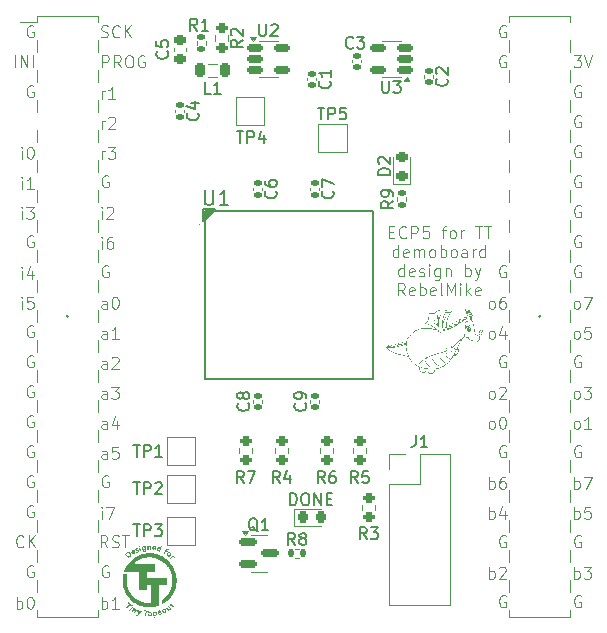
<source format=gto>
G04 #@! TF.GenerationSoftware,KiCad,Pcbnew,8.0.6*
G04 #@! TF.CreationDate,2025-10-07T20:56:46+05:30*
G04 #@! TF.ProjectId,tt-ecp5-cb,74742d65-6370-4352-9d63-622e6b696361,rev?*
G04 #@! TF.SameCoordinates,Original*
G04 #@! TF.FileFunction,Legend,Top*
G04 #@! TF.FilePolarity,Positive*
%FSLAX46Y46*%
G04 Gerber Fmt 4.6, Leading zero omitted, Abs format (unit mm)*
G04 Created by KiCad (PCBNEW 8.0.6) date 2025-10-07 20:56:46*
%MOMM*%
%LPD*%
G01*
G04 APERTURE LIST*
G04 Aperture macros list*
%AMRoundRect*
0 Rectangle with rounded corners*
0 $1 Rounding radius*
0 $2 $3 $4 $5 $6 $7 $8 $9 X,Y pos of 4 corners*
0 Add a 4 corners polygon primitive as box body*
4,1,4,$2,$3,$4,$5,$6,$7,$8,$9,$2,$3,0*
0 Add four circle primitives for the rounded corners*
1,1,$1+$1,$2,$3*
1,1,$1+$1,$4,$5*
1,1,$1+$1,$6,$7*
1,1,$1+$1,$8,$9*
0 Add four rect primitives between the rounded corners*
20,1,$1+$1,$2,$3,$4,$5,0*
20,1,$1+$1,$4,$5,$6,$7,0*
20,1,$1+$1,$6,$7,$8,$9,0*
20,1,$1+$1,$8,$9,$2,$3,0*%
G04 Aperture macros list end*
%ADD10C,0.000000*%
%ADD11C,0.100000*%
%ADD12C,0.150000*%
%ADD13C,0.120000*%
%ADD14C,0.152000*%
%ADD15RoundRect,0.140000X0.170000X-0.140000X0.170000X0.140000X-0.170000X0.140000X-0.170000X-0.140000X0*%
%ADD16RoundRect,0.200000X0.275000X-0.200000X0.275000X0.200000X-0.275000X0.200000X-0.275000X-0.200000X0*%
%ADD17C,2.032000*%
%ADD18RoundRect,0.135000X-0.135000X-0.185000X0.135000X-0.185000X0.135000X0.185000X-0.135000X0.185000X0*%
%ADD19RoundRect,0.200000X-0.275000X0.200000X-0.275000X-0.200000X0.275000X-0.200000X0.275000X0.200000X0*%
%ADD20RoundRect,0.140000X-0.170000X0.140000X-0.170000X-0.140000X0.170000X-0.140000X0.170000X0.140000X0*%
%ADD21RoundRect,0.218750X0.256250X-0.218750X0.256250X0.218750X-0.256250X0.218750X-0.256250X-0.218750X0*%
%ADD22C,0.360000*%
%ADD23RoundRect,0.218750X0.218750X0.381250X-0.218750X0.381250X-0.218750X-0.381250X0.218750X-0.381250X0*%
%ADD24R,1.800000X1.800000*%
%ADD25O,1.800000X1.800000*%
%ADD26RoundRect,0.135000X0.185000X-0.135000X0.185000X0.135000X-0.185000X0.135000X-0.185000X-0.135000X0*%
%ADD27R,2.000000X2.000000*%
%ADD28RoundRect,0.150000X0.512500X0.150000X-0.512500X0.150000X-0.512500X-0.150000X0.512500X-0.150000X0*%
%ADD29RoundRect,0.225000X0.250000X-0.225000X0.250000X0.225000X-0.250000X0.225000X-0.250000X-0.225000X0*%
%ADD30RoundRect,0.150000X-0.587500X-0.150000X0.587500X-0.150000X0.587500X0.150000X-0.587500X0.150000X0*%
%ADD31RoundRect,0.218750X-0.218750X-0.256250X0.218750X-0.256250X0.218750X0.256250X-0.218750X0.256250X0*%
%ADD32RoundRect,0.150000X-0.512500X-0.150000X0.512500X-0.150000X0.512500X0.150000X-0.512500X0.150000X0*%
G04 APERTURE END LIST*
D10*
G36*
X109703741Y-108580509D02*
G01*
X109710442Y-108581193D01*
X109717194Y-108582228D01*
X109723997Y-108583613D01*
X109730851Y-108585348D01*
X109737757Y-108587433D01*
X109744713Y-108589868D01*
X109751721Y-108592653D01*
X109758779Y-108595788D01*
X109765889Y-108599274D01*
X109773050Y-108603109D01*
X109779891Y-108607047D01*
X109786338Y-108611005D01*
X109792388Y-108614983D01*
X109798043Y-108618980D01*
X109803303Y-108622997D01*
X109805784Y-108625013D01*
X109808166Y-108627033D01*
X109810450Y-108629059D01*
X109812634Y-108631089D01*
X109814720Y-108633125D01*
X109816707Y-108635165D01*
X109776440Y-108707321D01*
X109774685Y-108705223D01*
X109772910Y-108703187D01*
X109771117Y-108701213D01*
X109769304Y-108699300D01*
X109767472Y-108697448D01*
X109765621Y-108695658D01*
X109763750Y-108693929D01*
X109761861Y-108692261D01*
X109759952Y-108690655D01*
X109758023Y-108689110D01*
X109756076Y-108687627D01*
X109754109Y-108686204D01*
X109752123Y-108684844D01*
X109750118Y-108683544D01*
X109748094Y-108682307D01*
X109746050Y-108681130D01*
X109743281Y-108679647D01*
X109740546Y-108678306D01*
X109737845Y-108677109D01*
X109735179Y-108676055D01*
X109732547Y-108675144D01*
X109729950Y-108674376D01*
X109727386Y-108673751D01*
X109724857Y-108673270D01*
X109722362Y-108672931D01*
X109719902Y-108672736D01*
X109717476Y-108672683D01*
X109715084Y-108672774D01*
X109712727Y-108673008D01*
X109710404Y-108673385D01*
X109708115Y-108673905D01*
X109705861Y-108674569D01*
X109703641Y-108675375D01*
X109701455Y-108676325D01*
X109699304Y-108677418D01*
X109697186Y-108678653D01*
X109695104Y-108680032D01*
X109693055Y-108681554D01*
X109691041Y-108683220D01*
X109689061Y-108685028D01*
X109687116Y-108686979D01*
X109685205Y-108689074D01*
X109683328Y-108691311D01*
X109681485Y-108693692D01*
X109679677Y-108696216D01*
X109677903Y-108698883D01*
X109674459Y-108704647D01*
X109656617Y-108736618D01*
X109725252Y-108774920D01*
X109687113Y-108843262D01*
X109618478Y-108804959D01*
X109489003Y-109036971D01*
X109396610Y-108985410D01*
X109526084Y-108753399D01*
X109475633Y-108725245D01*
X109513773Y-108656903D01*
X109564223Y-108685056D01*
X109585011Y-108647805D01*
X109588679Y-108641540D01*
X109592521Y-108635576D01*
X109596537Y-108629914D01*
X109600728Y-108624553D01*
X109605093Y-108619494D01*
X109609632Y-108614737D01*
X109614345Y-108610281D01*
X109619233Y-108606127D01*
X109624295Y-108602274D01*
X109629531Y-108598723D01*
X109634941Y-108595474D01*
X109640526Y-108592526D01*
X109646285Y-108589880D01*
X109652218Y-108587535D01*
X109658326Y-108585492D01*
X109664608Y-108583751D01*
X109671002Y-108582336D01*
X109677448Y-108581270D01*
X109683945Y-108580555D01*
X109690492Y-108580189D01*
X109697091Y-108580174D01*
X109703741Y-108580509D01*
G37*
G36*
X108316867Y-108965941D02*
G01*
X108432970Y-108974796D01*
X108547404Y-108989377D01*
X108660024Y-109009539D01*
X108770685Y-109035138D01*
X108879243Y-109066029D01*
X108985554Y-109102066D01*
X109089471Y-109143105D01*
X109190852Y-109189002D01*
X109289552Y-109239610D01*
X109385426Y-109294786D01*
X109478329Y-109354385D01*
X109568117Y-109418261D01*
X109654646Y-109486269D01*
X109737770Y-109558266D01*
X109817346Y-109634106D01*
X109893229Y-109713644D01*
X109965274Y-109796735D01*
X110033336Y-109883235D01*
X110097272Y-109972999D01*
X110156937Y-110065881D01*
X110212186Y-110161738D01*
X110262874Y-110260423D01*
X110308857Y-110361793D01*
X110349991Y-110465702D01*
X110386131Y-110572005D01*
X110417132Y-110680558D01*
X110442850Y-110791216D01*
X110463140Y-110903834D01*
X110477858Y-111018267D01*
X110486859Y-111134371D01*
X110490000Y-111252000D01*
X110488512Y-111335166D01*
X110484081Y-111417596D01*
X110476760Y-111499239D01*
X110466598Y-111580043D01*
X110453645Y-111659958D01*
X110437954Y-111738933D01*
X110419573Y-111816917D01*
X110398555Y-111893858D01*
X110374950Y-111969706D01*
X110348807Y-112044410D01*
X110320180Y-112117918D01*
X110289117Y-112190180D01*
X110255669Y-112261144D01*
X110219888Y-112330760D01*
X110181823Y-112398976D01*
X110141527Y-112465743D01*
X110099049Y-112531007D01*
X110054439Y-112594719D01*
X110007750Y-112656828D01*
X109959031Y-112717282D01*
X109908333Y-112776031D01*
X109855707Y-112833023D01*
X109801203Y-112888208D01*
X109744873Y-112941534D01*
X109686767Y-112992950D01*
X109626935Y-113042406D01*
X109565429Y-113089850D01*
X109502299Y-113135232D01*
X109437595Y-113178500D01*
X109371369Y-113219603D01*
X109303671Y-113258491D01*
X109234552Y-113295112D01*
X109234552Y-112892681D01*
X109334270Y-112825149D01*
X109429453Y-112751715D01*
X109519839Y-112672643D01*
X109605167Y-112588197D01*
X109685174Y-112498643D01*
X109759599Y-112404243D01*
X109828179Y-112305264D01*
X109890652Y-112201970D01*
X109946757Y-112094624D01*
X109996232Y-111983492D01*
X110038813Y-111868839D01*
X110074240Y-111750928D01*
X110102251Y-111630024D01*
X110122583Y-111506391D01*
X110134974Y-111380295D01*
X110139163Y-111252000D01*
X110136634Y-111152319D01*
X110129129Y-111053931D01*
X110116770Y-110956957D01*
X110099681Y-110861520D01*
X110077985Y-110767743D01*
X110051803Y-110675750D01*
X110021260Y-110585662D01*
X109986477Y-110497603D01*
X109947578Y-110411695D01*
X109904686Y-110328061D01*
X109857922Y-110246825D01*
X109807411Y-110168108D01*
X109753274Y-110092034D01*
X109695635Y-110018725D01*
X109634617Y-109948305D01*
X109570342Y-109880896D01*
X109502933Y-109816621D01*
X109432512Y-109755602D01*
X109359204Y-109697963D01*
X109283130Y-109643827D01*
X109204413Y-109593315D01*
X109123177Y-109546552D01*
X109039543Y-109503659D01*
X108953635Y-109464760D01*
X108865576Y-109429978D01*
X108775488Y-109399434D01*
X108683495Y-109373253D01*
X108589718Y-109351556D01*
X108494281Y-109334468D01*
X108397307Y-109322109D01*
X108298918Y-109314604D01*
X108199238Y-109312075D01*
X108096356Y-109314773D01*
X107994824Y-109322777D01*
X107894784Y-109335950D01*
X107796376Y-109354156D01*
X107699742Y-109377260D01*
X107605023Y-109405125D01*
X107512359Y-109437616D01*
X107421892Y-109474595D01*
X107333762Y-109515928D01*
X107248112Y-109561478D01*
X107165082Y-109611110D01*
X107084812Y-109664686D01*
X107007445Y-109722071D01*
X106933121Y-109783130D01*
X106861982Y-109847725D01*
X106794168Y-109915722D01*
X108629185Y-109915722D01*
X108629185Y-110541726D01*
X107967066Y-110541726D01*
X107967066Y-111049064D01*
X109695456Y-111049064D01*
X109695456Y-111675069D01*
X109031616Y-111675069D01*
X109031616Y-113384542D01*
X108962130Y-113410496D01*
X108891695Y-113434173D01*
X108820334Y-113455553D01*
X108748066Y-113474615D01*
X108674911Y-113491340D01*
X108600889Y-113505706D01*
X108526021Y-113517694D01*
X108450327Y-113527284D01*
X108443448Y-113527284D01*
X108421521Y-113529837D01*
X108399593Y-113532228D01*
X108377666Y-113534298D01*
X108366702Y-113535161D01*
X108355739Y-113535883D01*
X108316022Y-113538140D01*
X108276628Y-113539752D01*
X108237234Y-113540720D01*
X108197517Y-113541042D01*
X108079889Y-113538058D01*
X107963785Y-113529203D01*
X107849352Y-113514622D01*
X107736734Y-113494460D01*
X107626076Y-113468861D01*
X107517523Y-113437970D01*
X107411220Y-113401933D01*
X107307311Y-113360894D01*
X107205941Y-113314998D01*
X107107255Y-113264389D01*
X107011399Y-113209213D01*
X106918517Y-113149615D01*
X106828753Y-113085739D01*
X106742253Y-113017730D01*
X106659162Y-112945733D01*
X106579624Y-112869894D01*
X106503784Y-112790356D01*
X106431787Y-112707264D01*
X106363778Y-112620764D01*
X106299902Y-112531001D01*
X106240304Y-112438118D01*
X106185128Y-112342262D01*
X106134520Y-112243576D01*
X106088623Y-112142207D01*
X106047584Y-112038298D01*
X106011547Y-111931994D01*
X105980656Y-111823441D01*
X105955057Y-111712783D01*
X105934895Y-111600165D01*
X105920314Y-111485732D01*
X105911459Y-111369628D01*
X105908475Y-111252000D01*
X105909362Y-111186463D01*
X105912022Y-111121430D01*
X105916456Y-111056921D01*
X105922663Y-110992956D01*
X105930644Y-110929555D01*
X105940399Y-110866739D01*
X105951927Y-110804528D01*
X105965228Y-110742941D01*
X106326384Y-110742941D01*
X106310590Y-110803964D01*
X106296772Y-110865772D01*
X106284968Y-110928346D01*
X106275220Y-110991666D01*
X106267569Y-111055712D01*
X106262053Y-111120462D01*
X106258715Y-111185898D01*
X106257593Y-111252000D01*
X106260122Y-111351680D01*
X106267627Y-111450069D01*
X106279985Y-111547043D01*
X106297074Y-111642480D01*
X106318770Y-111736256D01*
X106344952Y-111828250D01*
X106375495Y-111918338D01*
X106410278Y-112006397D01*
X106449177Y-112092305D01*
X106492070Y-112175938D01*
X106538833Y-112257175D01*
X106589344Y-112335891D01*
X106643481Y-112411965D01*
X106701120Y-112485274D01*
X106762138Y-112555694D01*
X106826414Y-112623103D01*
X106893823Y-112687379D01*
X106964243Y-112748397D01*
X107037551Y-112806036D01*
X107113625Y-112860173D01*
X107192342Y-112910684D01*
X107273579Y-112957447D01*
X107357212Y-113000340D01*
X107443120Y-113039239D01*
X107531179Y-113074022D01*
X107621267Y-113104565D01*
X107713261Y-113130747D01*
X107807037Y-113152443D01*
X107902474Y-113169532D01*
X107999448Y-113181890D01*
X108097837Y-113189395D01*
X108197517Y-113191924D01*
X108237476Y-113191575D01*
X108257405Y-113191108D01*
X108277273Y-113190420D01*
X108297061Y-113189489D01*
X108316748Y-113188297D01*
X108336314Y-113186822D01*
X108355739Y-113185046D01*
X108355739Y-111675069D01*
X107965346Y-111675069D01*
X107965346Y-112092978D01*
X107289468Y-112092978D01*
X107289468Y-110543446D01*
X106021981Y-110543446D01*
X106036249Y-110501083D01*
X106051312Y-110459129D01*
X106067161Y-110417588D01*
X106083786Y-110376465D01*
X106101177Y-110335765D01*
X106119324Y-110295493D01*
X106138217Y-110255655D01*
X106157845Y-110216255D01*
X106178199Y-110177299D01*
X106199268Y-110138791D01*
X106221042Y-110100736D01*
X106243512Y-110063140D01*
X106266667Y-110026008D01*
X106290497Y-109989344D01*
X106314992Y-109953153D01*
X106340143Y-109917442D01*
X106421199Y-109811495D01*
X106508128Y-109710522D01*
X106600675Y-109614779D01*
X106698585Y-109524523D01*
X106801604Y-109440010D01*
X106909478Y-109361499D01*
X107021952Y-109289245D01*
X107138771Y-109223506D01*
X107259682Y-109164538D01*
X107384429Y-109112599D01*
X107512759Y-109067946D01*
X107644417Y-109030835D01*
X107779148Y-109001524D01*
X107916698Y-108980269D01*
X108056813Y-108967328D01*
X108199238Y-108962957D01*
X108316867Y-108965941D01*
G37*
G36*
X108706805Y-113903554D02*
G01*
X108714250Y-113903997D01*
X108721516Y-113904833D01*
X108728604Y-113906062D01*
X108735513Y-113907684D01*
X108742243Y-113909699D01*
X108748794Y-113912106D01*
X108755166Y-113914907D01*
X108761360Y-113918100D01*
X108767375Y-113921686D01*
X108773211Y-113925664D01*
X108778868Y-113930036D01*
X108784346Y-113934800D01*
X108789650Y-113939864D01*
X108794711Y-113945230D01*
X108799532Y-113950897D01*
X108804112Y-113956866D01*
X108808450Y-113963137D01*
X108812547Y-113969710D01*
X108816403Y-113976584D01*
X108820017Y-113983761D01*
X108823390Y-113991239D01*
X108826522Y-113999020D01*
X108829413Y-114007102D01*
X108832062Y-114015486D01*
X108834471Y-114024171D01*
X108836638Y-114033159D01*
X108838563Y-114042448D01*
X108840248Y-114052040D01*
X108841766Y-114062548D01*
X108842913Y-114072847D01*
X108843689Y-114082938D01*
X108844094Y-114092820D01*
X108844128Y-114102493D01*
X108843790Y-114111957D01*
X108843082Y-114121212D01*
X108842003Y-114130258D01*
X108840552Y-114139095D01*
X108838731Y-114147724D01*
X108836538Y-114156144D01*
X108833975Y-114164354D01*
X108831040Y-114172356D01*
X108827734Y-114180149D01*
X108824057Y-114187734D01*
X108820009Y-114195109D01*
X108815676Y-114202190D01*
X108811061Y-114208904D01*
X108806164Y-114215252D01*
X108800985Y-114221233D01*
X108795523Y-114226847D01*
X108789779Y-114232094D01*
X108783754Y-114236975D01*
X108777446Y-114241490D01*
X108770856Y-114245637D01*
X108763984Y-114249418D01*
X108756830Y-114252832D01*
X108749394Y-114255880D01*
X108741675Y-114258561D01*
X108733675Y-114260875D01*
X108725392Y-114262823D01*
X108716827Y-114264404D01*
X108709242Y-114265430D01*
X108701825Y-114266046D01*
X108694576Y-114266253D01*
X108687495Y-114266050D01*
X108680582Y-114265438D01*
X108673837Y-114264415D01*
X108667260Y-114262983D01*
X108660852Y-114261142D01*
X108654612Y-114258890D01*
X108648539Y-114256229D01*
X108642635Y-114253159D01*
X108636899Y-114249678D01*
X108631331Y-114245788D01*
X108625931Y-114241488D01*
X108620699Y-114236779D01*
X108615636Y-114231660D01*
X108615636Y-114231658D01*
X108614310Y-114231853D01*
X108645720Y-114427526D01*
X108540919Y-114444351D01*
X108480665Y-114068999D01*
X108588491Y-114068999D01*
X108588496Y-114073569D01*
X108588678Y-114078239D01*
X108589038Y-114083008D01*
X108589576Y-114087875D01*
X108590292Y-114092842D01*
X108590290Y-114092843D01*
X108594658Y-114120039D01*
X108595428Y-114124371D01*
X108596326Y-114128579D01*
X108597354Y-114132662D01*
X108598510Y-114136621D01*
X108599796Y-114140456D01*
X108601210Y-114144166D01*
X108602753Y-114147753D01*
X108604425Y-114151214D01*
X108606226Y-114154552D01*
X108608155Y-114157765D01*
X108610214Y-114160854D01*
X108612401Y-114163818D01*
X108614718Y-114166658D01*
X108617163Y-114169374D01*
X108619737Y-114171965D01*
X108622440Y-114174432D01*
X108625239Y-114176743D01*
X108628101Y-114178866D01*
X108631026Y-114180801D01*
X108634013Y-114182547D01*
X108637063Y-114184105D01*
X108640176Y-114185475D01*
X108643352Y-114186657D01*
X108646590Y-114187651D01*
X108649892Y-114188456D01*
X108653256Y-114189074D01*
X108656683Y-114189503D01*
X108660173Y-114189744D01*
X108663725Y-114189797D01*
X108667341Y-114189662D01*
X108671019Y-114189338D01*
X108674760Y-114188827D01*
X108679157Y-114188011D01*
X108683392Y-114187001D01*
X108687465Y-114185796D01*
X108691377Y-114184396D01*
X108695128Y-114182802D01*
X108698717Y-114181012D01*
X108702145Y-114179028D01*
X108705411Y-114176850D01*
X108708515Y-114174476D01*
X108711459Y-114171908D01*
X108714240Y-114169145D01*
X108716861Y-114166187D01*
X108719319Y-114163035D01*
X108721617Y-114159688D01*
X108723752Y-114156146D01*
X108725727Y-114152409D01*
X108727563Y-114148450D01*
X108729215Y-114144338D01*
X108730683Y-114140072D01*
X108731967Y-114135652D01*
X108733067Y-114131078D01*
X108733982Y-114126350D01*
X108734714Y-114121469D01*
X108735261Y-114116433D01*
X108735624Y-114111244D01*
X108735803Y-114105901D01*
X108735797Y-114100405D01*
X108735608Y-114094754D01*
X108735234Y-114088950D01*
X108734676Y-114082991D01*
X108733934Y-114076879D01*
X108733008Y-114070614D01*
X108730996Y-114059814D01*
X108728551Y-114049801D01*
X108725675Y-114040575D01*
X108724075Y-114036257D01*
X108722367Y-114032136D01*
X108720551Y-114028212D01*
X108718627Y-114024484D01*
X108716595Y-114020953D01*
X108714455Y-114017619D01*
X108712207Y-114014481D01*
X108709851Y-114011541D01*
X108707388Y-114008797D01*
X108704816Y-114006249D01*
X108702136Y-114003899D01*
X108699349Y-114001745D01*
X108696453Y-113999788D01*
X108693450Y-113998027D01*
X108690338Y-113996464D01*
X108687119Y-113995097D01*
X108683792Y-113993927D01*
X108680356Y-113992953D01*
X108676813Y-113992176D01*
X108673162Y-113991596D01*
X108669402Y-113991213D01*
X108665535Y-113991027D01*
X108661560Y-113991037D01*
X108657477Y-113991244D01*
X108653286Y-113991647D01*
X108648987Y-113992248D01*
X108645027Y-113992982D01*
X108641188Y-113993892D01*
X108637470Y-113994981D01*
X108633874Y-113996246D01*
X108630399Y-113997689D01*
X108627046Y-113999309D01*
X108623814Y-114001106D01*
X108620704Y-114003080D01*
X108617715Y-114005231D01*
X108614848Y-114007560D01*
X108612102Y-114010066D01*
X108609478Y-114012749D01*
X108606975Y-114015610D01*
X108604593Y-114018648D01*
X108602333Y-114021862D01*
X108600195Y-114025255D01*
X108598241Y-114028736D01*
X108596465Y-114032317D01*
X108594867Y-114035997D01*
X108593447Y-114039775D01*
X108592205Y-114043653D01*
X108591141Y-114047630D01*
X108590255Y-114051706D01*
X108589547Y-114055880D01*
X108589017Y-114060154D01*
X108588665Y-114064527D01*
X108588491Y-114068999D01*
X108480665Y-114068999D01*
X108461327Y-113948534D01*
X108566128Y-113931711D01*
X108574327Y-113982785D01*
X108575653Y-113982589D01*
X108579473Y-113974602D01*
X108583613Y-113967039D01*
X108588073Y-113959900D01*
X108592855Y-113953186D01*
X108597957Y-113946896D01*
X108603379Y-113941030D01*
X108609122Y-113935589D01*
X108615186Y-113930571D01*
X108621570Y-113925979D01*
X108628275Y-113921810D01*
X108635300Y-113918066D01*
X108642646Y-113914746D01*
X108650313Y-113911850D01*
X108658300Y-113909378D01*
X108666608Y-113907331D01*
X108675236Y-113905708D01*
X108683396Y-113904581D01*
X108691378Y-113903845D01*
X108699181Y-113903503D01*
X108706805Y-113903554D01*
G37*
G36*
X131064000Y-93218000D02*
G01*
X131065085Y-93218087D01*
X131066169Y-93218228D01*
X131067245Y-93218420D01*
X131068306Y-93218664D01*
X131069349Y-93218959D01*
X131070374Y-93219304D01*
X131071378Y-93219697D01*
X131072360Y-93220139D01*
X131073318Y-93220628D01*
X131074251Y-93221162D01*
X131075156Y-93221742D01*
X131076032Y-93222365D01*
X131076878Y-93223031D01*
X131077692Y-93223739D01*
X131078472Y-93224488D01*
X131079216Y-93225277D01*
X131079923Y-93226105D01*
X131080590Y-93226970D01*
X131081215Y-93227867D01*
X131081791Y-93228791D01*
X131082319Y-93229738D01*
X131082798Y-93230707D01*
X131083229Y-93231696D01*
X131083609Y-93232703D01*
X131083940Y-93233726D01*
X131084220Y-93234764D01*
X131084449Y-93235814D01*
X131084627Y-93236875D01*
X131084752Y-93237944D01*
X131084826Y-93239021D01*
X131084846Y-93240101D01*
X131084813Y-93241185D01*
X131084726Y-93242270D01*
X131084585Y-93243354D01*
X131081846Y-93263222D01*
X131079813Y-93282533D01*
X131078470Y-93301292D01*
X131077798Y-93319502D01*
X131077779Y-93337168D01*
X131078395Y-93354293D01*
X131079628Y-93370882D01*
X131081460Y-93386939D01*
X131083873Y-93402467D01*
X131086849Y-93417472D01*
X131090369Y-93431956D01*
X131094416Y-93445924D01*
X131098972Y-93459380D01*
X131104019Y-93472329D01*
X131109538Y-93484773D01*
X131115512Y-93496718D01*
X131121922Y-93508167D01*
X131128751Y-93519125D01*
X131135980Y-93529595D01*
X131143591Y-93539581D01*
X131151567Y-93549088D01*
X131159889Y-93558120D01*
X131168540Y-93566680D01*
X131177500Y-93574773D01*
X131186753Y-93582403D01*
X131196280Y-93589574D01*
X131206063Y-93596290D01*
X131216084Y-93602555D01*
X131226325Y-93608373D01*
X131236768Y-93613748D01*
X131247395Y-93618684D01*
X131258187Y-93623186D01*
X131269671Y-93627511D01*
X131281224Y-93631449D01*
X131292832Y-93634978D01*
X131304474Y-93638073D01*
X131316135Y-93640711D01*
X131327795Y-93642869D01*
X131339439Y-93644523D01*
X131351047Y-93645649D01*
X131362603Y-93646224D01*
X131374089Y-93646225D01*
X131385487Y-93645628D01*
X131396780Y-93644409D01*
X131407949Y-93642545D01*
X131418978Y-93640013D01*
X131429848Y-93636788D01*
X131440543Y-93632848D01*
X131452956Y-93627274D01*
X131465187Y-93620694D01*
X131477197Y-93613109D01*
X131488945Y-93604521D01*
X131500390Y-93594931D01*
X131511491Y-93584340D01*
X131522209Y-93572750D01*
X131532503Y-93560161D01*
X131542331Y-93546576D01*
X131551654Y-93531994D01*
X131560431Y-93516418D01*
X131568621Y-93499849D01*
X131576185Y-93482288D01*
X131583080Y-93463736D01*
X131589268Y-93444194D01*
X131594706Y-93423664D01*
X131594998Y-93422571D01*
X131595341Y-93421506D01*
X131595734Y-93420470D01*
X131596174Y-93419463D01*
X131596661Y-93418487D01*
X131597192Y-93417542D01*
X131597766Y-93416630D01*
X131598382Y-93415752D01*
X131599037Y-93414908D01*
X131599729Y-93414100D01*
X131600458Y-93413328D01*
X131601222Y-93412595D01*
X131602018Y-93411900D01*
X131602846Y-93411244D01*
X131603703Y-93410630D01*
X131604588Y-93410057D01*
X131605499Y-93409527D01*
X131606435Y-93409041D01*
X131607394Y-93408600D01*
X131608375Y-93408204D01*
X131609374Y-93407856D01*
X131610392Y-93407555D01*
X131611426Y-93407303D01*
X131612475Y-93407101D01*
X131613537Y-93406950D01*
X131614610Y-93406851D01*
X131615693Y-93406805D01*
X131616784Y-93406813D01*
X131617881Y-93406876D01*
X131618983Y-93406995D01*
X131620088Y-93407171D01*
X131621194Y-93407406D01*
X131622251Y-93407686D01*
X131623289Y-93408018D01*
X131624306Y-93408399D01*
X131625299Y-93408828D01*
X131626268Y-93409305D01*
X131627210Y-93409827D01*
X131628125Y-93410395D01*
X131629011Y-93411006D01*
X131629866Y-93411660D01*
X131630688Y-93412355D01*
X131631476Y-93413090D01*
X131632228Y-93413865D01*
X131632943Y-93414677D01*
X131633619Y-93415526D01*
X131634255Y-93416411D01*
X131634849Y-93417330D01*
X131635396Y-93418277D01*
X131635893Y-93419247D01*
X131636341Y-93420236D01*
X131636737Y-93421243D01*
X131637083Y-93422265D01*
X131637378Y-93423302D01*
X131637622Y-93424351D01*
X131637814Y-93425409D01*
X131637954Y-93426476D01*
X131638041Y-93427549D01*
X131638076Y-93428626D01*
X131638058Y-93429706D01*
X131637987Y-93430786D01*
X131637863Y-93431864D01*
X131637684Y-93432939D01*
X131637452Y-93434008D01*
X131631475Y-93456552D01*
X131624622Y-93478161D01*
X131616930Y-93498819D01*
X131608435Y-93518511D01*
X131599174Y-93537220D01*
X131589183Y-93554931D01*
X131578499Y-93571628D01*
X131567157Y-93587295D01*
X131555195Y-93601916D01*
X131542649Y-93615476D01*
X131529554Y-93627959D01*
X131515949Y-93639349D01*
X131501869Y-93649630D01*
X131487350Y-93658787D01*
X131472429Y-93666803D01*
X131457142Y-93673663D01*
X131443808Y-93678585D01*
X131430358Y-93682597D01*
X131416814Y-93685737D01*
X131403197Y-93688041D01*
X131389531Y-93689548D01*
X131375836Y-93690294D01*
X131362134Y-93690317D01*
X131348449Y-93689654D01*
X131334801Y-93688342D01*
X131321212Y-93686418D01*
X131307705Y-93683919D01*
X131294301Y-93680883D01*
X131281023Y-93677348D01*
X131267891Y-93673349D01*
X131254929Y-93668925D01*
X131242158Y-93664113D01*
X131217475Y-93653148D01*
X131193674Y-93640034D01*
X131170913Y-93624780D01*
X131149350Y-93607396D01*
X131129139Y-93587895D01*
X131110440Y-93566286D01*
X131093407Y-93542581D01*
X131078199Y-93516789D01*
X131064973Y-93488922D01*
X131053884Y-93458991D01*
X131045091Y-93427006D01*
X131038750Y-93392977D01*
X131035017Y-93356916D01*
X131034051Y-93318833D01*
X131036007Y-93278740D01*
X131041043Y-93236645D01*
X131041235Y-93235569D01*
X131041478Y-93234509D01*
X131041773Y-93233465D01*
X131042118Y-93232440D01*
X131042512Y-93231436D01*
X131042954Y-93230454D01*
X131043442Y-93229496D01*
X131043977Y-93228563D01*
X131044556Y-93227658D01*
X131045180Y-93226781D01*
X131045846Y-93225935D01*
X131046554Y-93225122D01*
X131047303Y-93224342D01*
X131048091Y-93223598D01*
X131048919Y-93222891D01*
X131049784Y-93222223D01*
X131050682Y-93221599D01*
X131051605Y-93221022D01*
X131052552Y-93220494D01*
X131053521Y-93220014D01*
X131054510Y-93219584D01*
X131055517Y-93219203D01*
X131056541Y-93218873D01*
X131057579Y-93218593D01*
X131058629Y-93218364D01*
X131059690Y-93218186D01*
X131060759Y-93218060D01*
X131061835Y-93217987D01*
X131062916Y-93217967D01*
X131064000Y-93218000D01*
G37*
G36*
X132879538Y-88728063D02*
G01*
X132880613Y-88728121D01*
X132881683Y-88728231D01*
X132882745Y-88728394D01*
X132883798Y-88728608D01*
X132884840Y-88728874D01*
X132885869Y-88729190D01*
X132886883Y-88729557D01*
X132887880Y-88729975D01*
X132888858Y-88730442D01*
X132889816Y-88730959D01*
X132890750Y-88731526D01*
X132891691Y-88732155D01*
X132892590Y-88732825D01*
X132893445Y-88733532D01*
X132894257Y-88734275D01*
X132895025Y-88735052D01*
X132895748Y-88735861D01*
X132896427Y-88736700D01*
X132897060Y-88737567D01*
X132897648Y-88738460D01*
X132898190Y-88739378D01*
X132898685Y-88740319D01*
X132899133Y-88741280D01*
X132899534Y-88742259D01*
X132899886Y-88743256D01*
X132900191Y-88744267D01*
X132900447Y-88745291D01*
X132900654Y-88746326D01*
X132900811Y-88747370D01*
X132900918Y-88748422D01*
X132900975Y-88749479D01*
X132900981Y-88750539D01*
X132900936Y-88751601D01*
X132900839Y-88752662D01*
X132900690Y-88753721D01*
X132900488Y-88754776D01*
X132900234Y-88755825D01*
X132899926Y-88756865D01*
X132899564Y-88757896D01*
X132899148Y-88758915D01*
X132898677Y-88759920D01*
X132898152Y-88760909D01*
X132897570Y-88761881D01*
X132860860Y-88822089D01*
X132828349Y-88880662D01*
X132799856Y-88938025D01*
X132775201Y-88994602D01*
X132754204Y-89050819D01*
X132736685Y-89107099D01*
X132722464Y-89163866D01*
X132711361Y-89221546D01*
X132703195Y-89280563D01*
X132697788Y-89341342D01*
X132694957Y-89404306D01*
X132694525Y-89469880D01*
X132696310Y-89538490D01*
X132700132Y-89610558D01*
X132713168Y-89766771D01*
X132713148Y-89767112D01*
X132713123Y-89767454D01*
X132713092Y-89767794D01*
X132713056Y-89768135D01*
X132713098Y-89768588D01*
X132713131Y-89769042D01*
X132713154Y-89769497D01*
X132713168Y-89769952D01*
X132713104Y-89770312D01*
X132713033Y-89770671D01*
X132712957Y-89771028D01*
X132712875Y-89771384D01*
X132712786Y-89771739D01*
X132712692Y-89772093D01*
X132712592Y-89772444D01*
X132712486Y-89772794D01*
X132712411Y-89773286D01*
X132712325Y-89773775D01*
X132712228Y-89774263D01*
X132712119Y-89774748D01*
X132712000Y-89775230D01*
X132711870Y-89775710D01*
X132711729Y-89776186D01*
X132711578Y-89776660D01*
X132711499Y-89776975D01*
X132711416Y-89777288D01*
X132711329Y-89777601D01*
X132711236Y-89777912D01*
X132711180Y-89778082D01*
X132711122Y-89778253D01*
X132710926Y-89778563D01*
X132710726Y-89778871D01*
X132710520Y-89779174D01*
X132710309Y-89779475D01*
X132710094Y-89779771D01*
X132709873Y-89780065D01*
X132709648Y-89780354D01*
X132709417Y-89780640D01*
X132709164Y-89781059D01*
X132708902Y-89781473D01*
X132708631Y-89781880D01*
X132708351Y-89782282D01*
X132708062Y-89782677D01*
X132707764Y-89783066D01*
X132707458Y-89783448D01*
X132707143Y-89783823D01*
X132707006Y-89783984D01*
X132706868Y-89784144D01*
X132706728Y-89784302D01*
X132706587Y-89784459D01*
X132706444Y-89784614D01*
X132706300Y-89784768D01*
X132706154Y-89784921D01*
X132706007Y-89785073D01*
X132705951Y-89785158D01*
X132705894Y-89785244D01*
X132705836Y-89785329D01*
X132705778Y-89785414D01*
X132705665Y-89785414D01*
X132705552Y-89785414D01*
X132705383Y-89785530D01*
X132705213Y-89785644D01*
X132705042Y-89785758D01*
X132704870Y-89785869D01*
X132704638Y-89786065D01*
X132704402Y-89786259D01*
X132704164Y-89786448D01*
X132703924Y-89786635D01*
X132703681Y-89786818D01*
X132703435Y-89786998D01*
X132703187Y-89787174D01*
X132702936Y-89787347D01*
X132702621Y-89787552D01*
X132702302Y-89787750D01*
X132701980Y-89787943D01*
X132701655Y-89788131D01*
X132701326Y-89788313D01*
X132700995Y-89788490D01*
X132700660Y-89788661D01*
X132700323Y-89788826D01*
X132700042Y-89789003D01*
X132699759Y-89789175D01*
X132699473Y-89789344D01*
X132699185Y-89789508D01*
X132699043Y-89789452D01*
X132698900Y-89789395D01*
X132698759Y-89789338D01*
X132698617Y-89789279D01*
X132697987Y-89789549D01*
X132697349Y-89789799D01*
X132696704Y-89790029D01*
X132696052Y-89790238D01*
X132695394Y-89790428D01*
X132694731Y-89790597D01*
X132694062Y-89790745D01*
X132693388Y-89790872D01*
X132692154Y-89790895D01*
X132690928Y-89790850D01*
X132689711Y-89790736D01*
X132688508Y-89790556D01*
X132687319Y-89790311D01*
X132686149Y-89790001D01*
X132684999Y-89789628D01*
X132683872Y-89789192D01*
X132682770Y-89788696D01*
X132681697Y-89788139D01*
X132680654Y-89787523D01*
X132679645Y-89786849D01*
X132678672Y-89786119D01*
X132677737Y-89785332D01*
X132676843Y-89784491D01*
X132675993Y-89783596D01*
X132675680Y-89783574D01*
X132675367Y-89783548D01*
X132675055Y-89783517D01*
X132674743Y-89783482D01*
X132646226Y-89752567D01*
X132617380Y-89724027D01*
X132588222Y-89697696D01*
X132558765Y-89673407D01*
X132529024Y-89650993D01*
X132499013Y-89630288D01*
X132468747Y-89611125D01*
X132438240Y-89593336D01*
X132407507Y-89576755D01*
X132376562Y-89561216D01*
X132345419Y-89546551D01*
X132314093Y-89532593D01*
X132250950Y-89506134D01*
X132187247Y-89480502D01*
X132186213Y-89480052D01*
X132185214Y-89479556D01*
X132184250Y-89479015D01*
X132183322Y-89478431D01*
X132182431Y-89477807D01*
X132181578Y-89477143D01*
X132180763Y-89476442D01*
X132179987Y-89475705D01*
X132179251Y-89474935D01*
X132178556Y-89474132D01*
X132177902Y-89473300D01*
X132177290Y-89472438D01*
X132176722Y-89471550D01*
X132176197Y-89470637D01*
X132175716Y-89469701D01*
X132175281Y-89468744D01*
X132174891Y-89467767D01*
X132174549Y-89466772D01*
X132174254Y-89465761D01*
X132174007Y-89464736D01*
X132173809Y-89463698D01*
X132173661Y-89462650D01*
X132173563Y-89461593D01*
X132173517Y-89460528D01*
X132173523Y-89459458D01*
X132173581Y-89458385D01*
X132173693Y-89457310D01*
X132173860Y-89456234D01*
X132174081Y-89455161D01*
X132174358Y-89454091D01*
X132174692Y-89453026D01*
X132175083Y-89451968D01*
X132175529Y-89450930D01*
X132176022Y-89449926D01*
X132176560Y-89448958D01*
X132177140Y-89448025D01*
X132177762Y-89447130D01*
X132178423Y-89446272D01*
X132179122Y-89445452D01*
X132179857Y-89444672D01*
X132180626Y-89443931D01*
X132181427Y-89443231D01*
X132182259Y-89442573D01*
X132183119Y-89441957D01*
X132184007Y-89441384D01*
X132184920Y-89440855D01*
X132185856Y-89440370D01*
X132186814Y-89439930D01*
X132187791Y-89439537D01*
X132188787Y-89439190D01*
X132189799Y-89438892D01*
X132190825Y-89438641D01*
X132191864Y-89438440D01*
X132192914Y-89438288D01*
X132193973Y-89438187D01*
X132195039Y-89438138D01*
X132196111Y-89438141D01*
X132197187Y-89438197D01*
X132198265Y-89438306D01*
X132199342Y-89438471D01*
X132200419Y-89438690D01*
X132201491Y-89438966D01*
X132202559Y-89439298D01*
X132203620Y-89439688D01*
X132254890Y-89460414D01*
X132306339Y-89481958D01*
X132357835Y-89504940D01*
X132383559Y-89517164D01*
X132409246Y-89529980D01*
X132434879Y-89543464D01*
X132460441Y-89557695D01*
X132485917Y-89572749D01*
X132511289Y-89588705D01*
X132536542Y-89605639D01*
X132561659Y-89623629D01*
X132586623Y-89642753D01*
X132611418Y-89663087D01*
X132276948Y-89205947D01*
X132276366Y-89204975D01*
X132275841Y-89203986D01*
X132275370Y-89202981D01*
X132274954Y-89201962D01*
X132274592Y-89200931D01*
X132274284Y-89199890D01*
X132274030Y-89198842D01*
X132273828Y-89197787D01*
X132273679Y-89196728D01*
X132273582Y-89195666D01*
X132273537Y-89194605D01*
X132273543Y-89193544D01*
X132273600Y-89192488D01*
X132273707Y-89191436D01*
X132273864Y-89190392D01*
X132274071Y-89189357D01*
X132274327Y-89188332D01*
X132274632Y-89187321D01*
X132274985Y-89186325D01*
X132275385Y-89185345D01*
X132275833Y-89184384D01*
X132276328Y-89183444D01*
X132276870Y-89182526D01*
X132277458Y-89181633D01*
X132278091Y-89180765D01*
X132278770Y-89179926D01*
X132279493Y-89179117D01*
X132280261Y-89178340D01*
X132281073Y-89177597D01*
X132281928Y-89176890D01*
X132282827Y-89176221D01*
X132283768Y-89175591D01*
X132284704Y-89175031D01*
X132285663Y-89174519D01*
X132286642Y-89174057D01*
X132287639Y-89173645D01*
X132288654Y-89173284D01*
X132289683Y-89172973D01*
X132290724Y-89172712D01*
X132291777Y-89172503D01*
X132292839Y-89172346D01*
X132293907Y-89172240D01*
X132294981Y-89172187D01*
X132296058Y-89172186D01*
X132297136Y-89172238D01*
X132298213Y-89172344D01*
X132299288Y-89172503D01*
X132300358Y-89172715D01*
X132301417Y-89172981D01*
X132302456Y-89173297D01*
X132303475Y-89173663D01*
X132304472Y-89174077D01*
X132305445Y-89174539D01*
X132306393Y-89175046D01*
X132307313Y-89175599D01*
X132308205Y-89176195D01*
X132309067Y-89176835D01*
X132309898Y-89177516D01*
X132310695Y-89178237D01*
X132311457Y-89178998D01*
X132312182Y-89179797D01*
X132312869Y-89180634D01*
X132313517Y-89181506D01*
X132314123Y-89182413D01*
X132336076Y-89216173D01*
X132358299Y-89248713D01*
X132380713Y-89280157D01*
X132403236Y-89310630D01*
X132448285Y-89369167D01*
X132492795Y-89425324D01*
X132536117Y-89480099D01*
X132577601Y-89534495D01*
X132597452Y-89561863D01*
X132616599Y-89589511D01*
X132634962Y-89617564D01*
X132652459Y-89646147D01*
X132638266Y-89535447D01*
X132622963Y-89426396D01*
X132590498Y-89209877D01*
X132558006Y-88989857D01*
X132542668Y-88876431D01*
X132528425Y-88759606D01*
X132528327Y-88758480D01*
X132528285Y-88757363D01*
X132528300Y-88756255D01*
X132528370Y-88755158D01*
X132528494Y-88754075D01*
X132528670Y-88753006D01*
X132528897Y-88751953D01*
X132529175Y-88750917D01*
X132529502Y-88749901D01*
X132529877Y-88748905D01*
X132530298Y-88747931D01*
X132530764Y-88746981D01*
X132531275Y-88746056D01*
X132531828Y-88745157D01*
X132532424Y-88744287D01*
X132533059Y-88743446D01*
X132533734Y-88742637D01*
X132534448Y-88741860D01*
X132535198Y-88741117D01*
X132535983Y-88740411D01*
X132536803Y-88739742D01*
X132537657Y-88739111D01*
X132538542Y-88738521D01*
X132539458Y-88737973D01*
X132540404Y-88737468D01*
X132541378Y-88737008D01*
X132542380Y-88736594D01*
X132543407Y-88736229D01*
X132544459Y-88735913D01*
X132545535Y-88735648D01*
X132546633Y-88735435D01*
X132547753Y-88735277D01*
X132548841Y-88735175D01*
X132549929Y-88735128D01*
X132551014Y-88735134D01*
X132552094Y-88735194D01*
X132553167Y-88735306D01*
X132554231Y-88735470D01*
X132555285Y-88735686D01*
X132556327Y-88735954D01*
X132557354Y-88736271D01*
X132558365Y-88736639D01*
X132559358Y-88737056D01*
X132560331Y-88737522D01*
X132561283Y-88738037D01*
X132562210Y-88738600D01*
X132563112Y-88739210D01*
X132563986Y-88739866D01*
X132564827Y-88740566D01*
X132565628Y-88741302D01*
X132566390Y-88742075D01*
X132567110Y-88742882D01*
X132567788Y-88743721D01*
X132568423Y-88744591D01*
X132569014Y-88745490D01*
X132569560Y-88746417D01*
X132570061Y-88747369D01*
X132570514Y-88748344D01*
X132570920Y-88749342D01*
X132571276Y-88750360D01*
X132571584Y-88751397D01*
X132571840Y-88752451D01*
X132572045Y-88753521D01*
X132572197Y-88754604D01*
X132590953Y-88905780D01*
X132611482Y-89051847D01*
X132654961Y-89335551D01*
X132658269Y-89296241D01*
X132662644Y-89257631D01*
X132668129Y-89219626D01*
X132674769Y-89182134D01*
X132682607Y-89145061D01*
X132691687Y-89108314D01*
X132702052Y-89071799D01*
X132713746Y-89035424D01*
X132726813Y-88999094D01*
X132741296Y-88962717D01*
X132757240Y-88926199D01*
X132774688Y-88889448D01*
X132793684Y-88852369D01*
X132814271Y-88814869D01*
X132836493Y-88776855D01*
X132860395Y-88738233D01*
X132861002Y-88737329D01*
X132861650Y-88736459D01*
X132862338Y-88735625D01*
X132863063Y-88734829D01*
X132863825Y-88734070D01*
X132864622Y-88733351D01*
X132865452Y-88732672D01*
X132866313Y-88732035D01*
X132867205Y-88731441D01*
X132868125Y-88730890D01*
X132869071Y-88730384D01*
X132870043Y-88729925D01*
X132871039Y-88729512D01*
X132872056Y-88729148D01*
X132873094Y-88728833D01*
X132874151Y-88728569D01*
X132875224Y-88728360D01*
X132876301Y-88728206D01*
X132877380Y-88728105D01*
X132878460Y-88728057D01*
X132879538Y-88728063D01*
G37*
G36*
X134972247Y-88291220D02*
G01*
X134973241Y-88291274D01*
X134974223Y-88291372D01*
X134975194Y-88291513D01*
X134976152Y-88291696D01*
X134977096Y-88291920D01*
X134978024Y-88292185D01*
X134978937Y-88292489D01*
X134979832Y-88292831D01*
X134980709Y-88293211D01*
X134981567Y-88293627D01*
X134982404Y-88294080D01*
X134983219Y-88294567D01*
X134984012Y-88295089D01*
X134984782Y-88295644D01*
X134985526Y-88296231D01*
X134986244Y-88296849D01*
X134986936Y-88297498D01*
X134987600Y-88298176D01*
X134988234Y-88298884D01*
X134988838Y-88299619D01*
X134989411Y-88300381D01*
X134989952Y-88301169D01*
X134990459Y-88301982D01*
X134990932Y-88302820D01*
X134991369Y-88303681D01*
X134991769Y-88304564D01*
X134992132Y-88305469D01*
X134992456Y-88306395D01*
X134992740Y-88307341D01*
X134992983Y-88308306D01*
X134993184Y-88309288D01*
X134997911Y-88333944D01*
X135002841Y-88357301D01*
X135008034Y-88379303D01*
X135013548Y-88399896D01*
X135016445Y-88409648D01*
X135019445Y-88419027D01*
X135022555Y-88428026D01*
X135025783Y-88436638D01*
X135029137Y-88444858D01*
X135032623Y-88452677D01*
X135036250Y-88460089D01*
X135040024Y-88467088D01*
X135046805Y-88478848D01*
X135053549Y-88490163D01*
X135060270Y-88501068D01*
X135066983Y-88511599D01*
X135073702Y-88521794D01*
X135080441Y-88531688D01*
X135094039Y-88550718D01*
X135107892Y-88568979D01*
X135122113Y-88586761D01*
X135136818Y-88604353D01*
X135152122Y-88622045D01*
X135158273Y-88606960D01*
X135163888Y-88591412D01*
X135168978Y-88575442D01*
X135173556Y-88559093D01*
X135177637Y-88542405D01*
X135181233Y-88525421D01*
X135184357Y-88508183D01*
X135187022Y-88490733D01*
X135197950Y-88405035D01*
X135201059Y-88384896D01*
X135204696Y-88365544D01*
X135206772Y-88356206D01*
X135209050Y-88347117D01*
X135211554Y-88338292D01*
X135214309Y-88329751D01*
X135214885Y-88328263D01*
X135215560Y-88326835D01*
X135216329Y-88325469D01*
X135217189Y-88324169D01*
X135218134Y-88322939D01*
X135219159Y-88321782D01*
X135220261Y-88320703D01*
X135221435Y-88319704D01*
X135222675Y-88318790D01*
X135223978Y-88317963D01*
X135225338Y-88317229D01*
X135226751Y-88316590D01*
X135228213Y-88316050D01*
X135229719Y-88315613D01*
X135231264Y-88315282D01*
X135232843Y-88315061D01*
X135233640Y-88314994D01*
X135234435Y-88314955D01*
X135235226Y-88314945D01*
X135236015Y-88314964D01*
X135236799Y-88315010D01*
X135237578Y-88315084D01*
X135238352Y-88315186D01*
X135239119Y-88315314D01*
X135239880Y-88315470D01*
X135240633Y-88315652D01*
X135241378Y-88315859D01*
X135242115Y-88316093D01*
X135242842Y-88316352D01*
X135243559Y-88316636D01*
X135244265Y-88316945D01*
X135244960Y-88317278D01*
X135245642Y-88317635D01*
X135246312Y-88318016D01*
X135246969Y-88318420D01*
X135247611Y-88318848D01*
X135248239Y-88319298D01*
X135248851Y-88319771D01*
X135249448Y-88320266D01*
X135250028Y-88320782D01*
X135250590Y-88321320D01*
X135251134Y-88321879D01*
X135251660Y-88322459D01*
X135252167Y-88323059D01*
X135252653Y-88323680D01*
X135253119Y-88324320D01*
X135253563Y-88324980D01*
X135253986Y-88325659D01*
X135258060Y-88332555D01*
X135261805Y-88339088D01*
X135265237Y-88345274D01*
X135268373Y-88351128D01*
X135271232Y-88356664D01*
X135273829Y-88361899D01*
X135276183Y-88366847D01*
X135278309Y-88371525D01*
X135280227Y-88375947D01*
X135281952Y-88380129D01*
X135284895Y-88387833D01*
X135287275Y-88394761D01*
X135289230Y-88401035D01*
X135292344Y-88411716D01*
X135293820Y-88416465D01*
X135294614Y-88418804D01*
X135295475Y-88421160D01*
X135296425Y-88423566D01*
X135297487Y-88426053D01*
X135298681Y-88428654D01*
X135300031Y-88431399D01*
X135301557Y-88434321D01*
X135303283Y-88437451D01*
X135305229Y-88440821D01*
X135307419Y-88444463D01*
X135314518Y-88455764D01*
X135321900Y-88466954D01*
X135329536Y-88478028D01*
X135337396Y-88488979D01*
X135345451Y-88499802D01*
X135353671Y-88510491D01*
X135370490Y-88531439D01*
X135387617Y-88551776D01*
X135404819Y-88571452D01*
X135421859Y-88590420D01*
X135438502Y-88608629D01*
X135469665Y-88642629D01*
X135476859Y-88650625D01*
X135483762Y-88658424D01*
X135490350Y-88666025D01*
X135496595Y-88673430D01*
X135496831Y-88673726D01*
X135497044Y-88674019D01*
X135497239Y-88674307D01*
X135497417Y-88674593D01*
X135497583Y-88674877D01*
X135497739Y-88675158D01*
X135498035Y-88675718D01*
X135498327Y-88676276D01*
X135498481Y-88676555D01*
X135498643Y-88676835D01*
X135498816Y-88677117D01*
X135499004Y-88677401D01*
X135499211Y-88677688D01*
X135499438Y-88677978D01*
X135499742Y-88678382D01*
X135500036Y-88678793D01*
X135500321Y-88679210D01*
X135500596Y-88679634D01*
X135500861Y-88680064D01*
X135501117Y-88680500D01*
X135501362Y-88680942D01*
X135501598Y-88681390D01*
X135506365Y-88687353D01*
X135510954Y-88693228D01*
X135515302Y-88699043D01*
X135517367Y-88701937D01*
X135519348Y-88704827D01*
X135521238Y-88707716D01*
X135523029Y-88710608D01*
X135524714Y-88713507D01*
X135526285Y-88716417D01*
X135527734Y-88719340D01*
X135529053Y-88722280D01*
X135530235Y-88725242D01*
X135531271Y-88728228D01*
X135534429Y-88738891D01*
X135537115Y-88749635D01*
X135539357Y-88760447D01*
X135541181Y-88771316D01*
X135542616Y-88782229D01*
X135543688Y-88793173D01*
X135544425Y-88804136D01*
X135544854Y-88815106D01*
X135545002Y-88826070D01*
X135544898Y-88837015D01*
X135544038Y-88858800D01*
X135542493Y-88880363D01*
X135540481Y-88901603D01*
X135540566Y-88902279D01*
X135540630Y-88902956D01*
X135540673Y-88903634D01*
X135540695Y-88904312D01*
X135540696Y-88904990D01*
X135540676Y-88905667D01*
X135540636Y-88906342D01*
X135540575Y-88907016D01*
X135540493Y-88907688D01*
X135540390Y-88908357D01*
X135540267Y-88909023D01*
X135540123Y-88909686D01*
X135539959Y-88910344D01*
X135539774Y-88910997D01*
X135539569Y-88911646D01*
X135539343Y-88912289D01*
X135537868Y-88926719D01*
X135536536Y-88941301D01*
X135535216Y-88955418D01*
X135534518Y-88962109D01*
X135533773Y-88968452D01*
X135532079Y-88985341D01*
X135530951Y-89003988D01*
X135530328Y-89023999D01*
X135530146Y-89044983D01*
X135530850Y-89088295D01*
X135532560Y-89130780D01*
X135534770Y-89169296D01*
X135536973Y-89200698D01*
X135539343Y-89229592D01*
X135539429Y-89230721D01*
X135539457Y-89231841D01*
X135539428Y-89232951D01*
X135539345Y-89234048D01*
X135539208Y-89235131D01*
X135539018Y-89236200D01*
X135538777Y-89237252D01*
X135538486Y-89238285D01*
X135538146Y-89239299D01*
X135537758Y-89240291D01*
X135537324Y-89241261D01*
X135536845Y-89242207D01*
X135536321Y-89243127D01*
X135535755Y-89244019D01*
X135535148Y-89244883D01*
X135534500Y-89245717D01*
X135533814Y-89246518D01*
X135533089Y-89247287D01*
X135532328Y-89248020D01*
X135531532Y-89248717D01*
X135530702Y-89249376D01*
X135529839Y-89249996D01*
X135528944Y-89250575D01*
X135528019Y-89251112D01*
X135527065Y-89251604D01*
X135526083Y-89252052D01*
X135525075Y-89252452D01*
X135524041Y-89252804D01*
X135522983Y-89253105D01*
X135521902Y-89253356D01*
X135520799Y-89253553D01*
X135519676Y-89253696D01*
X135518584Y-89253778D01*
X135517495Y-89253806D01*
X135516410Y-89253781D01*
X135515330Y-89253702D01*
X135514258Y-89253571D01*
X135513196Y-89253387D01*
X135512145Y-89253152D01*
X135511107Y-89252866D01*
X135510085Y-89252530D01*
X135509080Y-89252143D01*
X135508094Y-89251708D01*
X135507129Y-89251224D01*
X135506186Y-89250692D01*
X135505268Y-89250112D01*
X135504377Y-89249485D01*
X135503514Y-89248812D01*
X135502685Y-89248097D01*
X135501897Y-89247345D01*
X135501149Y-89246558D01*
X135500443Y-89245737D01*
X135499780Y-89244885D01*
X135499161Y-89244002D01*
X135498586Y-89243092D01*
X135498057Y-89242155D01*
X135497574Y-89241193D01*
X135497138Y-89240208D01*
X135496751Y-89239202D01*
X135496413Y-89238176D01*
X135496125Y-89237133D01*
X135495889Y-89236073D01*
X135495704Y-89235000D01*
X135495572Y-89233913D01*
X135493002Y-89205223D01*
X135488264Y-89134830D01*
X135486476Y-89091344D01*
X135485816Y-89046249D01*
X135486844Y-89002486D01*
X135488165Y-88982023D01*
X135490116Y-88962994D01*
X135490798Y-88955604D01*
X135487836Y-88958558D01*
X135484670Y-88961535D01*
X135481298Y-88964505D01*
X135477716Y-88967436D01*
X135473923Y-88970297D01*
X135469915Y-88973058D01*
X135465690Y-88975686D01*
X135461246Y-88978151D01*
X135456580Y-88980420D01*
X135451688Y-88982464D01*
X135446569Y-88984251D01*
X135441220Y-88985749D01*
X135435638Y-88986928D01*
X135429821Y-88987755D01*
X135423766Y-88988201D01*
X135417470Y-88988233D01*
X135416379Y-88988175D01*
X135415298Y-88988064D01*
X135414227Y-88987900D01*
X135413169Y-88987685D01*
X135412125Y-88987419D01*
X135411098Y-88987102D01*
X135410088Y-88986736D01*
X135409097Y-88986321D01*
X135408128Y-88985859D01*
X135407183Y-88985350D01*
X135406262Y-88984794D01*
X135405368Y-88984193D01*
X135404502Y-88983547D01*
X135403667Y-88982858D01*
X135402864Y-88982125D01*
X135402095Y-88981350D01*
X135401365Y-88980539D01*
X135400679Y-88979695D01*
X135400038Y-88978822D01*
X135399442Y-88977922D01*
X135398893Y-88976995D01*
X135398390Y-88976044D01*
X135397935Y-88975071D01*
X135397528Y-88974077D01*
X135397170Y-88973065D01*
X135396862Y-88972036D01*
X135396604Y-88970992D01*
X135396397Y-88969934D01*
X135396242Y-88968866D01*
X135396139Y-88967788D01*
X135396089Y-88966702D01*
X135396093Y-88965610D01*
X135396159Y-88964483D01*
X135396281Y-88963372D01*
X135396456Y-88962279D01*
X135396684Y-88961206D01*
X135396964Y-88960153D01*
X135397293Y-88959122D01*
X135397671Y-88958114D01*
X135398095Y-88957131D01*
X135398566Y-88956173D01*
X135399080Y-88955243D01*
X135399638Y-88954342D01*
X135400236Y-88953470D01*
X135400875Y-88952629D01*
X135401552Y-88951821D01*
X135402266Y-88951047D01*
X135403016Y-88950308D01*
X135403800Y-88949605D01*
X135404618Y-88948940D01*
X135405466Y-88948315D01*
X135406345Y-88947730D01*
X135407252Y-88947186D01*
X135408187Y-88946686D01*
X135409147Y-88946231D01*
X135410132Y-88945821D01*
X135411140Y-88945458D01*
X135412169Y-88945143D01*
X135413219Y-88944879D01*
X135414287Y-88944665D01*
X135415372Y-88944504D01*
X135416474Y-88944397D01*
X135417590Y-88944345D01*
X135418719Y-88944349D01*
X135420582Y-88944381D01*
X135422378Y-88944365D01*
X135424108Y-88944304D01*
X135425777Y-88944197D01*
X135427387Y-88944045D01*
X135428942Y-88943848D01*
X135430443Y-88943606D01*
X135431895Y-88943321D01*
X135433300Y-88942993D01*
X135434662Y-88942621D01*
X135435983Y-88942208D01*
X135437266Y-88941752D01*
X135438514Y-88941255D01*
X135439731Y-88940717D01*
X135440919Y-88940139D01*
X135442081Y-88939520D01*
X135443221Y-88938862D01*
X135444341Y-88938165D01*
X135446535Y-88936656D01*
X135448686Y-88934996D01*
X135450818Y-88933189D01*
X135452957Y-88931239D01*
X135455126Y-88929150D01*
X135459649Y-88924569D01*
X135463274Y-88920850D01*
X135467169Y-88916942D01*
X135471345Y-88912907D01*
X135475813Y-88908811D01*
X135478160Y-88906759D01*
X135480584Y-88904716D01*
X135483086Y-88902689D01*
X135485668Y-88900686D01*
X135488332Y-88898715D01*
X135491078Y-88896785D01*
X135493908Y-88894902D01*
X135496824Y-88893076D01*
X135498471Y-88873320D01*
X135499705Y-88853545D01*
X135500367Y-88833879D01*
X135500432Y-88824129D01*
X135500293Y-88814454D01*
X135499931Y-88804873D01*
X135499325Y-88795400D01*
X135498454Y-88786052D01*
X135497299Y-88776845D01*
X135495840Y-88767796D01*
X135494056Y-88758921D01*
X135491927Y-88750236D01*
X135489434Y-88741758D01*
X135489175Y-88741106D01*
X135488783Y-88740326D01*
X135488272Y-88739432D01*
X135487655Y-88738436D01*
X135486163Y-88736195D01*
X135484423Y-88733710D01*
X135480655Y-88728431D01*
X135478857Y-88725852D01*
X135477268Y-88723454D01*
X135472821Y-88728265D01*
X135468464Y-88733078D01*
X135464072Y-88737880D01*
X135459517Y-88742655D01*
X135457139Y-88745028D01*
X135454673Y-88747389D01*
X135452103Y-88749736D01*
X135449413Y-88752067D01*
X135446587Y-88754381D01*
X135443610Y-88756676D01*
X135440466Y-88758949D01*
X135437138Y-88761199D01*
X135431690Y-88764670D01*
X135426101Y-88768038D01*
X135420377Y-88771279D01*
X135414525Y-88774367D01*
X135408551Y-88777276D01*
X135402461Y-88779981D01*
X135396263Y-88782456D01*
X135389962Y-88784676D01*
X135383564Y-88786616D01*
X135377078Y-88788249D01*
X135370508Y-88789550D01*
X135363861Y-88790495D01*
X135357144Y-88791056D01*
X135350364Y-88791209D01*
X135343526Y-88790928D01*
X135336637Y-88790189D01*
X135335558Y-88790011D01*
X135334493Y-88789782D01*
X135333444Y-88789501D01*
X135332414Y-88789170D01*
X135331404Y-88788790D01*
X135330415Y-88788361D01*
X135329450Y-88787885D01*
X135328509Y-88787363D01*
X135327595Y-88786795D01*
X135326710Y-88786183D01*
X135325854Y-88785528D01*
X135325031Y-88784830D01*
X135324240Y-88784091D01*
X135323485Y-88783312D01*
X135322766Y-88782493D01*
X135322087Y-88781636D01*
X135321450Y-88780746D01*
X135320861Y-88779830D01*
X135320320Y-88778889D01*
X135319828Y-88777925D01*
X135319384Y-88776941D01*
X135318990Y-88775938D01*
X135318646Y-88774918D01*
X135318352Y-88773883D01*
X135318110Y-88772835D01*
X135317918Y-88771776D01*
X135317779Y-88770707D01*
X135317692Y-88769631D01*
X135317658Y-88768550D01*
X135317677Y-88767465D01*
X135317750Y-88766378D01*
X135317878Y-88765291D01*
X135318067Y-88764175D01*
X135318310Y-88763082D01*
X135318605Y-88762012D01*
X135318951Y-88760968D01*
X135319346Y-88759949D01*
X135319787Y-88758959D01*
X135320275Y-88757996D01*
X135320807Y-88757064D01*
X135321382Y-88756162D01*
X135321997Y-88755292D01*
X135322652Y-88754456D01*
X135323346Y-88753654D01*
X135324075Y-88752888D01*
X135324839Y-88752158D01*
X135325637Y-88751467D01*
X135326467Y-88750814D01*
X135327326Y-88750202D01*
X135328214Y-88749631D01*
X135329129Y-88749103D01*
X135330070Y-88748618D01*
X135331035Y-88748179D01*
X135332022Y-88747785D01*
X135333029Y-88747439D01*
X135334056Y-88747142D01*
X135335101Y-88746894D01*
X135336161Y-88746697D01*
X135337236Y-88746551D01*
X135338325Y-88746459D01*
X135339424Y-88746422D01*
X135340533Y-88746439D01*
X135341651Y-88746514D01*
X135342775Y-88746646D01*
X135346571Y-88747028D01*
X135350516Y-88747128D01*
X135354595Y-88746955D01*
X135358792Y-88746520D01*
X135363094Y-88745832D01*
X135367485Y-88744901D01*
X135371951Y-88743737D01*
X135376476Y-88742349D01*
X135381046Y-88740748D01*
X135385645Y-88738942D01*
X135390260Y-88736941D01*
X135394874Y-88734756D01*
X135399474Y-88732396D01*
X135404044Y-88729870D01*
X135408569Y-88727189D01*
X135413035Y-88724362D01*
X135416338Y-88722137D01*
X135419480Y-88719892D01*
X135422471Y-88717630D01*
X135425319Y-88715357D01*
X135428031Y-88713078D01*
X135430617Y-88710796D01*
X135433085Y-88708517D01*
X135435443Y-88706245D01*
X135437699Y-88703985D01*
X135439862Y-88701742D01*
X135443941Y-88697324D01*
X135447748Y-88693028D01*
X135451348Y-88688892D01*
X135441088Y-88677186D01*
X135430276Y-88665034D01*
X135418687Y-88652191D01*
X135406101Y-88638415D01*
X135391225Y-88622089D01*
X135375857Y-88604912D01*
X135360206Y-88587036D01*
X135344481Y-88568611D01*
X135344329Y-88569423D01*
X135344146Y-88570229D01*
X135343934Y-88571026D01*
X135343692Y-88571814D01*
X135343421Y-88572593D01*
X135343121Y-88573362D01*
X135342792Y-88574119D01*
X135342435Y-88574864D01*
X135341205Y-88576917D01*
X135339925Y-88578886D01*
X135338598Y-88580775D01*
X135337225Y-88582587D01*
X135334350Y-88585988D01*
X135331319Y-88589115D01*
X135328149Y-88591989D01*
X135324857Y-88594634D01*
X135321459Y-88597074D01*
X135317974Y-88599331D01*
X135314418Y-88601430D01*
X135310809Y-88603393D01*
X135307164Y-88605244D01*
X135303500Y-88607005D01*
X135289001Y-88613630D01*
X135275427Y-88619905D01*
X135269317Y-88622811D01*
X135266503Y-88624208D01*
X135263877Y-88625569D01*
X135262644Y-88626243D01*
X135261474Y-88626917D01*
X135260368Y-88627584D01*
X135259331Y-88628236D01*
X135258366Y-88628868D01*
X135257476Y-88629471D01*
X135256664Y-88630039D01*
X135255933Y-88630564D01*
X135254730Y-88631459D01*
X135253893Y-88632099D01*
X135253447Y-88632428D01*
X135253400Y-88632455D01*
X135253379Y-88632458D01*
X135253385Y-88632436D01*
X135253419Y-88632389D01*
X135252724Y-88633233D01*
X135251992Y-88634038D01*
X135251224Y-88634804D01*
X135250422Y-88635528D01*
X135249587Y-88636210D01*
X135248721Y-88636850D01*
X135247826Y-88637446D01*
X135246903Y-88637997D01*
X135245954Y-88638503D01*
X135244982Y-88638961D01*
X135243987Y-88639373D01*
X135242971Y-88639735D01*
X135241936Y-88640048D01*
X135240885Y-88640310D01*
X135239817Y-88640521D01*
X135238736Y-88640680D01*
X135237648Y-88640785D01*
X135236561Y-88640835D01*
X135235476Y-88640832D01*
X135234397Y-88640775D01*
X135233324Y-88640666D01*
X135232259Y-88640505D01*
X135231205Y-88640292D01*
X135230163Y-88640028D01*
X135229135Y-88639713D01*
X135228124Y-88639349D01*
X135227130Y-88638935D01*
X135226156Y-88638471D01*
X135225203Y-88637960D01*
X135224274Y-88637401D01*
X135223371Y-88636794D01*
X135222495Y-88636140D01*
X135221622Y-88635423D01*
X135220796Y-88634671D01*
X135220016Y-88633886D01*
X135219282Y-88633070D01*
X135218595Y-88632224D01*
X135217956Y-88631350D01*
X135217363Y-88630452D01*
X135216818Y-88629529D01*
X135216321Y-88628586D01*
X135215872Y-88627622D01*
X135215471Y-88626641D01*
X135215119Y-88625643D01*
X135214815Y-88624632D01*
X135214561Y-88623609D01*
X135214355Y-88622576D01*
X135214199Y-88621534D01*
X135214093Y-88620486D01*
X135214037Y-88619434D01*
X135214031Y-88618380D01*
X135214075Y-88617325D01*
X135214170Y-88616272D01*
X135214316Y-88615222D01*
X135214513Y-88614177D01*
X135214762Y-88613140D01*
X135215062Y-88612111D01*
X135215414Y-88611094D01*
X135215818Y-88610090D01*
X135216275Y-88609101D01*
X135216784Y-88608128D01*
X135217346Y-88607175D01*
X135217961Y-88606242D01*
X135218629Y-88605331D01*
X135220021Y-88603618D01*
X135221436Y-88602012D01*
X135222873Y-88600507D01*
X135224333Y-88599094D01*
X135225813Y-88597767D01*
X135227312Y-88596518D01*
X135228831Y-88595340D01*
X135230367Y-88594224D01*
X135231920Y-88593165D01*
X135233490Y-88592154D01*
X135235074Y-88591183D01*
X135236672Y-88590247D01*
X135239907Y-88588444D01*
X135243186Y-88586686D01*
X135246516Y-88584958D01*
X135249898Y-88583276D01*
X135253317Y-88581633D01*
X135256760Y-88580021D01*
X135270470Y-88573726D01*
X135273801Y-88572126D01*
X135277048Y-88570478D01*
X135280194Y-88568802D01*
X135283223Y-88567116D01*
X135286117Y-88565438D01*
X135288859Y-88563788D01*
X135291433Y-88562184D01*
X135293822Y-88560646D01*
X135296009Y-88559190D01*
X135297977Y-88557838D01*
X135299708Y-88556606D01*
X135301187Y-88555515D01*
X135302396Y-88554581D01*
X135303319Y-88553826D01*
X135303938Y-88553266D01*
X135304237Y-88552921D01*
X135305360Y-88551759D01*
X135306552Y-88550693D01*
X135307809Y-88549723D01*
X135309125Y-88548852D01*
X135310493Y-88548081D01*
X135311907Y-88547412D01*
X135313362Y-88546847D01*
X135314852Y-88546386D01*
X135316371Y-88546031D01*
X135317913Y-88545785D01*
X135319471Y-88545649D01*
X135321041Y-88545624D01*
X135322616Y-88545712D01*
X135324191Y-88545914D01*
X135325759Y-88546232D01*
X135327314Y-88546668D01*
X135312272Y-88527650D01*
X135304841Y-88517995D01*
X135297514Y-88508219D01*
X135290323Y-88498304D01*
X135283303Y-88488231D01*
X135276485Y-88477983D01*
X135269903Y-88467541D01*
X135267273Y-88463136D01*
X135264882Y-88458917D01*
X135262713Y-88454873D01*
X135260749Y-88450994D01*
X135258974Y-88447270D01*
X135257371Y-88443692D01*
X135255924Y-88440248D01*
X135254616Y-88436930D01*
X135253430Y-88433725D01*
X135252351Y-88430626D01*
X135250442Y-88424699D01*
X135247163Y-88413654D01*
X135245118Y-88409333D01*
X135241644Y-88430327D01*
X135238019Y-88450919D01*
X135234333Y-88472574D01*
X135232497Y-88484258D01*
X135230679Y-88496759D01*
X135227569Y-88517335D01*
X135223873Y-88538034D01*
X135219495Y-88558750D01*
X135214341Y-88579372D01*
X135211443Y-88589615D01*
X135208316Y-88599794D01*
X135204947Y-88609895D01*
X135201325Y-88619905D01*
X135197438Y-88629811D01*
X135193274Y-88639598D01*
X135188821Y-88649254D01*
X135184068Y-88658765D01*
X135185597Y-88660450D01*
X135186997Y-88662045D01*
X135189598Y-88665101D01*
X135192247Y-88668201D01*
X135193708Y-88669850D01*
X135195323Y-88671611D01*
X135204692Y-88681332D01*
X135214461Y-88690946D01*
X135234897Y-88710049D01*
X135256033Y-88729324D01*
X135277272Y-88749174D01*
X135287744Y-88759440D01*
X135298016Y-88770000D01*
X135308016Y-88780906D01*
X135317668Y-88792207D01*
X135326897Y-88803953D01*
X135335629Y-88816196D01*
X135343789Y-88828985D01*
X135351303Y-88842370D01*
X135359944Y-88860527D01*
X135367191Y-88879032D01*
X135373197Y-88897806D01*
X135378118Y-88916770D01*
X135382109Y-88935845D01*
X135385325Y-88954954D01*
X135387921Y-88974018D01*
X135390052Y-88992957D01*
X135397021Y-89065902D01*
X135399150Y-89083041D01*
X135401744Y-89099585D01*
X135404956Y-89115454D01*
X135408944Y-89130570D01*
X135409243Y-89131661D01*
X135409484Y-89132753D01*
X135409667Y-89133846D01*
X135409795Y-89134938D01*
X135409867Y-89136026D01*
X135409885Y-89137109D01*
X135409850Y-89138186D01*
X135409762Y-89139255D01*
X135409622Y-89140314D01*
X135409432Y-89141361D01*
X135409191Y-89142395D01*
X135408902Y-89143413D01*
X135408566Y-89144415D01*
X135408182Y-89145398D01*
X135407752Y-89146361D01*
X135407276Y-89147302D01*
X135406757Y-89148219D01*
X135406194Y-89149111D01*
X135405589Y-89149976D01*
X135404942Y-89150812D01*
X135404255Y-89151617D01*
X135403528Y-89152391D01*
X135402762Y-89153130D01*
X135401958Y-89153833D01*
X135401118Y-89154499D01*
X135400241Y-89155126D01*
X135399330Y-89155712D01*
X135398384Y-89156255D01*
X135397405Y-89156755D01*
X135396393Y-89157208D01*
X135395351Y-89157613D01*
X135394277Y-89157969D01*
X135393374Y-89158161D01*
X135392465Y-89158315D01*
X135391554Y-89158431D01*
X135390640Y-89158508D01*
X135389726Y-89158547D01*
X135388812Y-89158547D01*
X135387899Y-89158510D01*
X135386989Y-89158436D01*
X135386084Y-89158323D01*
X135385183Y-89158173D01*
X135384288Y-89157985D01*
X135383401Y-89157761D01*
X135382522Y-89157499D01*
X135381654Y-89157200D01*
X135380796Y-89156864D01*
X135379951Y-89156491D01*
X135387531Y-89161281D01*
X135395034Y-89166187D01*
X135409800Y-89176335D01*
X135424222Y-89186899D01*
X135438278Y-89197842D01*
X135451942Y-89209131D01*
X135465191Y-89220729D01*
X135477999Y-89232602D01*
X135490343Y-89244713D01*
X135504923Y-89260318D01*
X135518421Y-89276516D01*
X135530910Y-89293258D01*
X135542467Y-89310492D01*
X135553166Y-89328167D01*
X135563083Y-89346233D01*
X135572293Y-89364640D01*
X135580870Y-89383336D01*
X135588890Y-89402270D01*
X135596429Y-89421393D01*
X135610361Y-89459998D01*
X135635749Y-89537234D01*
X135644025Y-89564283D01*
X135651514Y-89592087D01*
X135658271Y-89620525D01*
X135664353Y-89649474D01*
X135674712Y-89708411D01*
X135683040Y-89767918D01*
X135689784Y-89827011D01*
X135695392Y-89884708D01*
X135704986Y-89991987D01*
X135705334Y-89995282D01*
X135705734Y-89998353D01*
X135706184Y-90001215D01*
X135706683Y-90003886D01*
X135707228Y-90006380D01*
X135707818Y-90008714D01*
X135708451Y-90010904D01*
X135709125Y-90012966D01*
X135709839Y-90014916D01*
X135710590Y-90016770D01*
X135711377Y-90018544D01*
X135712198Y-90020254D01*
X135713051Y-90021916D01*
X135713935Y-90023546D01*
X135715788Y-90026776D01*
X135717831Y-90030112D01*
X135720088Y-90033677D01*
X135722463Y-90037522D01*
X135724859Y-90041701D01*
X135726035Y-90043932D01*
X135727179Y-90046267D01*
X135728281Y-90048711D01*
X135729328Y-90051272D01*
X135730308Y-90053956D01*
X135731209Y-90056770D01*
X135732019Y-90059720D01*
X135732725Y-90062814D01*
X135737898Y-90089951D01*
X135742189Y-90116122D01*
X135749015Y-90166095D01*
X135754976Y-90213788D01*
X135761846Y-90260259D01*
X135766177Y-90283366D01*
X135771400Y-90306564D01*
X135777738Y-90329983D01*
X135785412Y-90353758D01*
X135794645Y-90378018D01*
X135805657Y-90402897D01*
X135818671Y-90428527D01*
X135833908Y-90455039D01*
X135836062Y-90458160D01*
X135838651Y-90461176D01*
X135841664Y-90464090D01*
X135845088Y-90466907D01*
X135848911Y-90469632D01*
X135853121Y-90472268D01*
X135857705Y-90474820D01*
X135862653Y-90477292D01*
X135867950Y-90479688D01*
X135873587Y-90482014D01*
X135879549Y-90484273D01*
X135885826Y-90486469D01*
X135899273Y-90490691D01*
X135913832Y-90494716D01*
X135945263Y-90502594D01*
X135961676Y-90506805D01*
X135978331Y-90511439D01*
X135995060Y-90516675D01*
X136003399Y-90519575D01*
X136011693Y-90522694D01*
X136019922Y-90526053D01*
X136028064Y-90529676D01*
X136036098Y-90533585D01*
X136044003Y-90537803D01*
X136056683Y-90545295D01*
X136069208Y-90553525D01*
X136081486Y-90562462D01*
X136093426Y-90572077D01*
X136104936Y-90582338D01*
X136115923Y-90593216D01*
X136126296Y-90604678D01*
X136135962Y-90616695D01*
X136144829Y-90629237D01*
X136152805Y-90642272D01*
X136159798Y-90655771D01*
X136165715Y-90669702D01*
X136168242Y-90676820D01*
X136170466Y-90684035D01*
X136172375Y-90691343D01*
X136173957Y-90698739D01*
X136175202Y-90706222D01*
X136176097Y-90713785D01*
X136176632Y-90721426D01*
X136176794Y-90729141D01*
X136176501Y-90741863D01*
X136175728Y-90754320D01*
X136174494Y-90766516D01*
X136172814Y-90778456D01*
X136170706Y-90790143D01*
X136168189Y-90801582D01*
X136165278Y-90812776D01*
X136161991Y-90823730D01*
X136158346Y-90834447D01*
X136154359Y-90844931D01*
X136150049Y-90855187D01*
X136145432Y-90865218D01*
X136140526Y-90875028D01*
X136135348Y-90884622D01*
X136124245Y-90903177D01*
X136112261Y-90920913D01*
X136099536Y-90937862D01*
X136086207Y-90954058D01*
X136072414Y-90969531D01*
X136058293Y-90984314D01*
X136043984Y-90998439D01*
X136029626Y-91011938D01*
X136015355Y-91024843D01*
X136012940Y-91026923D01*
X136010490Y-91028895D01*
X136008008Y-91030757D01*
X136005497Y-91032507D01*
X136002959Y-91034145D01*
X136000397Y-91035668D01*
X135997812Y-91037076D01*
X135995209Y-91038366D01*
X135992588Y-91039537D01*
X135989952Y-91040588D01*
X135987305Y-91041518D01*
X135984648Y-91042324D01*
X135981983Y-91043005D01*
X135979315Y-91043560D01*
X135976644Y-91043987D01*
X135973973Y-91044284D01*
X135971322Y-91044456D01*
X135968709Y-91044510D01*
X135966136Y-91044453D01*
X135963601Y-91044293D01*
X135961106Y-91044035D01*
X135958652Y-91043686D01*
X135956239Y-91043253D01*
X135953867Y-91042743D01*
X135951538Y-91042162D01*
X135949251Y-91041516D01*
X135947007Y-91040813D01*
X135944807Y-91040059D01*
X135942652Y-91039261D01*
X135940541Y-91038425D01*
X135936457Y-91036666D01*
X135930259Y-91033791D01*
X135924142Y-91030805D01*
X135918102Y-91027713D01*
X135912135Y-91024520D01*
X135900399Y-91017846D01*
X135888901Y-91010820D01*
X135877606Y-91003479D01*
X135866480Y-90995861D01*
X135855488Y-90988001D01*
X135844596Y-90979937D01*
X135841119Y-90983374D01*
X135837568Y-90986693D01*
X135833944Y-90989891D01*
X135830249Y-90992964D01*
X135826485Y-90995909D01*
X135822655Y-90998723D01*
X135818760Y-91001403D01*
X135814803Y-91003945D01*
X135810786Y-91006346D01*
X135806711Y-91008603D01*
X135802580Y-91010712D01*
X135798395Y-91012671D01*
X135794158Y-91014475D01*
X135789871Y-91016122D01*
X135785538Y-91017609D01*
X135781158Y-91018932D01*
X135775424Y-91020457D01*
X135769664Y-91021819D01*
X135763883Y-91023026D01*
X135758091Y-91024087D01*
X135752292Y-91025011D01*
X135746494Y-91025806D01*
X135734930Y-91027044D01*
X135723452Y-91027872D01*
X135712117Y-91028360D01*
X135700979Y-91028577D01*
X135690094Y-91028594D01*
X135667525Y-91027701D01*
X135644741Y-91025340D01*
X135621790Y-91021617D01*
X135598721Y-91016635D01*
X135575584Y-91010499D01*
X135552425Y-91003314D01*
X135529294Y-90995183D01*
X135506240Y-90986212D01*
X135483310Y-90976505D01*
X135460554Y-90966166D01*
X135438020Y-90955299D01*
X135415757Y-90944011D01*
X135372237Y-90920582D01*
X135330383Y-90896717D01*
X135295486Y-90875965D01*
X135278961Y-90865745D01*
X135263082Y-90855598D01*
X135247869Y-90845499D01*
X135233343Y-90835427D01*
X135219527Y-90825357D01*
X135206442Y-90815266D01*
X135194108Y-90805130D01*
X135182548Y-90794926D01*
X135171783Y-90784630D01*
X135161835Y-90774220D01*
X135152724Y-90763671D01*
X135144473Y-90752960D01*
X135137102Y-90742064D01*
X135133754Y-90736538D01*
X135130634Y-90730958D01*
X135129562Y-90730947D01*
X135128495Y-90730982D01*
X135127431Y-90731055D01*
X135126371Y-90731161D01*
X135124258Y-90731438D01*
X135122152Y-90731757D01*
X135120046Y-90732061D01*
X135118993Y-90732190D01*
X135117938Y-90732294D01*
X135116881Y-90732367D01*
X135115822Y-90732400D01*
X135114760Y-90732388D01*
X135113694Y-90732322D01*
X135102185Y-90731116D01*
X135090711Y-90729548D01*
X135079298Y-90727640D01*
X135067970Y-90725414D01*
X135056753Y-90722892D01*
X135045670Y-90720096D01*
X135034747Y-90717049D01*
X135024008Y-90713773D01*
X135013479Y-90710290D01*
X135003183Y-90706621D01*
X134993147Y-90702789D01*
X134983393Y-90698817D01*
X134973948Y-90694725D01*
X134964836Y-90690537D01*
X134956082Y-90686275D01*
X134947710Y-90681960D01*
X134942970Y-90679385D01*
X134938302Y-90676727D01*
X134933707Y-90673986D01*
X134929185Y-90671166D01*
X134924737Y-90668267D01*
X134920364Y-90665291D01*
X134916066Y-90662241D01*
X134911843Y-90659118D01*
X134907697Y-90655923D01*
X134903628Y-90652658D01*
X134899636Y-90649326D01*
X134895722Y-90645928D01*
X134891887Y-90642465D01*
X134888132Y-90638940D01*
X134884456Y-90635354D01*
X134880861Y-90631710D01*
X134835324Y-90661646D01*
X134811601Y-90677916D01*
X134799781Y-90686465D01*
X134788095Y-90695325D01*
X134776625Y-90704519D01*
X134765449Y-90714075D01*
X134754649Y-90724018D01*
X134744304Y-90734372D01*
X134734494Y-90745163D01*
X134725300Y-90756417D01*
X134716801Y-90768159D01*
X134712838Y-90774221D01*
X134709079Y-90780414D01*
X134664960Y-90858878D01*
X134617200Y-90948491D01*
X134513772Y-91151013D01*
X134404825Y-91367673D01*
X134296390Y-91578163D01*
X134297746Y-91577746D01*
X134299116Y-91577419D01*
X134300495Y-91577182D01*
X134301880Y-91577034D01*
X134303266Y-91576974D01*
X134304650Y-91577001D01*
X134306026Y-91577114D01*
X134307392Y-91577314D01*
X134308742Y-91577599D01*
X134310073Y-91577968D01*
X134311381Y-91578421D01*
X134312661Y-91578957D01*
X134313909Y-91579574D01*
X134315121Y-91580274D01*
X134316294Y-91581054D01*
X134317422Y-91581914D01*
X134328541Y-91598233D01*
X134338992Y-91614570D01*
X134348731Y-91630935D01*
X134357712Y-91647334D01*
X134365892Y-91663777D01*
X134373226Y-91680270D01*
X134379670Y-91696823D01*
X134385179Y-91713442D01*
X134389710Y-91730136D01*
X134393218Y-91746913D01*
X134395658Y-91763781D01*
X134396987Y-91780748D01*
X134397159Y-91797822D01*
X134396131Y-91815010D01*
X134393858Y-91832321D01*
X134390297Y-91849764D01*
X134384147Y-91873094D01*
X134376970Y-91896402D01*
X134368818Y-91919611D01*
X134359741Y-91942642D01*
X134349791Y-91965419D01*
X134339016Y-91987862D01*
X134327469Y-92009896D01*
X134315200Y-92031443D01*
X134302260Y-92052424D01*
X134288699Y-92072763D01*
X134274568Y-92092382D01*
X134259918Y-92111203D01*
X134244799Y-92129149D01*
X134229263Y-92146141D01*
X134213360Y-92162104D01*
X134197141Y-92176959D01*
X134183513Y-92188058D01*
X134169358Y-92198120D01*
X134154749Y-92207200D01*
X134139761Y-92215354D01*
X134124469Y-92222639D01*
X134108947Y-92229110D01*
X134093270Y-92234824D01*
X134077512Y-92239837D01*
X134061748Y-92244204D01*
X134046053Y-92247983D01*
X134030500Y-92251228D01*
X134015164Y-92253997D01*
X133985444Y-92258329D01*
X133957486Y-92261427D01*
X133956358Y-92261506D01*
X133955238Y-92261528D01*
X133954130Y-92261494D01*
X133953034Y-92261404D01*
X133951952Y-92261261D01*
X133950885Y-92261066D01*
X133949836Y-92260819D01*
X133948805Y-92260523D01*
X133947793Y-92260177D01*
X133946804Y-92259785D01*
X133945837Y-92259346D01*
X133944894Y-92258862D01*
X133943978Y-92258334D01*
X133943089Y-92257764D01*
X133942229Y-92257152D01*
X133941399Y-92256501D01*
X133940602Y-92255811D01*
X133939838Y-92255083D01*
X133939109Y-92254319D01*
X133938416Y-92253520D01*
X133937761Y-92252687D01*
X133937146Y-92251821D01*
X133936572Y-92250924D01*
X133936040Y-92249997D01*
X133935553Y-92249042D01*
X133935111Y-92248058D01*
X133934716Y-92247048D01*
X133934369Y-92246014D01*
X133934073Y-92244955D01*
X133933828Y-92243873D01*
X133933636Y-92242770D01*
X133933499Y-92241647D01*
X133933419Y-92240522D01*
X133933397Y-92239407D01*
X133933430Y-92238302D01*
X133933518Y-92237209D01*
X133933659Y-92236130D01*
X133933853Y-92235066D01*
X133934097Y-92234020D01*
X133934391Y-92232991D01*
X133934733Y-92231982D01*
X133935123Y-92230994D01*
X133935559Y-92230029D01*
X133936039Y-92229088D01*
X133936563Y-92228173D01*
X133937130Y-92227285D01*
X133937737Y-92226426D01*
X133938385Y-92225597D01*
X133939071Y-92224800D01*
X133939794Y-92224035D01*
X133940554Y-92223306D01*
X133941348Y-92222613D01*
X133942176Y-92221957D01*
X133943037Y-92221341D01*
X133943930Y-92220765D01*
X133944852Y-92220231D01*
X133945803Y-92219741D01*
X133946782Y-92219296D01*
X133947787Y-92218898D01*
X133948817Y-92218548D01*
X133949871Y-92218247D01*
X133950948Y-92217998D01*
X133952046Y-92217801D01*
X133953165Y-92217659D01*
X133979795Y-92214643D01*
X133993589Y-92212715D01*
X134007612Y-92210456D01*
X134021792Y-92207829D01*
X134036060Y-92204795D01*
X134050346Y-92201317D01*
X134064581Y-92197357D01*
X134078696Y-92192876D01*
X134092620Y-92187837D01*
X134106284Y-92182202D01*
X134119618Y-92175933D01*
X134132552Y-92168993D01*
X134145018Y-92161342D01*
X134156945Y-92152944D01*
X134168264Y-92143761D01*
X134182876Y-92130341D01*
X134197311Y-92115757D01*
X134211511Y-92100099D01*
X134225416Y-92083456D01*
X134238965Y-92065917D01*
X134252099Y-92047572D01*
X134264758Y-92028510D01*
X134276882Y-92008820D01*
X134288411Y-91988592D01*
X134299286Y-91967914D01*
X134309446Y-91946877D01*
X134318832Y-91925569D01*
X134327384Y-91904080D01*
X134335042Y-91882500D01*
X134341746Y-91860916D01*
X134347436Y-91839419D01*
X134350411Y-91824926D01*
X134352335Y-91810532D01*
X134353232Y-91796216D01*
X134353123Y-91781956D01*
X134352030Y-91767731D01*
X134349976Y-91753517D01*
X134346984Y-91739295D01*
X134343075Y-91725041D01*
X134338273Y-91710734D01*
X134332598Y-91696352D01*
X134326075Y-91681873D01*
X134318724Y-91667276D01*
X134310569Y-91652539D01*
X134301631Y-91637639D01*
X134291933Y-91622556D01*
X134281498Y-91607267D01*
X134276280Y-91617180D01*
X134270946Y-91627583D01*
X134260112Y-91649084D01*
X134249369Y-91670225D01*
X134244148Y-91680179D01*
X134239090Y-91689463D01*
X134142034Y-91866654D01*
X134020954Y-92083756D01*
X133952299Y-92201077D01*
X133878712Y-92320940D01*
X133800551Y-92440868D01*
X133759866Y-92500082D01*
X133718172Y-92558382D01*
X133705062Y-92575736D01*
X133691529Y-92592566D01*
X133677630Y-92608916D01*
X133663419Y-92624826D01*
X133648952Y-92640339D01*
X133634285Y-92655496D01*
X133604574Y-92684914D01*
X133545202Y-92741338D01*
X133516431Y-92769016D01*
X133488864Y-92796787D01*
X133459971Y-92827463D01*
X133431953Y-92858033D01*
X133378168Y-92917106D01*
X133352211Y-92944733D01*
X133339425Y-92957878D01*
X133326752Y-92970504D01*
X133314180Y-92982557D01*
X133301697Y-92993982D01*
X133289290Y-93004723D01*
X133276949Y-93014727D01*
X133234043Y-93047160D01*
X133190002Y-93078327D01*
X133144880Y-93108199D01*
X133098735Y-93136747D01*
X133051624Y-93163941D01*
X133003601Y-93189751D01*
X132954724Y-93214149D01*
X132905050Y-93237106D01*
X132854633Y-93258591D01*
X132803531Y-93278577D01*
X132751800Y-93297032D01*
X132699496Y-93313929D01*
X132646676Y-93329238D01*
X132593396Y-93342929D01*
X132539711Y-93354973D01*
X132485679Y-93365341D01*
X132485256Y-93365439D01*
X132484830Y-93365529D01*
X132484403Y-93365610D01*
X132483975Y-93365683D01*
X132387648Y-93373911D01*
X132291011Y-93380275D01*
X132194445Y-93384579D01*
X132098336Y-93386630D01*
X132003066Y-93386232D01*
X131909019Y-93383193D01*
X131816579Y-93377317D01*
X131726130Y-93368411D01*
X131628924Y-93355063D01*
X131531753Y-93337918D01*
X131434926Y-93317113D01*
X131338753Y-93292783D01*
X131243545Y-93265068D01*
X131149611Y-93234103D01*
X131057261Y-93200027D01*
X130966806Y-93162977D01*
X130936989Y-93149561D01*
X130907995Y-93135393D01*
X130879731Y-93120505D01*
X130852104Y-93104931D01*
X130825021Y-93088703D01*
X130798389Y-93071853D01*
X130772114Y-93054414D01*
X130746104Y-93036420D01*
X130694506Y-92998893D01*
X130642849Y-92959534D01*
X130536382Y-92876367D01*
X130536268Y-92876283D01*
X130536153Y-92876198D01*
X130536040Y-92876113D01*
X130535927Y-92876026D01*
X130499490Y-92845175D01*
X130462908Y-92812312D01*
X130426592Y-92777722D01*
X130390955Y-92741687D01*
X130356407Y-92704488D01*
X130339671Y-92685541D01*
X130323361Y-92666409D01*
X130307529Y-92647127D01*
X130292227Y-92627731D01*
X130277506Y-92608256D01*
X130263417Y-92588737D01*
X130254120Y-92575171D01*
X130244967Y-92561101D01*
X130227073Y-92531573D01*
X130209695Y-92500398D01*
X130192793Y-92467821D01*
X130176327Y-92434086D01*
X130160259Y-92399440D01*
X130144546Y-92364127D01*
X130129151Y-92328391D01*
X130059283Y-92313175D01*
X129991089Y-92296645D01*
X129924512Y-92279323D01*
X129859496Y-92261728D01*
X129733922Y-92227798D01*
X129673251Y-92212503D01*
X129613916Y-92199014D01*
X129578975Y-92191885D01*
X129544618Y-92185279D01*
X129476673Y-92172667D01*
X129408112Y-92159244D01*
X129372987Y-92151625D01*
X129336971Y-92143079D01*
X129257260Y-92122360D01*
X129177693Y-92099882D01*
X129098455Y-92075666D01*
X129019728Y-92049731D01*
X128941698Y-92022099D01*
X128864547Y-91992792D01*
X128788459Y-91961829D01*
X128713618Y-91929232D01*
X128680714Y-91913737D01*
X128648316Y-91897152D01*
X128616438Y-91879521D01*
X128585092Y-91860890D01*
X128554292Y-91841305D01*
X128524050Y-91820810D01*
X128494380Y-91799451D01*
X128465295Y-91777272D01*
X128436808Y-91754320D01*
X128408931Y-91730638D01*
X128381678Y-91706273D01*
X128355062Y-91681270D01*
X128329096Y-91655673D01*
X128303793Y-91629529D01*
X128279167Y-91602881D01*
X128258341Y-91579300D01*
X128319121Y-91579300D01*
X128341299Y-91603071D01*
X128364001Y-91626427D01*
X128387216Y-91649329D01*
X128410935Y-91671741D01*
X128435151Y-91693627D01*
X128459854Y-91714950D01*
X128485034Y-91735672D01*
X128510684Y-91755758D01*
X128536794Y-91775170D01*
X128563355Y-91793871D01*
X128590358Y-91811826D01*
X128617795Y-91828996D01*
X128645656Y-91845345D01*
X128673932Y-91860837D01*
X128702615Y-91875434D01*
X128731696Y-91889100D01*
X128805536Y-91921257D01*
X128880658Y-91951818D01*
X128956870Y-91980758D01*
X129033983Y-92008054D01*
X129111808Y-92033683D01*
X129190156Y-92057622D01*
X129268836Y-92079846D01*
X129347658Y-92100333D01*
X129382789Y-92108669D01*
X129417208Y-92116138D01*
X129484927Y-92129424D01*
X129552850Y-92142091D01*
X129587523Y-92148786D01*
X129623011Y-92156039D01*
X130108232Y-92277914D01*
X130098320Y-92254107D01*
X130088222Y-92230368D01*
X130078324Y-92206840D01*
X130073570Y-92195200D01*
X130069010Y-92183666D01*
X130000681Y-92015612D01*
X129984825Y-91973966D01*
X129969956Y-91931169D01*
X129962970Y-91909137D01*
X129956325Y-91886574D01*
X129950051Y-91863399D01*
X129944180Y-91839532D01*
X129938484Y-91813517D01*
X129933350Y-91786805D01*
X129924678Y-91731654D01*
X129917986Y-91674808D01*
X129913092Y-91616996D01*
X129909818Y-91558949D01*
X129907983Y-91501396D01*
X129907409Y-91445157D01*
X129951321Y-91445157D01*
X129951937Y-91500613D01*
X129953797Y-91557188D01*
X129957052Y-91614101D01*
X129961852Y-91670572D01*
X129968350Y-91725821D01*
X129976695Y-91779066D01*
X129981608Y-91804694D01*
X129987040Y-91829528D01*
X129992669Y-91852394D01*
X129998701Y-91874638D01*
X130005110Y-91896344D01*
X130011867Y-91917597D01*
X130026315Y-91959076D01*
X130041825Y-91999746D01*
X130110051Y-92167750D01*
X130130720Y-92220436D01*
X130152401Y-92273976D01*
X130175019Y-92327480D01*
X130198496Y-92380061D01*
X130222754Y-92430829D01*
X130247719Y-92478899D01*
X130260441Y-92501643D01*
X130273311Y-92523380D01*
X130286319Y-92543997D01*
X130299455Y-92563384D01*
X130312947Y-92582071D01*
X130327093Y-92600774D01*
X130341839Y-92619453D01*
X130357131Y-92638069D01*
X130372917Y-92656581D01*
X130389141Y-92674949D01*
X130405750Y-92693133D01*
X130422690Y-92711094D01*
X130457348Y-92746184D01*
X130492684Y-92779899D01*
X130528267Y-92811917D01*
X130563667Y-92841920D01*
X130563893Y-92842034D01*
X130670012Y-92924852D01*
X130720954Y-92963621D01*
X130771474Y-93000344D01*
X130796808Y-93017871D01*
X130822316Y-93034807D01*
X130848090Y-93051125D01*
X130874222Y-93066798D01*
X130900807Y-93081799D01*
X130927936Y-93096101D01*
X130955702Y-93109678D01*
X130984199Y-93122503D01*
X131073207Y-93158957D01*
X131164105Y-93192490D01*
X131256573Y-93222963D01*
X131350290Y-93250241D01*
X131444936Y-93274185D01*
X131540191Y-93294658D01*
X131635734Y-93311522D01*
X131731244Y-93324640D01*
X131819988Y-93333375D01*
X131910875Y-93339149D01*
X132003508Y-93342147D01*
X132097490Y-93342551D01*
X132192424Y-93340546D01*
X132287914Y-93336315D01*
X132383562Y-93330042D01*
X132478972Y-93321912D01*
X132531588Y-93311783D01*
X132583879Y-93300017D01*
X132635789Y-93286643D01*
X132687259Y-93271691D01*
X132738234Y-93255191D01*
X132788655Y-93237172D01*
X132838467Y-93217665D01*
X132887611Y-93196699D01*
X132936030Y-93174305D01*
X132983668Y-93150512D01*
X133030468Y-93125350D01*
X133076372Y-93098849D01*
X133121324Y-93071039D01*
X133165265Y-93041949D01*
X133208140Y-93011610D01*
X133249891Y-92980051D01*
X133260958Y-92971053D01*
X133272273Y-92961195D01*
X133283836Y-92950537D01*
X133295648Y-92939138D01*
X133320024Y-92914357D01*
X133345407Y-92887331D01*
X133399222Y-92828450D01*
X133427666Y-92797552D01*
X133457145Y-92766319D01*
X133485592Y-92737590D01*
X133514789Y-92709375D01*
X133573781Y-92653172D01*
X133602749Y-92624526D01*
X133616920Y-92609923D01*
X133630814Y-92595078D01*
X133644380Y-92579951D01*
X133657565Y-92564499D01*
X133670318Y-92548683D01*
X133682587Y-92532461D01*
X133719769Y-92480601D01*
X133756016Y-92428203D01*
X133825660Y-92322548D01*
X133891426Y-92217000D01*
X133953221Y-92113066D01*
X134010951Y-92012251D01*
X134064524Y-91916062D01*
X134158828Y-91743579D01*
X134158443Y-91743791D01*
X134158055Y-91743996D01*
X134157662Y-91744193D01*
X134157266Y-91744381D01*
X134156866Y-91744562D01*
X134156462Y-91744735D01*
X134156055Y-91744900D01*
X134155644Y-91745057D01*
X134142486Y-91739452D01*
X134129724Y-91733430D01*
X134117345Y-91727009D01*
X134105334Y-91720209D01*
X134093677Y-91713049D01*
X134082361Y-91705550D01*
X134071370Y-91697729D01*
X134060691Y-91689608D01*
X134050309Y-91681205D01*
X134040211Y-91672540D01*
X134030381Y-91663633D01*
X134020806Y-91654502D01*
X134011472Y-91645167D01*
X134002364Y-91635648D01*
X133993468Y-91625964D01*
X133984771Y-91616135D01*
X133984075Y-91615294D01*
X133983425Y-91614424D01*
X133982820Y-91613526D01*
X133982262Y-91612602D01*
X133981752Y-91611654D01*
X133981289Y-91610684D01*
X133980874Y-91609693D01*
X133980508Y-91608684D01*
X133980192Y-91607658D01*
X133979927Y-91606618D01*
X133979712Y-91605565D01*
X133979548Y-91604500D01*
X133979437Y-91603427D01*
X133979379Y-91602346D01*
X133979373Y-91601259D01*
X133979422Y-91600169D01*
X133979525Y-91599082D01*
X133979681Y-91598007D01*
X133979888Y-91596945D01*
X133980147Y-91595897D01*
X133980457Y-91594865D01*
X133980815Y-91593852D01*
X133981223Y-91592858D01*
X133981678Y-91591886D01*
X133982179Y-91590938D01*
X133982727Y-91590014D01*
X133983320Y-91589117D01*
X133983957Y-91588249D01*
X133984638Y-91587411D01*
X133985361Y-91586605D01*
X133986125Y-91585833D01*
X133986931Y-91585097D01*
X133987804Y-91584375D01*
X133988703Y-91583706D01*
X133989625Y-91583089D01*
X133990570Y-91582524D01*
X133991534Y-91582011D01*
X133992516Y-91581549D01*
X133993514Y-91581140D01*
X133994527Y-91580781D01*
X133995551Y-91580474D01*
X133996586Y-91580218D01*
X133997628Y-91580013D01*
X133998677Y-91579859D01*
X133999731Y-91579756D01*
X134000786Y-91579703D01*
X134001842Y-91579701D01*
X134002897Y-91579749D01*
X134003948Y-91579847D01*
X134004994Y-91579996D01*
X134006032Y-91580194D01*
X134007061Y-91580443D01*
X134008078Y-91580741D01*
X134009083Y-91581088D01*
X134010072Y-91581485D01*
X134011044Y-91581931D01*
X134011996Y-91582426D01*
X134012928Y-91582971D01*
X134013837Y-91583564D01*
X134014721Y-91584206D01*
X134015578Y-91584896D01*
X134016406Y-91585635D01*
X134017204Y-91586422D01*
X134017968Y-91587258D01*
X134026142Y-91596496D01*
X134034442Y-91605534D01*
X134042881Y-91614358D01*
X134051475Y-91622957D01*
X134060239Y-91631317D01*
X134069188Y-91639429D01*
X134078337Y-91647278D01*
X134087700Y-91654853D01*
X134097293Y-91662142D01*
X134107131Y-91669133D01*
X134117228Y-91675813D01*
X134127600Y-91682170D01*
X134138261Y-91688193D01*
X134149226Y-91693869D01*
X134160511Y-91699185D01*
X134172129Y-91704131D01*
X134172568Y-91704327D01*
X134173002Y-91704532D01*
X134173430Y-91704747D01*
X134173854Y-91704971D01*
X134174273Y-91705203D01*
X134174686Y-91705445D01*
X134175094Y-91705696D01*
X134175496Y-91705956D01*
X134175893Y-91706224D01*
X134176284Y-91706501D01*
X134176668Y-91706786D01*
X134177047Y-91707080D01*
X134177419Y-91707382D01*
X134177785Y-91707692D01*
X134178144Y-91708010D01*
X134178496Y-91708337D01*
X134200665Y-91668090D01*
X134254342Y-91569324D01*
X134309892Y-91462908D01*
X134423351Y-91238565D01*
X134534522Y-91017952D01*
X134587212Y-90916197D01*
X134636886Y-90823957D01*
X134522823Y-90914069D01*
X134465109Y-90961051D01*
X134404376Y-91012576D01*
X134338699Y-91071092D01*
X134266156Y-91139045D01*
X134184822Y-91218880D01*
X134092775Y-91313043D01*
X134083243Y-91323268D01*
X134072586Y-91335173D01*
X134048339Y-91363081D01*
X134020929Y-91394875D01*
X133991252Y-91428664D01*
X133975841Y-91445733D01*
X133960159Y-91462644D01*
X133944264Y-91479185D01*
X133928212Y-91495145D01*
X133920145Y-91502841D01*
X133912060Y-91510312D01*
X133903965Y-91517533D01*
X133895867Y-91524476D01*
X133887772Y-91531115D01*
X133879688Y-91537423D01*
X133871621Y-91543376D01*
X133863580Y-91548945D01*
X133862622Y-91549546D01*
X133861646Y-91550092D01*
X133860652Y-91550583D01*
X133859644Y-91551020D01*
X133858623Y-91551404D01*
X133857590Y-91551733D01*
X133856549Y-91552010D01*
X133855500Y-91552234D01*
X133854446Y-91552406D01*
X133853388Y-91552526D01*
X133852329Y-91552594D01*
X133851270Y-91552612D01*
X133850214Y-91552578D01*
X133849161Y-91552494D01*
X133848115Y-91552360D01*
X133847077Y-91552177D01*
X133846048Y-91551944D01*
X133845032Y-91551662D01*
X133844029Y-91551332D01*
X133843042Y-91550954D01*
X133842072Y-91550528D01*
X133841122Y-91550055D01*
X133840194Y-91549535D01*
X133839288Y-91548968D01*
X133838408Y-91548356D01*
X133837555Y-91547697D01*
X133836730Y-91546993D01*
X133835937Y-91546244D01*
X133835177Y-91545451D01*
X133834451Y-91544613D01*
X133833762Y-91543731D01*
X133833111Y-91542806D01*
X133832508Y-91541851D01*
X133831959Y-91540877D01*
X133831466Y-91539886D01*
X133831026Y-91538880D01*
X133830640Y-91537860D01*
X133830307Y-91536830D01*
X133830027Y-91535790D01*
X133829799Y-91534743D01*
X133829624Y-91533690D01*
X133829501Y-91532634D01*
X133829429Y-91531576D01*
X133829408Y-91530518D01*
X133829438Y-91529462D01*
X133829519Y-91528410D01*
X133829649Y-91527364D01*
X133829828Y-91526326D01*
X133830057Y-91525298D01*
X133830335Y-91524281D01*
X133830661Y-91523278D01*
X133831035Y-91522291D01*
X133831457Y-91521320D01*
X133831926Y-91520369D01*
X133832442Y-91519439D01*
X133833005Y-91518532D01*
X133833614Y-91517651D01*
X133834269Y-91516795D01*
X133834969Y-91515969D01*
X133835714Y-91515174D01*
X133836503Y-91514411D01*
X133837337Y-91513682D01*
X133838215Y-91512990D01*
X133839137Y-91512336D01*
X133845981Y-91507584D01*
X133852981Y-91502389D01*
X133860121Y-91496782D01*
X133867384Y-91490792D01*
X133874754Y-91484446D01*
X133882216Y-91477774D01*
X133897353Y-91463566D01*
X133912665Y-91448399D01*
X133928028Y-91432503D01*
X133943313Y-91416109D01*
X133958394Y-91399446D01*
X133973157Y-91382753D01*
X133987520Y-91366249D01*
X134014744Y-91334623D01*
X134039457Y-91306190D01*
X134050684Y-91293678D01*
X134061055Y-91282573D01*
X134117997Y-91223881D01*
X134170674Y-91170826D01*
X134219519Y-91122863D01*
X134264967Y-91079445D01*
X134307452Y-91040029D01*
X134347407Y-91004066D01*
X134385266Y-90971012D01*
X134421464Y-90940321D01*
X134703279Y-90714361D01*
X134703678Y-90714379D01*
X134704076Y-90714403D01*
X134704475Y-90714435D01*
X134704872Y-90714474D01*
X134713786Y-90704635D01*
X134722923Y-90695209D01*
X134732245Y-90686178D01*
X134741717Y-90677525D01*
X134751300Y-90669233D01*
X134760958Y-90661286D01*
X134770653Y-90653667D01*
X134780349Y-90646358D01*
X134799592Y-90632604D01*
X134818390Y-90619889D01*
X134853463Y-90597035D01*
X134850453Y-90591821D01*
X134847599Y-90586524D01*
X134844916Y-90581136D01*
X134842420Y-90575649D01*
X134840124Y-90570058D01*
X134839056Y-90567221D01*
X134838044Y-90564355D01*
X134837090Y-90561458D01*
X134836195Y-90558532D01*
X134835361Y-90555573D01*
X134834591Y-90552582D01*
X134832325Y-90541696D01*
X134830820Y-90530572D01*
X134830086Y-90519218D01*
X134830138Y-90507639D01*
X134830986Y-90495843D01*
X134832642Y-90483835D01*
X134835119Y-90471624D01*
X134838428Y-90459215D01*
X134842582Y-90446615D01*
X134847593Y-90433830D01*
X134853473Y-90420868D01*
X134860233Y-90407735D01*
X134867886Y-90394438D01*
X134876444Y-90380983D01*
X134885919Y-90367378D01*
X134896323Y-90353628D01*
X134897021Y-90352787D01*
X134897755Y-90351985D01*
X134898526Y-90351223D01*
X134899331Y-90350503D01*
X134900168Y-90349824D01*
X134901036Y-90349188D01*
X134901933Y-90348596D01*
X134902858Y-90348048D01*
X134903808Y-90347547D01*
X134904781Y-90347092D01*
X134905777Y-90346685D01*
X134906794Y-90346327D01*
X134907829Y-90346018D01*
X134908882Y-90345759D01*
X134909949Y-90345552D01*
X134911031Y-90345398D01*
X134912119Y-90345297D01*
X134913205Y-90345251D01*
X134914289Y-90345258D01*
X134915367Y-90345318D01*
X134916439Y-90345431D01*
X134917503Y-90345596D01*
X134918556Y-90345813D01*
X134919596Y-90346080D01*
X134920622Y-90346398D01*
X134921632Y-90346766D01*
X134922624Y-90347183D01*
X134923596Y-90347649D01*
X134924546Y-90348163D01*
X134925472Y-90348725D01*
X134926373Y-90349335D01*
X134927247Y-90349991D01*
X134928112Y-90350714D01*
X134928932Y-90351472D01*
X134929704Y-90352262D01*
X134930431Y-90353083D01*
X134931110Y-90353934D01*
X134931742Y-90354811D01*
X134932327Y-90355713D01*
X134932864Y-90356639D01*
X134933353Y-90357585D01*
X134933794Y-90358551D01*
X134934187Y-90359535D01*
X134934532Y-90360534D01*
X134934827Y-90361546D01*
X134935074Y-90362570D01*
X134935272Y-90363604D01*
X134935420Y-90364645D01*
X134935518Y-90365692D01*
X134935567Y-90366744D01*
X134935565Y-90367797D01*
X134935513Y-90368850D01*
X134935411Y-90369902D01*
X134935258Y-90370950D01*
X134935054Y-90371992D01*
X134934798Y-90373026D01*
X134934491Y-90374051D01*
X134934133Y-90375065D01*
X134933722Y-90376065D01*
X134933259Y-90377050D01*
X134932744Y-90378018D01*
X134932177Y-90378967D01*
X134931556Y-90379895D01*
X134930883Y-90380800D01*
X134921478Y-90393204D01*
X134913021Y-90405279D01*
X134905483Y-90417028D01*
X134898833Y-90428456D01*
X134893041Y-90439566D01*
X134888077Y-90450364D01*
X134883910Y-90460854D01*
X134880511Y-90471041D01*
X134877850Y-90480927D01*
X134875896Y-90490519D01*
X134874619Y-90499821D01*
X134873989Y-90508836D01*
X134873976Y-90517569D01*
X134874550Y-90526026D01*
X134875680Y-90534209D01*
X134877337Y-90542123D01*
X134879514Y-90549821D01*
X134882216Y-90557347D01*
X134885433Y-90564699D01*
X134889150Y-90571874D01*
X134893355Y-90578870D01*
X134898037Y-90585684D01*
X134903182Y-90592313D01*
X134908779Y-90598754D01*
X134914814Y-90605005D01*
X134921274Y-90611062D01*
X134928149Y-90616923D01*
X134935424Y-90622586D01*
X134943088Y-90628046D01*
X134951128Y-90633303D01*
X134959532Y-90638352D01*
X134968287Y-90643191D01*
X134983559Y-90650807D01*
X135000331Y-90658226D01*
X135018338Y-90665269D01*
X135037312Y-90671756D01*
X135047079Y-90674735D01*
X135056988Y-90677508D01*
X135067006Y-90680051D01*
X135077099Y-90682344D01*
X135087234Y-90684363D01*
X135097378Y-90686086D01*
X135107498Y-90687490D01*
X135117559Y-90688553D01*
X135127502Y-90689262D01*
X135137274Y-90689608D01*
X135146856Y-90689577D01*
X135156230Y-90689156D01*
X135165378Y-90688331D01*
X135174281Y-90687088D01*
X135182921Y-90685413D01*
X135191280Y-90683293D01*
X135199338Y-90680714D01*
X135207078Y-90677662D01*
X135214481Y-90674123D01*
X135218051Y-90672167D01*
X135221529Y-90670084D01*
X135224914Y-90667873D01*
X135228203Y-90665531D01*
X135231395Y-90663057D01*
X135234485Y-90660450D01*
X135237474Y-90657707D01*
X135240357Y-90654827D01*
X135243133Y-90651809D01*
X135245799Y-90648649D01*
X135246533Y-90647787D01*
X135247300Y-90646972D01*
X135248101Y-90646204D01*
X135248931Y-90645483D01*
X135249791Y-90644810D01*
X135250677Y-90644185D01*
X135251588Y-90643607D01*
X135252521Y-90643078D01*
X135253476Y-90642597D01*
X135254449Y-90642164D01*
X135255440Y-90641780D01*
X135256445Y-90641446D01*
X135257464Y-90641160D01*
X135258493Y-90640924D01*
X135259532Y-90640737D01*
X135260578Y-90640600D01*
X135261630Y-90640513D01*
X135262685Y-90640477D01*
X135263741Y-90640491D01*
X135264797Y-90640555D01*
X135265850Y-90640670D01*
X135266899Y-90640836D01*
X135267942Y-90641054D01*
X135268977Y-90641323D01*
X135270001Y-90641644D01*
X135271013Y-90642016D01*
X135272011Y-90642441D01*
X135272993Y-90642918D01*
X135273957Y-90643447D01*
X135274902Y-90644029D01*
X135275824Y-90644664D01*
X135276723Y-90645352D01*
X135277557Y-90646062D01*
X135278351Y-90646809D01*
X135279104Y-90647592D01*
X135279816Y-90648408D01*
X135280485Y-90649257D01*
X135281111Y-90650136D01*
X135281692Y-90651043D01*
X135282228Y-90651977D01*
X135282718Y-90652937D01*
X135283160Y-90653919D01*
X135283554Y-90654924D01*
X135283899Y-90655948D01*
X135284194Y-90656990D01*
X135284438Y-90658049D01*
X135284630Y-90659122D01*
X135284768Y-90660209D01*
X135284853Y-90661301D01*
X135284883Y-90662391D01*
X135284859Y-90663477D01*
X135284782Y-90664558D01*
X135284652Y-90665630D01*
X135284470Y-90666694D01*
X135284237Y-90667746D01*
X135283952Y-90668784D01*
X135283617Y-90669808D01*
X135283232Y-90670814D01*
X135282798Y-90671802D01*
X135282315Y-90672769D01*
X135281783Y-90673713D01*
X135281204Y-90674632D01*
X135280578Y-90675525D01*
X135279906Y-90676389D01*
X135275208Y-90681869D01*
X135270298Y-90686962D01*
X135265187Y-90691686D01*
X135259885Y-90696056D01*
X135254402Y-90700088D01*
X135248750Y-90703798D01*
X135242938Y-90707201D01*
X135236977Y-90710313D01*
X135230879Y-90713150D01*
X135224652Y-90715729D01*
X135218309Y-90718063D01*
X135211859Y-90720171D01*
X135205313Y-90722066D01*
X135198682Y-90723765D01*
X135191976Y-90725285D01*
X135185205Y-90726640D01*
X135191041Y-90734114D01*
X135197462Y-90741687D01*
X135204473Y-90749358D01*
X135212081Y-90757130D01*
X135220295Y-90765004D01*
X135229120Y-90772980D01*
X135238564Y-90781060D01*
X135248634Y-90789244D01*
X135259336Y-90797535D01*
X135270678Y-90805933D01*
X135282667Y-90814439D01*
X135295309Y-90823054D01*
X135322582Y-90840617D01*
X135352552Y-90858631D01*
X135393662Y-90881952D01*
X135436169Y-90904581D01*
X135457779Y-90915407D01*
X135479536Y-90925783D01*
X135501373Y-90935619D01*
X135523224Y-90944821D01*
X135545020Y-90953298D01*
X135566696Y-90960957D01*
X135588182Y-90967708D01*
X135609413Y-90973457D01*
X135630321Y-90978112D01*
X135650839Y-90981582D01*
X135670900Y-90983774D01*
X135690435Y-90984596D01*
X135700602Y-90984567D01*
X135710807Y-90984337D01*
X135720986Y-90983868D01*
X135731073Y-90983119D01*
X135741005Y-90982050D01*
X135750717Y-90980621D01*
X135755470Y-90979759D01*
X135760143Y-90978793D01*
X135764729Y-90977716D01*
X135769219Y-90976524D01*
X135772306Y-90975603D01*
X135775312Y-90974603D01*
X135778239Y-90973525D01*
X135781089Y-90972372D01*
X135783867Y-90971144D01*
X135786574Y-90969844D01*
X135789213Y-90968474D01*
X135791787Y-90967034D01*
X135794299Y-90965526D01*
X135796752Y-90963953D01*
X135799148Y-90962315D01*
X135801490Y-90960614D01*
X135803780Y-90958853D01*
X135806023Y-90957032D01*
X135808220Y-90955154D01*
X135810374Y-90953220D01*
X135791627Y-90937523D01*
X135772728Y-90921384D01*
X135733869Y-90888103D01*
X135713608Y-90871119D01*
X135692591Y-90854012D01*
X135670668Y-90836863D01*
X135647686Y-90819750D01*
X135646785Y-90819066D01*
X135645929Y-90818344D01*
X135645117Y-90817587D01*
X135644352Y-90816798D01*
X135643632Y-90815977D01*
X135642958Y-90815126D01*
X135642331Y-90814249D01*
X135641751Y-90813346D01*
X135641218Y-90812419D01*
X135640732Y-90811471D01*
X135640294Y-90810503D01*
X135639904Y-90809518D01*
X135639563Y-90808516D01*
X135639270Y-90807501D01*
X135639026Y-90806474D01*
X135638832Y-90805437D01*
X135638687Y-90804392D01*
X135638592Y-90803340D01*
X135638548Y-90802285D01*
X135638554Y-90801227D01*
X135638611Y-90800169D01*
X135638719Y-90799112D01*
X135638879Y-90798059D01*
X135639090Y-90797011D01*
X135639354Y-90795970D01*
X135639670Y-90794939D01*
X135640039Y-90793919D01*
X135640461Y-90792912D01*
X135640936Y-90791920D01*
X135641466Y-90790945D01*
X135642049Y-90789989D01*
X135642686Y-90789054D01*
X135643349Y-90788182D01*
X135644051Y-90787348D01*
X135644791Y-90786553D01*
X135645567Y-90785798D01*
X135646377Y-90785083D01*
X135647220Y-90784410D01*
X135648094Y-90783780D01*
X135648997Y-90783193D01*
X135649928Y-90782652D01*
X135650884Y-90782156D01*
X135651865Y-90781708D01*
X135652869Y-90781307D01*
X135653893Y-90780956D01*
X135654936Y-90780654D01*
X135655997Y-90780404D01*
X135657074Y-90780205D01*
X135658159Y-90780060D01*
X135659246Y-90779970D01*
X135660331Y-90779934D01*
X135661414Y-90779951D01*
X135662492Y-90780022D01*
X135663564Y-90780145D01*
X135664627Y-90780320D01*
X135665680Y-90780546D01*
X135666720Y-90780824D01*
X135667746Y-90781153D01*
X135668756Y-90781532D01*
X135669747Y-90781961D01*
X135670719Y-90782439D01*
X135671669Y-90782966D01*
X135672594Y-90783542D01*
X135673495Y-90784165D01*
X135695037Y-90800148D01*
X135715584Y-90816071D01*
X135735235Y-90831871D01*
X135754090Y-90847482D01*
X135823545Y-90906755D01*
X135856086Y-90933584D01*
X135872159Y-90946071D01*
X135888233Y-90957853D01*
X135904408Y-90968867D01*
X135920783Y-90979047D01*
X135937458Y-90988329D01*
X135954532Y-90996648D01*
X135955824Y-90997217D01*
X135957063Y-90997734D01*
X135958253Y-90998202D01*
X135959394Y-90998621D01*
X135960489Y-90998992D01*
X135961541Y-90999319D01*
X135962551Y-90999601D01*
X135963521Y-90999840D01*
X135964454Y-91000039D01*
X135965351Y-91000197D01*
X135966215Y-91000318D01*
X135967047Y-91000402D01*
X135967851Y-91000451D01*
X135968627Y-91000466D01*
X135969379Y-91000449D01*
X135970107Y-91000401D01*
X135970834Y-91000326D01*
X135971582Y-91000223D01*
X135972353Y-91000084D01*
X135973151Y-90999904D01*
X135973980Y-90999674D01*
X135974844Y-90999389D01*
X135975745Y-90999041D01*
X135976688Y-90998624D01*
X135977675Y-90998131D01*
X135978711Y-90997556D01*
X135979798Y-90996890D01*
X135980941Y-90996129D01*
X135982143Y-90995265D01*
X135983407Y-90994291D01*
X135984737Y-90993200D01*
X135986137Y-90991986D01*
X136013447Y-90966854D01*
X136026829Y-90953710D01*
X136039887Y-90940128D01*
X136052515Y-90926071D01*
X136064609Y-90911499D01*
X136076061Y-90896373D01*
X136086765Y-90880654D01*
X136096617Y-90864304D01*
X136105510Y-90847284D01*
X136113337Y-90829555D01*
X136119994Y-90811077D01*
X136125374Y-90791813D01*
X136129372Y-90771724D01*
X136130819Y-90761357D01*
X136131881Y-90750770D01*
X136132544Y-90739956D01*
X136132795Y-90728912D01*
X136132660Y-90723474D01*
X136132223Y-90718014D01*
X136131491Y-90712538D01*
X136130475Y-90707053D01*
X136129182Y-90701565D01*
X136127623Y-90696082D01*
X136125805Y-90690609D01*
X136123739Y-90685153D01*
X136121432Y-90679720D01*
X136118893Y-90674318D01*
X136113159Y-90663629D01*
X136106606Y-90653138D01*
X136099307Y-90642897D01*
X136091334Y-90632959D01*
X136082757Y-90623375D01*
X136073648Y-90614197D01*
X136064079Y-90605478D01*
X136054121Y-90597270D01*
X136043846Y-90589625D01*
X136033325Y-90582594D01*
X136022631Y-90576230D01*
X136016290Y-90572865D01*
X136009696Y-90569697D01*
X136002871Y-90566711D01*
X135995836Y-90563892D01*
X135988611Y-90561223D01*
X135981218Y-90558690D01*
X135966012Y-90553965D01*
X135950387Y-90549594D01*
X135934512Y-90545451D01*
X135902691Y-90537347D01*
X135886957Y-90533135D01*
X135879158Y-90530905D01*
X135871444Y-90528548D01*
X135863844Y-90526029D01*
X135856388Y-90523314D01*
X135849106Y-90520370D01*
X135842028Y-90517161D01*
X135835182Y-90513653D01*
X135828599Y-90509814D01*
X135822308Y-90505608D01*
X135819282Y-90503357D01*
X135816340Y-90501002D01*
X135813485Y-90498538D01*
X135810722Y-90495961D01*
X135808055Y-90493267D01*
X135805486Y-90490451D01*
X135803021Y-90487510D01*
X135800661Y-90484439D01*
X135798412Y-90481234D01*
X135796277Y-90477890D01*
X135779965Y-90449504D01*
X135765991Y-90421997D01*
X135754128Y-90395267D01*
X135744152Y-90369209D01*
X135735836Y-90343723D01*
X135728957Y-90318705D01*
X135723287Y-90294052D01*
X135718602Y-90269662D01*
X135714677Y-90245432D01*
X135711285Y-90221260D01*
X135705202Y-90172676D01*
X135698550Y-90123091D01*
X135694446Y-90097666D01*
X135689524Y-90071682D01*
X135689251Y-90070506D01*
X135688923Y-90069354D01*
X135688537Y-90068216D01*
X135688093Y-90067078D01*
X135687589Y-90065929D01*
X135687025Y-90064756D01*
X135686400Y-90063547D01*
X135685712Y-90062291D01*
X135684143Y-90059586D01*
X135682310Y-90056543D01*
X135677816Y-90049057D01*
X135675254Y-90044488D01*
X135672680Y-90039379D01*
X135670169Y-90033706D01*
X135668959Y-90030651D01*
X135667793Y-90027447D01*
X135666678Y-90024090D01*
X135665625Y-90020578D01*
X135664642Y-90016908D01*
X135663738Y-90013076D01*
X135662923Y-90009080D01*
X135662206Y-90004918D01*
X135661596Y-90000585D01*
X135661102Y-89996079D01*
X135651376Y-89888492D01*
X135645745Y-89831211D01*
X135639068Y-89772967D01*
X135630946Y-89714780D01*
X135620980Y-89657669D01*
X135615180Y-89629837D01*
X135608768Y-89602657D01*
X135601696Y-89576256D01*
X135593912Y-89550762D01*
X135581400Y-89512376D01*
X135568664Y-89474487D01*
X135555197Y-89437417D01*
X135548030Y-89419290D01*
X135540489Y-89401489D01*
X135532511Y-89384053D01*
X135524032Y-89367024D01*
X135514988Y-89350442D01*
X135505317Y-89334346D01*
X135494953Y-89318777D01*
X135483835Y-89303776D01*
X135471898Y-89289382D01*
X135459079Y-89275636D01*
X135446310Y-89263103D01*
X135433090Y-89250850D01*
X135419444Y-89238938D01*
X135405400Y-89227425D01*
X135390982Y-89216373D01*
X135376216Y-89205839D01*
X135361129Y-89195885D01*
X135345745Y-89186569D01*
X135330091Y-89177950D01*
X135314192Y-89170089D01*
X135298074Y-89163046D01*
X135281764Y-89156878D01*
X135265285Y-89151647D01*
X135248666Y-89147412D01*
X135231931Y-89144232D01*
X135215105Y-89142167D01*
X135190480Y-89140840D01*
X135165752Y-89141128D01*
X135140954Y-89142935D01*
X135116118Y-89146161D01*
X135091278Y-89150708D01*
X135066464Y-89156480D01*
X135041711Y-89163377D01*
X135017050Y-89171302D01*
X134992513Y-89180157D01*
X134968134Y-89189844D01*
X134943944Y-89200264D01*
X134919976Y-89211321D01*
X134896262Y-89222916D01*
X134872836Y-89234950D01*
X134826972Y-89259948D01*
X134747062Y-89305962D01*
X134663205Y-89355991D01*
X134486972Y-89464847D01*
X134123698Y-89695033D01*
X133950128Y-89803371D01*
X133868209Y-89853046D01*
X133790512Y-89898679D01*
X133717770Y-89939483D01*
X133650717Y-89974673D01*
X133619554Y-89989917D01*
X133590087Y-90003463D01*
X133562410Y-90015213D01*
X133536613Y-90025068D01*
X133486160Y-90042065D01*
X133434702Y-90057434D01*
X133382559Y-90071198D01*
X133330051Y-90083383D01*
X133277500Y-90094012D01*
X133225225Y-90103111D01*
X133173548Y-90110704D01*
X133122789Y-90116815D01*
X133133565Y-90137762D01*
X133139156Y-90148048D01*
X133144895Y-90158197D01*
X133150793Y-90168200D01*
X133156860Y-90178048D01*
X133163105Y-90187733D01*
X133169538Y-90197245D01*
X133176169Y-90206577D01*
X133183008Y-90215718D01*
X133190066Y-90224661D01*
X133197351Y-90233396D01*
X133204875Y-90241916D01*
X133212646Y-90250210D01*
X133220675Y-90258270D01*
X133228972Y-90266087D01*
X133229762Y-90266845D01*
X133230510Y-90267637D01*
X133231216Y-90268462D01*
X133231878Y-90269318D01*
X133232495Y-90270204D01*
X133233068Y-90271117D01*
X133233594Y-90272057D01*
X133234074Y-90273020D01*
X133234506Y-90274006D01*
X133234889Y-90275012D01*
X133235224Y-90276037D01*
X133235508Y-90277079D01*
X133235741Y-90278136D01*
X133235922Y-90279206D01*
X133236050Y-90280288D01*
X133236125Y-90281380D01*
X133236146Y-90282474D01*
X133236113Y-90283563D01*
X133236026Y-90284645D01*
X133235886Y-90285719D01*
X133235694Y-90286781D01*
X133235451Y-90287832D01*
X133235157Y-90288867D01*
X133234812Y-90289887D01*
X133234419Y-90290889D01*
X133233976Y-90291870D01*
X133233486Y-90292830D01*
X133232948Y-90293767D01*
X133232363Y-90294678D01*
X133231732Y-90295561D01*
X133231056Y-90296416D01*
X133230335Y-90297239D01*
X133229550Y-90298052D01*
X133228734Y-90298816D01*
X133227888Y-90299531D01*
X133227014Y-90300197D01*
X133226115Y-90300813D01*
X133225193Y-90301381D01*
X133224249Y-90301900D01*
X133223285Y-90302369D01*
X133222304Y-90302788D01*
X133221306Y-90303159D01*
X133220295Y-90303479D01*
X133219272Y-90303750D01*
X133218239Y-90303971D01*
X133217198Y-90304142D01*
X133216151Y-90304264D01*
X133215100Y-90304335D01*
X133214046Y-90304356D01*
X133212993Y-90304327D01*
X133211941Y-90304248D01*
X133210892Y-90304118D01*
X133209849Y-90303938D01*
X133208814Y-90303708D01*
X133207788Y-90303426D01*
X133206773Y-90303094D01*
X133205772Y-90302712D01*
X133204786Y-90302278D01*
X133203818Y-90301794D01*
X133202868Y-90301258D01*
X133201940Y-90300671D01*
X133201034Y-90300033D01*
X133200154Y-90299344D01*
X133199300Y-90298603D01*
X133188764Y-90288632D01*
X133178641Y-90278335D01*
X133168914Y-90267724D01*
X133159568Y-90256812D01*
X133150585Y-90245612D01*
X133141949Y-90234137D01*
X133133644Y-90222399D01*
X133125653Y-90210412D01*
X133117960Y-90198187D01*
X133110548Y-90185737D01*
X133103400Y-90173076D01*
X133096501Y-90160216D01*
X133083383Y-90133949D01*
X133071059Y-90107038D01*
X133070623Y-90106787D01*
X133070194Y-90106526D01*
X133069770Y-90106255D01*
X133069354Y-90105974D01*
X133068944Y-90105685D01*
X133068540Y-90105386D01*
X133068144Y-90105079D01*
X133067755Y-90104762D01*
X133067374Y-90104437D01*
X133066999Y-90104103D01*
X133066633Y-90103760D01*
X133066274Y-90103409D01*
X133065923Y-90103050D01*
X133065580Y-90102682D01*
X133065246Y-90102307D01*
X133064920Y-90101923D01*
X133065060Y-90101248D01*
X133065222Y-90100578D01*
X133065405Y-90099913D01*
X133065608Y-90099255D01*
X133065832Y-90098604D01*
X133066076Y-90097959D01*
X133066340Y-90097322D01*
X133066625Y-90096694D01*
X133056846Y-90072393D01*
X133047727Y-90047545D01*
X133039253Y-90022157D01*
X133031407Y-89996241D01*
X133024172Y-89969803D01*
X133017531Y-89942853D01*
X133011470Y-89915401D01*
X133005970Y-89887454D01*
X132996590Y-89830115D01*
X132989259Y-89770907D01*
X132983848Y-89709901D01*
X132980222Y-89647170D01*
X132978345Y-89568483D01*
X132979510Y-89488439D01*
X132983709Y-89407398D01*
X132990935Y-89325722D01*
X133001181Y-89243773D01*
X133014439Y-89161913D01*
X133030702Y-89080503D01*
X133049963Y-88999905D01*
X133072213Y-88920481D01*
X133097446Y-88842592D01*
X133125653Y-88766600D01*
X133156828Y-88692866D01*
X133190964Y-88621753D01*
X133228052Y-88553622D01*
X133268085Y-88488834D01*
X133311056Y-88427752D01*
X133248833Y-88444355D01*
X133189786Y-88457675D01*
X133133772Y-88467869D01*
X133080648Y-88475094D01*
X133030274Y-88479505D01*
X132982505Y-88481259D01*
X132937201Y-88480513D01*
X132894219Y-88477422D01*
X132853416Y-88472142D01*
X132814650Y-88464831D01*
X132777780Y-88455645D01*
X132742662Y-88444739D01*
X132709155Y-88432270D01*
X132677116Y-88418395D01*
X132646403Y-88403269D01*
X132616874Y-88387050D01*
X132552316Y-88468487D01*
X132519308Y-88508901D01*
X132502408Y-88528650D01*
X132485163Y-88547948D01*
X132467511Y-88566685D01*
X132449391Y-88584753D01*
X132430743Y-88602041D01*
X132411504Y-88618442D01*
X132391614Y-88633845D01*
X132371011Y-88648141D01*
X132349635Y-88661222D01*
X132327425Y-88672977D01*
X132314669Y-88678794D01*
X132301225Y-88684150D01*
X132287145Y-88689056D01*
X132272477Y-88693524D01*
X132257273Y-88697563D01*
X132241581Y-88701185D01*
X132225453Y-88704401D01*
X132208938Y-88707222D01*
X132192086Y-88709658D01*
X132174947Y-88711720D01*
X132140010Y-88714768D01*
X132104527Y-88716453D01*
X132068898Y-88716860D01*
X132053993Y-88716648D01*
X132039285Y-88716182D01*
X132024788Y-88715468D01*
X132010517Y-88714509D01*
X131996485Y-88713311D01*
X131982706Y-88711878D01*
X131969194Y-88710214D01*
X131955962Y-88708324D01*
X131943025Y-88706212D01*
X131930396Y-88703883D01*
X131918089Y-88701341D01*
X131906118Y-88698591D01*
X131894497Y-88695637D01*
X131883240Y-88692483D01*
X131872360Y-88689135D01*
X131861872Y-88685596D01*
X131866252Y-88743516D01*
X131868627Y-88800391D01*
X131868943Y-88856105D01*
X131868312Y-88883490D01*
X131867146Y-88910541D01*
X131865439Y-88937243D01*
X131863184Y-88963582D01*
X131860374Y-88989544D01*
X131857003Y-89015113D01*
X131853063Y-89040276D01*
X131848549Y-89065017D01*
X131843454Y-89089322D01*
X131837771Y-89113177D01*
X131828409Y-89147731D01*
X131818179Y-89180958D01*
X131807128Y-89212868D01*
X131795302Y-89243469D01*
X131782747Y-89272770D01*
X131769507Y-89300779D01*
X131755630Y-89327506D01*
X131741160Y-89352959D01*
X131726145Y-89377146D01*
X131710629Y-89400078D01*
X131694659Y-89421761D01*
X131678280Y-89442205D01*
X131661539Y-89461419D01*
X131644481Y-89479412D01*
X131627152Y-89496191D01*
X131609598Y-89511767D01*
X131667701Y-89524929D01*
X131726404Y-89539565D01*
X131785143Y-89555715D01*
X131843352Y-89573424D01*
X131900465Y-89592734D01*
X131955918Y-89613687D01*
X131982844Y-89624794D01*
X132009143Y-89636328D01*
X132034744Y-89648294D01*
X132059577Y-89660698D01*
X132083763Y-89673529D01*
X132108088Y-89687071D01*
X132157028Y-89716099D01*
X132206144Y-89747404D01*
X132255185Y-89780611D01*
X132303897Y-89815341D01*
X132352030Y-89851219D01*
X132399331Y-89887867D01*
X132445547Y-89924909D01*
X132462329Y-89938406D01*
X132479054Y-89951566D01*
X132512304Y-89977080D01*
X132577767Y-90026320D01*
X132578080Y-90026518D01*
X132578389Y-90026721D01*
X132578694Y-90026929D01*
X132578996Y-90027141D01*
X132579295Y-90027359D01*
X132579589Y-90027582D01*
X132579880Y-90027810D01*
X132580167Y-90028043D01*
X132580450Y-90028280D01*
X132580729Y-90028522D01*
X132581003Y-90028769D01*
X132581274Y-90029020D01*
X132581541Y-90029276D01*
X132581803Y-90029537D01*
X132582061Y-90029802D01*
X132582315Y-90030071D01*
X132606781Y-90048757D01*
X132618905Y-90058186D01*
X132630921Y-90067726D01*
X132642800Y-90077420D01*
X132654517Y-90087308D01*
X132666045Y-90097433D01*
X132677357Y-90107835D01*
X132744601Y-90171094D01*
X132775998Y-90201372D01*
X132805440Y-90231057D01*
X132819317Y-90245750D01*
X132832571Y-90260382D01*
X132845159Y-90274981D01*
X132857035Y-90289578D01*
X132868157Y-90304200D01*
X132878479Y-90318878D01*
X132887957Y-90333639D01*
X132896547Y-90348512D01*
X132897049Y-90349484D01*
X132897500Y-90350474D01*
X132897901Y-90351482D01*
X132898250Y-90352505D01*
X132898548Y-90353542D01*
X132898794Y-90354590D01*
X132898989Y-90355648D01*
X132899131Y-90356714D01*
X132899222Y-90357785D01*
X132899260Y-90358860D01*
X132899245Y-90359937D01*
X132899177Y-90361013D01*
X132899057Y-90362088D01*
X132898883Y-90363158D01*
X132898656Y-90364223D01*
X132898375Y-90365279D01*
X132898041Y-90366320D01*
X132897659Y-90367339D01*
X132897228Y-90368334D01*
X132896750Y-90369304D01*
X132896226Y-90370247D01*
X132895658Y-90371162D01*
X132895046Y-90372047D01*
X132894392Y-90372900D01*
X132893698Y-90373721D01*
X132892963Y-90374507D01*
X132892191Y-90375257D01*
X132891381Y-90375969D01*
X132890535Y-90376642D01*
X132889654Y-90377275D01*
X132888740Y-90377866D01*
X132887793Y-90378413D01*
X132886822Y-90378915D01*
X132885832Y-90379366D01*
X132884824Y-90379766D01*
X132883800Y-90380116D01*
X132882764Y-90380414D01*
X132881715Y-90380660D01*
X132880657Y-90380855D01*
X132879592Y-90380997D01*
X132878521Y-90381087D01*
X132877446Y-90381125D01*
X132876369Y-90381111D01*
X132875292Y-90381043D01*
X132874218Y-90380923D01*
X132873147Y-90380749D01*
X132872083Y-90380521D01*
X132871027Y-90380240D01*
X132869985Y-90379907D01*
X132868966Y-90379525D01*
X132867971Y-90379094D01*
X132867001Y-90378616D01*
X132866058Y-90378092D01*
X132865144Y-90377524D01*
X132864259Y-90376912D01*
X132863405Y-90376258D01*
X132862585Y-90375563D01*
X132861799Y-90374829D01*
X132861049Y-90374056D01*
X132860337Y-90373246D01*
X132859663Y-90372400D01*
X132859031Y-90371520D01*
X132858440Y-90370605D01*
X132857893Y-90369659D01*
X132850407Y-90356756D01*
X132841954Y-90343719D01*
X132832579Y-90330536D01*
X132822327Y-90317192D01*
X132811242Y-90303675D01*
X132799369Y-90289972D01*
X132786753Y-90276069D01*
X132773438Y-90261953D01*
X132744890Y-90233029D01*
X132714082Y-90203097D01*
X132647116Y-90139781D01*
X132636523Y-90130049D01*
X132625642Y-90120512D01*
X132614506Y-90111138D01*
X132603148Y-90101893D01*
X132591602Y-90092744D01*
X132579901Y-90083658D01*
X132556165Y-90065542D01*
X132534587Y-90063409D01*
X132510034Y-90060288D01*
X132482792Y-90056273D01*
X132453148Y-90051459D01*
X132387800Y-90039808D01*
X132316284Y-90026091D01*
X132162830Y-89995461D01*
X132092052Y-89981497D01*
X132030359Y-89969930D01*
X131980979Y-89961829D01*
X131931411Y-89955121D01*
X131881677Y-89949747D01*
X131831795Y-89945652D01*
X131781788Y-89942778D01*
X131731676Y-89941067D01*
X131631218Y-89940908D01*
X131530588Y-89944718D01*
X131429950Y-89952039D01*
X131329469Y-89962415D01*
X131229312Y-89975388D01*
X131175515Y-89984018D01*
X131122638Y-89994547D01*
X131070703Y-90006934D01*
X131019731Y-90021134D01*
X130969744Y-90037103D01*
X130920763Y-90054799D01*
X130872809Y-90074177D01*
X130825905Y-90095195D01*
X130780072Y-90117809D01*
X130735331Y-90141974D01*
X130691703Y-90167649D01*
X130649210Y-90194789D01*
X130607874Y-90223351D01*
X130567716Y-90253292D01*
X130528758Y-90284567D01*
X130491021Y-90317134D01*
X130456287Y-90348482D01*
X130422763Y-90379403D01*
X130390250Y-90410202D01*
X130358550Y-90441189D01*
X130327464Y-90472670D01*
X130296794Y-90504954D01*
X130266340Y-90538348D01*
X130235904Y-90573159D01*
X130221567Y-90590159D01*
X130206722Y-90608243D01*
X130191531Y-90627207D01*
X130176157Y-90646843D01*
X130160762Y-90666947D01*
X130145508Y-90687312D01*
X130130559Y-90707733D01*
X130116077Y-90728004D01*
X130102213Y-90747971D01*
X130089127Y-90767434D01*
X130076999Y-90786117D01*
X130066006Y-90803745D01*
X130056326Y-90820041D01*
X130048138Y-90834729D01*
X130044659Y-90841383D01*
X130041620Y-90847532D01*
X130039042Y-90853141D01*
X130036949Y-90858175D01*
X130026380Y-90886918D01*
X130016618Y-90916679D01*
X130007640Y-90947372D01*
X129999423Y-90978909D01*
X129991944Y-91011204D01*
X129985179Y-91044170D01*
X129973703Y-91111766D01*
X129964811Y-91181002D01*
X129958318Y-91251183D01*
X129954041Y-91321614D01*
X129951796Y-91391600D01*
X129951321Y-91445157D01*
X129907409Y-91445157D01*
X129907408Y-91445067D01*
X129907913Y-91390692D01*
X129908504Y-91372489D01*
X129909536Y-91354234D01*
X129910907Y-91335931D01*
X129912515Y-91317587D01*
X129916035Y-91280799D01*
X129919282Y-91243919D01*
X129909734Y-91251639D01*
X129899674Y-91259291D01*
X129889057Y-91266878D01*
X129877838Y-91274402D01*
X129865974Y-91281868D01*
X129853418Y-91289279D01*
X129840128Y-91296638D01*
X129826057Y-91303948D01*
X129801381Y-91315923D01*
X129775160Y-91327798D01*
X129747464Y-91339565D01*
X129718365Y-91351214D01*
X129687934Y-91362740D01*
X129656242Y-91374133D01*
X129623360Y-91385385D01*
X129589359Y-91396489D01*
X129551035Y-91408391D01*
X129511540Y-91420025D01*
X129470985Y-91431392D01*
X129429483Y-91442492D01*
X129344088Y-91463899D01*
X129256253Y-91484256D01*
X129255972Y-91484326D01*
X129255689Y-91484392D01*
X129255406Y-91484455D01*
X129255123Y-91484513D01*
X129254838Y-91484568D01*
X129254553Y-91484620D01*
X129254267Y-91484667D01*
X129253980Y-91484711D01*
X129180228Y-91500733D01*
X129105882Y-91515922D01*
X129031290Y-91530030D01*
X128956798Y-91542806D01*
X128906953Y-91550196D01*
X128857404Y-91556278D01*
X128808201Y-91561187D01*
X128759394Y-91565057D01*
X128711033Y-91568021D01*
X128663167Y-91570214D01*
X128569122Y-91572819D01*
X128568329Y-91572920D01*
X128567534Y-91572993D01*
X128566737Y-91573036D01*
X128565939Y-91573051D01*
X128565141Y-91573036D01*
X128564344Y-91572993D01*
X128563549Y-91572920D01*
X128562756Y-91572819D01*
X128467372Y-91574348D01*
X128421448Y-91574690D01*
X128378239Y-91574412D01*
X128371570Y-91574428D01*
X128364560Y-91574668D01*
X128357277Y-91575104D01*
X128349788Y-91575711D01*
X128342161Y-91576461D01*
X128334462Y-91577327D01*
X128319121Y-91579300D01*
X128258341Y-91579300D01*
X128255229Y-91575776D01*
X128254184Y-91574480D01*
X128253249Y-91573123D01*
X128252425Y-91571712D01*
X128251712Y-91570253D01*
X128251112Y-91568753D01*
X128250625Y-91567219D01*
X128250252Y-91565657D01*
X128249994Y-91564074D01*
X128249852Y-91562477D01*
X128249827Y-91560871D01*
X128249919Y-91559265D01*
X128250129Y-91557663D01*
X128250459Y-91556073D01*
X128250908Y-91554502D01*
X128251478Y-91552956D01*
X128252170Y-91551442D01*
X128252974Y-91549984D01*
X128253875Y-91548604D01*
X128254869Y-91547307D01*
X128255949Y-91546095D01*
X128257110Y-91544972D01*
X128258345Y-91543940D01*
X128259650Y-91543004D01*
X128261017Y-91542165D01*
X128262442Y-91541429D01*
X128263918Y-91540797D01*
X128265440Y-91540274D01*
X128267002Y-91539862D01*
X128268598Y-91539565D01*
X128270222Y-91539386D01*
X128271869Y-91539328D01*
X128273533Y-91539395D01*
X128278212Y-91539579D01*
X128283244Y-91539491D01*
X128288608Y-91539168D01*
X128294281Y-91538646D01*
X128306475Y-91537156D01*
X128319658Y-91535318D01*
X128333663Y-91533427D01*
X128348320Y-91531782D01*
X128355841Y-91531144D01*
X128363462Y-91530679D01*
X128371163Y-91530423D01*
X128378921Y-91530414D01*
X128411009Y-91530554D01*
X128445151Y-91530195D01*
X128514892Y-91529277D01*
X128514228Y-91528482D01*
X128597997Y-91528482D01*
X128631857Y-91527347D01*
X128665930Y-91525723D01*
X128700222Y-91523623D01*
X128734739Y-91521065D01*
X128769486Y-91518062D01*
X128804470Y-91514630D01*
X128875171Y-91506539D01*
X128862493Y-91499302D01*
X128861308Y-91498582D01*
X128953614Y-91498582D01*
X129014702Y-91487962D01*
X129075809Y-91476213D01*
X129136842Y-91463712D01*
X129197704Y-91450834D01*
X129180342Y-91435939D01*
X129273875Y-91435939D01*
X129353623Y-91416904D01*
X129430995Y-91396919D01*
X129468582Y-91386605D01*
X129505324Y-91376094D01*
X129541139Y-91365401D01*
X129575944Y-91354539D01*
X129609389Y-91343616D01*
X129641685Y-91332562D01*
X129672744Y-91321397D01*
X129702477Y-91310143D01*
X129730796Y-91298817D01*
X129757613Y-91287440D01*
X129782840Y-91276032D01*
X129806389Y-91264612D01*
X129818051Y-91258593D01*
X129829136Y-91252577D01*
X129839651Y-91246576D01*
X129849609Y-91240596D01*
X129859016Y-91234649D01*
X129867884Y-91228742D01*
X129876222Y-91222886D01*
X129884038Y-91217090D01*
X129866778Y-91217450D01*
X129849545Y-91217004D01*
X129832295Y-91215736D01*
X129814986Y-91213626D01*
X129797575Y-91210657D01*
X129780019Y-91206811D01*
X129762276Y-91202069D01*
X129744302Y-91196414D01*
X129726055Y-91189828D01*
X129707493Y-91182293D01*
X129688571Y-91173790D01*
X129669248Y-91164302D01*
X129649481Y-91153810D01*
X129629226Y-91142297D01*
X129608442Y-91129744D01*
X129587084Y-91116134D01*
X129584940Y-91135157D01*
X129582967Y-91155221D01*
X129581199Y-91176445D01*
X129579671Y-91198949D01*
X129578415Y-91222855D01*
X129577467Y-91248281D01*
X129576859Y-91275347D01*
X129576626Y-91304175D01*
X129576604Y-91305159D01*
X129576539Y-91306134D01*
X129576431Y-91307097D01*
X129576283Y-91308049D01*
X129576094Y-91308989D01*
X129575865Y-91309914D01*
X129575598Y-91310825D01*
X129575292Y-91311719D01*
X129574950Y-91312597D01*
X129574571Y-91313457D01*
X129574157Y-91314298D01*
X129573708Y-91315119D01*
X129573226Y-91315919D01*
X129572710Y-91316697D01*
X129572163Y-91317452D01*
X129571584Y-91318183D01*
X129570976Y-91318889D01*
X129570337Y-91319569D01*
X129569670Y-91320222D01*
X129568975Y-91320846D01*
X129568254Y-91321442D01*
X129567506Y-91322007D01*
X129566733Y-91322541D01*
X129565935Y-91323043D01*
X129565114Y-91323511D01*
X129564270Y-91323946D01*
X129563404Y-91324345D01*
X129562518Y-91324707D01*
X129561611Y-91325033D01*
X129560684Y-91325320D01*
X129559740Y-91325567D01*
X129558777Y-91325774D01*
X129547183Y-91327649D01*
X129535809Y-91328906D01*
X129524653Y-91329572D01*
X129513714Y-91329674D01*
X129502988Y-91329238D01*
X129492475Y-91328289D01*
X129482173Y-91326856D01*
X129472078Y-91324963D01*
X129462190Y-91322637D01*
X129452507Y-91319904D01*
X129443026Y-91316791D01*
X129433745Y-91313325D01*
X129424664Y-91309530D01*
X129415779Y-91305434D01*
X129407088Y-91301064D01*
X129398591Y-91296444D01*
X129392270Y-91292791D01*
X129386069Y-91289031D01*
X129379979Y-91285174D01*
X129373991Y-91281229D01*
X129362285Y-91273115D01*
X129350879Y-91264764D01*
X129339704Y-91256252D01*
X129328687Y-91247655D01*
X129306844Y-91230506D01*
X129273875Y-91435939D01*
X129180342Y-91435939D01*
X129176624Y-91432750D01*
X129155391Y-91414111D01*
X129112378Y-91375910D01*
X129090553Y-91356717D01*
X129068485Y-91337710D01*
X129046153Y-91319073D01*
X129023532Y-91300991D01*
X129017984Y-91309916D01*
X129012621Y-91319401D01*
X129007437Y-91329425D01*
X129002426Y-91339966D01*
X128997582Y-91351000D01*
X128992899Y-91362506D01*
X128983993Y-91386844D01*
X128975659Y-91412800D01*
X128967850Y-91440194D01*
X128960518Y-91468848D01*
X128953614Y-91498582D01*
X128861308Y-91498582D01*
X128850008Y-91491712D01*
X128837718Y-91483786D01*
X128825627Y-91475542D01*
X128813738Y-91466999D01*
X128802053Y-91458175D01*
X128790577Y-91449086D01*
X128779311Y-91439753D01*
X128768259Y-91430192D01*
X128757423Y-91420421D01*
X128746808Y-91410459D01*
X128736415Y-91400323D01*
X128726249Y-91390031D01*
X128716311Y-91379603D01*
X128706605Y-91369055D01*
X128697134Y-91358405D01*
X128690278Y-91366297D01*
X128683520Y-91374615D01*
X128676859Y-91383344D01*
X128670292Y-91392473D01*
X128663818Y-91401988D01*
X128657432Y-91411877D01*
X128644922Y-91432723D01*
X128632741Y-91454910D01*
X128620873Y-91478334D01*
X128609298Y-91502892D01*
X128597997Y-91528482D01*
X128514228Y-91528482D01*
X128501081Y-91512774D01*
X128487552Y-91495910D01*
X128474276Y-91478736D01*
X128461223Y-91461302D01*
X128448363Y-91443662D01*
X128435666Y-91425865D01*
X128410641Y-91390010D01*
X128406257Y-91397569D01*
X128401531Y-91405125D01*
X128396486Y-91412699D01*
X128391151Y-91420317D01*
X128379705Y-91435777D01*
X128367400Y-91451693D01*
X128341026Y-91485652D01*
X128327367Y-91504073D01*
X128320508Y-91513726D01*
X128313665Y-91523706D01*
X128313011Y-91524628D01*
X128312319Y-91525506D01*
X128311591Y-91526340D01*
X128310828Y-91527129D01*
X128310032Y-91527874D01*
X128309206Y-91528574D01*
X128308351Y-91529229D01*
X128307469Y-91529838D01*
X128306562Y-91530400D01*
X128305632Y-91530917D01*
X128304681Y-91531386D01*
X128303711Y-91531808D01*
X128302723Y-91532182D01*
X128301720Y-91532508D01*
X128300703Y-91532786D01*
X128299675Y-91533015D01*
X128298637Y-91533194D01*
X128297591Y-91533324D01*
X128296539Y-91533405D01*
X128295484Y-91533435D01*
X128294426Y-91533414D01*
X128293368Y-91533342D01*
X128292311Y-91533219D01*
X128291259Y-91533044D01*
X128290211Y-91532816D01*
X128289172Y-91532537D01*
X128288141Y-91532204D01*
X128287122Y-91531818D01*
X128286116Y-91531378D01*
X128285125Y-91530884D01*
X128284150Y-91530336D01*
X128283195Y-91529732D01*
X128282301Y-91529102D01*
X128281443Y-91528432D01*
X128280622Y-91527722D01*
X128279840Y-91526975D01*
X128279097Y-91526192D01*
X128278394Y-91525375D01*
X128277733Y-91524526D01*
X128277114Y-91523646D01*
X128276540Y-91522736D01*
X128276010Y-91521800D01*
X128275526Y-91520837D01*
X128275089Y-91519850D01*
X128274700Y-91518840D01*
X128274360Y-91517810D01*
X128274071Y-91516760D01*
X128273833Y-91515692D01*
X128273648Y-91514614D01*
X128273518Y-91513533D01*
X128273441Y-91512450D01*
X128273418Y-91511369D01*
X128273448Y-91510290D01*
X128273531Y-91509215D01*
X128273666Y-91508147D01*
X128273853Y-91507088D01*
X128274092Y-91506039D01*
X128274381Y-91505003D01*
X128274722Y-91503980D01*
X128275113Y-91502974D01*
X128275553Y-91501986D01*
X128276044Y-91501018D01*
X128276583Y-91500072D01*
X128277172Y-91499150D01*
X128286709Y-91485204D01*
X128296114Y-91471860D01*
X128314320Y-91446908D01*
X128346820Y-91403495D01*
X128353820Y-91393899D01*
X128360263Y-91384772D01*
X128366097Y-91376099D01*
X128371269Y-91367863D01*
X128375725Y-91360048D01*
X128379411Y-91352637D01*
X128382276Y-91345615D01*
X128383383Y-91342244D01*
X128384266Y-91338963D01*
X128384686Y-91337436D01*
X128385210Y-91335956D01*
X128385833Y-91334527D01*
X128386551Y-91333155D01*
X128387360Y-91331843D01*
X128388256Y-91330595D01*
X128389235Y-91329415D01*
X128390292Y-91328306D01*
X128391424Y-91327274D01*
X128392626Y-91326322D01*
X128393894Y-91325455D01*
X128395224Y-91324675D01*
X128396612Y-91323988D01*
X128398054Y-91323397D01*
X128399545Y-91322907D01*
X128401082Y-91322520D01*
X128401862Y-91322369D01*
X128402642Y-91322245D01*
X128403423Y-91322151D01*
X128404204Y-91322084D01*
X128404984Y-91322046D01*
X128405761Y-91322035D01*
X128407309Y-91322096D01*
X128408842Y-91322264D01*
X128410353Y-91322539D01*
X128411839Y-91322917D01*
X128413294Y-91323397D01*
X128414711Y-91323977D01*
X128416086Y-91324655D01*
X128417414Y-91325429D01*
X128418688Y-91326296D01*
X128419904Y-91327256D01*
X128420488Y-91327769D01*
X128421056Y-91328305D01*
X128421606Y-91328863D01*
X128422138Y-91329442D01*
X128422652Y-91330043D01*
X128423146Y-91330665D01*
X128441025Y-91354757D01*
X128458286Y-91378979D01*
X128491546Y-91426721D01*
X128507843Y-91449697D01*
X128524116Y-91471711D01*
X128532290Y-91482273D01*
X128540514Y-91492493D01*
X128548806Y-91502336D01*
X128557185Y-91511769D01*
X128570183Y-91481885D01*
X128583594Y-91452861D01*
X128590494Y-91438741D01*
X128597543Y-91424918D01*
X128604757Y-91411419D01*
X128612151Y-91398273D01*
X128619740Y-91385506D01*
X128627540Y-91373146D01*
X128635567Y-91361221D01*
X128643834Y-91349756D01*
X128652359Y-91338781D01*
X128661156Y-91328322D01*
X128670240Y-91318407D01*
X128679626Y-91309063D01*
X128680476Y-91308298D01*
X128681361Y-91307582D01*
X128682277Y-91306914D01*
X128683224Y-91306297D01*
X128684198Y-91305731D01*
X128685199Y-91305216D01*
X128686223Y-91304754D01*
X128687269Y-91304344D01*
X128688334Y-91303989D01*
X128689416Y-91303688D01*
X128690514Y-91303443D01*
X128691625Y-91303253D01*
X128692748Y-91303121D01*
X128693879Y-91303046D01*
X128695017Y-91303030D01*
X128696160Y-91303073D01*
X128697299Y-91303175D01*
X128698426Y-91303335D01*
X128699538Y-91303553D01*
X128700635Y-91303826D01*
X128701713Y-91304155D01*
X128702771Y-91304537D01*
X128703807Y-91304973D01*
X128704818Y-91305460D01*
X128705804Y-91305999D01*
X128706761Y-91306587D01*
X128707688Y-91307225D01*
X128708583Y-91307910D01*
X128709444Y-91308642D01*
X128710268Y-91309420D01*
X128711055Y-91310243D01*
X128711801Y-91311109D01*
X128722052Y-91323354D01*
X128732727Y-91335445D01*
X128743803Y-91347358D01*
X128755258Y-91359069D01*
X128767070Y-91370555D01*
X128779217Y-91381791D01*
X128791676Y-91392753D01*
X128804425Y-91403418D01*
X128817441Y-91413761D01*
X128830703Y-91423760D01*
X128844187Y-91433389D01*
X128857871Y-91442625D01*
X128871734Y-91451444D01*
X128885752Y-91459822D01*
X128899904Y-91467736D01*
X128914166Y-91475161D01*
X128921575Y-91442877D01*
X128929451Y-91411263D01*
X128933640Y-91395800D01*
X128938037Y-91380616D01*
X128942672Y-91365749D01*
X128947576Y-91351236D01*
X128952778Y-91337114D01*
X128958310Y-91323420D01*
X128964201Y-91310191D01*
X128970483Y-91297465D01*
X128977184Y-91285278D01*
X128984336Y-91273669D01*
X128991969Y-91262675D01*
X129000113Y-91252332D01*
X129000822Y-91251527D01*
X129001562Y-91250763D01*
X129002331Y-91250043D01*
X129003127Y-91249365D01*
X129003949Y-91248730D01*
X129004795Y-91248138D01*
X129005663Y-91247590D01*
X129006553Y-91247085D01*
X129007461Y-91246624D01*
X129008387Y-91246207D01*
X129009329Y-91245834D01*
X129010284Y-91245505D01*
X129011253Y-91245221D01*
X129012231Y-91244982D01*
X129013219Y-91244788D01*
X129014215Y-91244639D01*
X129015216Y-91244535D01*
X129016221Y-91244478D01*
X129017229Y-91244466D01*
X129018237Y-91244500D01*
X129019245Y-91244580D01*
X129020250Y-91244707D01*
X129021250Y-91244881D01*
X129022245Y-91245101D01*
X129023232Y-91245369D01*
X129024210Y-91245684D01*
X129025176Y-91246047D01*
X129026130Y-91246457D01*
X129027070Y-91246916D01*
X129027994Y-91247422D01*
X129028900Y-91247977D01*
X129029787Y-91248581D01*
X129043896Y-91258965D01*
X129057774Y-91269635D01*
X129071428Y-91280543D01*
X129084866Y-91291640D01*
X129111115Y-91314210D01*
X129136576Y-91336961D01*
X129185340Y-91381463D01*
X129208750Y-91402446D01*
X129231582Y-91422068D01*
X129238993Y-91376723D01*
X129247429Y-91327680D01*
X129257292Y-91267508D01*
X129268986Y-91188780D01*
X129269233Y-91187362D01*
X129269568Y-91185973D01*
X129269991Y-91184617D01*
X129270497Y-91183298D01*
X129271084Y-91182019D01*
X129271750Y-91180783D01*
X129272492Y-91179595D01*
X129273308Y-91178457D01*
X129274194Y-91177374D01*
X129275147Y-91176348D01*
X129276167Y-91175383D01*
X129277248Y-91174482D01*
X129278390Y-91173650D01*
X129279589Y-91172889D01*
X129280843Y-91172203D01*
X129282148Y-91171595D01*
X129283491Y-91171074D01*
X129284854Y-91170645D01*
X129286233Y-91170307D01*
X129287624Y-91170059D01*
X129289023Y-91169903D01*
X129290425Y-91169836D01*
X129291825Y-91169858D01*
X129293221Y-91169969D01*
X129294606Y-91170169D01*
X129295977Y-91170457D01*
X129297330Y-91170832D01*
X129298659Y-91171293D01*
X129299961Y-91171842D01*
X129301232Y-91172476D01*
X129302466Y-91173196D01*
X129303661Y-91174001D01*
X129318650Y-91185121D01*
X129333390Y-91196401D01*
X129362382Y-91218778D01*
X129376760Y-91229541D01*
X129391145Y-91239798D01*
X129398360Y-91244686D01*
X129405600Y-91249384D01*
X129412875Y-91253873D01*
X129420190Y-91258131D01*
X129426673Y-91261649D01*
X129433207Y-91264918D01*
X129439797Y-91267934D01*
X129446452Y-91270695D01*
X129453177Y-91273196D01*
X129459981Y-91275432D01*
X129466870Y-91277402D01*
X129473852Y-91279099D01*
X129480933Y-91280522D01*
X129488121Y-91281666D01*
X129495422Y-91282527D01*
X129502844Y-91283102D01*
X129510394Y-91283387D01*
X129518078Y-91283377D01*
X129525905Y-91283070D01*
X129533880Y-91282461D01*
X129534834Y-91221809D01*
X129535692Y-91193156D01*
X129536864Y-91165878D01*
X129538395Y-91140169D01*
X129540329Y-91116226D01*
X129542713Y-91094241D01*
X129545590Y-91074411D01*
X129545864Y-91073026D01*
X129546224Y-91071671D01*
X129546666Y-91070350D01*
X129547188Y-91069066D01*
X129547788Y-91067822D01*
X129548463Y-91066621D01*
X129549210Y-91065467D01*
X129550027Y-91064362D01*
X129550911Y-91063311D01*
X129551860Y-91062316D01*
X129552872Y-91061380D01*
X129553942Y-91060508D01*
X129555070Y-91059701D01*
X129556252Y-91058964D01*
X129557486Y-91058300D01*
X129558769Y-91057711D01*
X129560088Y-91057205D01*
X129561426Y-91056788D01*
X129562780Y-91056459D01*
X129564145Y-91056217D01*
X129565517Y-91056062D01*
X129566893Y-91055994D01*
X129568268Y-91056012D01*
X129569638Y-91056115D01*
X129570999Y-91056304D01*
X129572346Y-91056577D01*
X129573677Y-91056935D01*
X129574985Y-91057376D01*
X129576269Y-91057901D01*
X129577522Y-91058509D01*
X129578742Y-91059200D01*
X129579923Y-91059973D01*
X129607253Y-91078589D01*
X129633203Y-91095364D01*
X129657903Y-91110358D01*
X129681486Y-91123628D01*
X129704083Y-91135234D01*
X129725824Y-91145235D01*
X129746842Y-91153690D01*
X129767266Y-91160657D01*
X129787230Y-91166196D01*
X129806863Y-91170364D01*
X129826297Y-91173222D01*
X129845664Y-91174828D01*
X129865094Y-91175241D01*
X129884719Y-91174519D01*
X129904671Y-91172722D01*
X129925079Y-91169909D01*
X129930336Y-91126366D01*
X129936363Y-91083244D01*
X129943291Y-91040703D01*
X129951251Y-90998901D01*
X129960373Y-90957997D01*
X129970789Y-90918149D01*
X129976522Y-90898672D01*
X129982628Y-90879518D01*
X129989123Y-90860707D01*
X129996023Y-90842261D01*
X129998770Y-90835572D01*
X130001932Y-90828541D01*
X130009430Y-90813510D01*
X130018380Y-90797291D01*
X130028646Y-90780006D01*
X130040093Y-90761777D01*
X130052583Y-90742727D01*
X130065981Y-90722977D01*
X130080151Y-90702651D01*
X130094934Y-90681952D01*
X130110164Y-90661132D01*
X130125689Y-90640385D01*
X130141360Y-90619904D01*
X130157026Y-90599883D01*
X130172535Y-90580514D01*
X130187736Y-90561992D01*
X130202480Y-90544510D01*
X130233523Y-90509005D01*
X130264585Y-90474946D01*
X130295850Y-90442034D01*
X130327504Y-90409973D01*
X130359730Y-90378465D01*
X130392713Y-90347212D01*
X130426638Y-90315916D01*
X130461688Y-90284279D01*
X130500607Y-90250695D01*
X130540793Y-90218441D01*
X130582221Y-90187563D01*
X130624868Y-90158105D01*
X130668709Y-90130114D01*
X130713722Y-90103633D01*
X130759882Y-90078709D01*
X130807166Y-90055385D01*
X130855550Y-90033708D01*
X130905011Y-90013722D01*
X130955525Y-89995472D01*
X131007068Y-89979004D01*
X131059616Y-89964362D01*
X131113147Y-89951591D01*
X131167635Y-89940738D01*
X131223058Y-89931846D01*
X131324267Y-89918731D01*
X131426012Y-89908214D01*
X131528122Y-89900774D01*
X131630428Y-89896895D01*
X131732760Y-89897058D01*
X131783882Y-89898805D01*
X131834946Y-89901744D01*
X131885931Y-89905935D01*
X131936817Y-89911437D01*
X131987581Y-89918310D01*
X132038202Y-89926616D01*
X132100552Y-89938300D01*
X132171592Y-89952309D01*
X132324811Y-89982890D01*
X132348696Y-89987456D01*
X132370735Y-89991438D01*
X132410655Y-89998087D01*
X132483519Y-90009154D01*
X132450915Y-89984806D01*
X132434523Y-89972293D01*
X132426218Y-89965775D01*
X132417807Y-89959016D01*
X132372113Y-89922406D01*
X132325387Y-89886237D01*
X132277915Y-89850888D01*
X132229982Y-89816741D01*
X132181873Y-89784178D01*
X132133873Y-89753581D01*
X132086266Y-89725330D01*
X132062700Y-89712204D01*
X132039339Y-89699807D01*
X132013375Y-89686864D01*
X131986407Y-89674324D01*
X131958537Y-89662194D01*
X131929863Y-89650479D01*
X131870508Y-89628318D01*
X131809141Y-89607887D01*
X131746564Y-89589233D01*
X131683577Y-89572403D01*
X131620981Y-89557441D01*
X131559576Y-89544395D01*
X131557983Y-89544011D01*
X131556438Y-89543515D01*
X131554945Y-89542912D01*
X131553511Y-89542206D01*
X131552137Y-89541402D01*
X131550830Y-89540504D01*
X131549594Y-89539517D01*
X131548433Y-89538444D01*
X131547352Y-89537291D01*
X131546356Y-89536063D01*
X131545448Y-89534762D01*
X131544633Y-89533395D01*
X131543917Y-89531965D01*
X131543303Y-89530478D01*
X131542796Y-89528937D01*
X131542400Y-89527346D01*
X131542246Y-89526539D01*
X131542123Y-89525731D01*
X131542031Y-89524923D01*
X131541968Y-89524116D01*
X131541936Y-89523311D01*
X131541933Y-89522507D01*
X131541959Y-89521707D01*
X131542014Y-89520910D01*
X131542098Y-89520118D01*
X131542210Y-89519331D01*
X131542351Y-89518550D01*
X131542519Y-89517775D01*
X131542715Y-89517008D01*
X131542938Y-89516250D01*
X131543188Y-89515500D01*
X131543464Y-89514760D01*
X131543767Y-89514030D01*
X131544096Y-89513311D01*
X131544451Y-89512604D01*
X131544831Y-89511910D01*
X131545237Y-89511229D01*
X131545667Y-89510562D01*
X131546122Y-89509910D01*
X131546601Y-89509274D01*
X131547105Y-89508654D01*
X131547632Y-89508051D01*
X131548182Y-89507466D01*
X131548756Y-89506899D01*
X131549352Y-89506351D01*
X131549971Y-89505824D01*
X131550612Y-89505317D01*
X131551276Y-89504832D01*
X131569278Y-89491421D01*
X131587230Y-89476456D01*
X131605064Y-89459936D01*
X131622712Y-89441856D01*
X131640105Y-89422215D01*
X131657176Y-89401009D01*
X131673856Y-89378236D01*
X131690078Y-89353892D01*
X131705771Y-89327975D01*
X131720870Y-89300482D01*
X131735305Y-89271410D01*
X131749008Y-89240756D01*
X131761911Y-89208517D01*
X131773945Y-89174690D01*
X131785043Y-89139273D01*
X131795137Y-89102263D01*
X131800942Y-89077913D01*
X131806165Y-89053046D01*
X131810802Y-89027678D01*
X131814853Y-89001823D01*
X131818316Y-88975494D01*
X131821189Y-88948707D01*
X131825157Y-88893815D01*
X131826744Y-88837259D01*
X131825936Y-88779156D01*
X131822719Y-88719620D01*
X131817079Y-88658765D01*
X131817008Y-88658012D01*
X131816964Y-88657261D01*
X131816944Y-88656511D01*
X131816951Y-88655764D01*
X131816982Y-88655021D01*
X131817039Y-88654281D01*
X131817225Y-88652815D01*
X131817509Y-88651371D01*
X131817887Y-88649953D01*
X131818357Y-88648567D01*
X131818919Y-88647216D01*
X131819568Y-88645905D01*
X131820304Y-88644640D01*
X131821124Y-88643423D01*
X131822026Y-88642261D01*
X131823009Y-88641156D01*
X131823529Y-88640628D01*
X131824069Y-88640115D01*
X131824628Y-88639620D01*
X131825205Y-88639142D01*
X131825801Y-88638682D01*
X131826415Y-88638241D01*
X131827684Y-88637424D01*
X131828995Y-88636702D01*
X131830342Y-88636075D01*
X131831721Y-88635543D01*
X131833126Y-88635107D01*
X131834553Y-88634767D01*
X131835997Y-88634522D01*
X131837452Y-88634375D01*
X131838914Y-88634324D01*
X131840378Y-88634370D01*
X131841838Y-88634514D01*
X131843289Y-88634756D01*
X131844728Y-88635096D01*
X131846147Y-88635535D01*
X131847544Y-88636073D01*
X131848912Y-88636710D01*
X131857130Y-88640509D01*
X131866404Y-88644163D01*
X131876665Y-88647661D01*
X131887847Y-88650987D01*
X131899882Y-88654130D01*
X131912702Y-88657077D01*
X131940429Y-88662328D01*
X131970486Y-88666637D01*
X132002334Y-88669898D01*
X132035432Y-88672008D01*
X132069239Y-88672863D01*
X132086261Y-88672794D01*
X132103302Y-88672398D01*
X132120298Y-88671675D01*
X132137185Y-88670628D01*
X132153900Y-88669258D01*
X132170378Y-88667567D01*
X132186555Y-88665557D01*
X132202369Y-88663230D01*
X132217754Y-88660588D01*
X132232647Y-88657632D01*
X132246984Y-88654365D01*
X132260702Y-88650787D01*
X132273736Y-88646901D01*
X132286022Y-88642709D01*
X132297498Y-88638212D01*
X132308098Y-88633412D01*
X132328543Y-88622508D01*
X132348396Y-88610139D01*
X132367708Y-88596417D01*
X132386534Y-88581454D01*
X132404927Y-88565363D01*
X132422939Y-88548255D01*
X132440623Y-88530241D01*
X132458033Y-88511436D01*
X132475221Y-88491949D01*
X132492241Y-88471894D01*
X132525988Y-88430526D01*
X132593796Y-88345894D01*
X132594459Y-88345115D01*
X132595150Y-88344373D01*
X132595869Y-88343669D01*
X132596615Y-88343003D01*
X132597385Y-88342376D01*
X132598178Y-88341787D01*
X132598993Y-88341237D01*
X132599829Y-88340727D01*
X132600683Y-88340255D01*
X132601555Y-88339824D01*
X132603346Y-88339081D01*
X132605189Y-88338500D01*
X132607073Y-88338083D01*
X132608986Y-88337832D01*
X132610916Y-88337749D01*
X132612853Y-88337836D01*
X132613820Y-88337944D01*
X132614784Y-88338095D01*
X132615744Y-88338290D01*
X132616698Y-88338529D01*
X132617644Y-88338811D01*
X132618582Y-88339138D01*
X132619510Y-88339509D01*
X132620426Y-88339926D01*
X132621329Y-88340387D01*
X132622218Y-88340894D01*
X132652435Y-88358409D01*
X132683701Y-88374780D01*
X132716245Y-88389799D01*
X132750297Y-88403261D01*
X132786085Y-88414959D01*
X132823838Y-88424687D01*
X132863785Y-88432240D01*
X132906155Y-88437411D01*
X132951177Y-88439993D01*
X132999081Y-88439782D01*
X133050094Y-88436570D01*
X133104447Y-88430152D01*
X133162367Y-88420321D01*
X133224085Y-88406872D01*
X133289829Y-88389597D01*
X133359827Y-88368292D01*
X133360705Y-88368031D01*
X133361587Y-88367808D01*
X133362471Y-88367623D01*
X133363358Y-88367475D01*
X133364246Y-88367363D01*
X133365133Y-88367289D01*
X133366019Y-88367250D01*
X133366903Y-88367247D01*
X133367784Y-88367280D01*
X133368661Y-88367348D01*
X133369532Y-88367451D01*
X133370397Y-88367588D01*
X133371255Y-88367759D01*
X133372105Y-88367963D01*
X133372945Y-88368201D01*
X133373775Y-88368472D01*
X133374593Y-88368776D01*
X133375400Y-88369112D01*
X133376192Y-88369480D01*
X133376970Y-88369879D01*
X133377733Y-88370310D01*
X133378480Y-88370771D01*
X133379208Y-88371263D01*
X133379919Y-88371785D01*
X133380609Y-88372337D01*
X133381279Y-88372918D01*
X133381928Y-88373528D01*
X133382554Y-88374167D01*
X133383156Y-88374834D01*
X133383734Y-88375530D01*
X133384286Y-88376253D01*
X133384811Y-88377003D01*
X133385305Y-88377774D01*
X133385763Y-88378560D01*
X133386187Y-88379358D01*
X133386574Y-88380169D01*
X133387245Y-88381823D01*
X133387775Y-88383513D01*
X133388165Y-88385229D01*
X133388415Y-88386964D01*
X133388527Y-88388709D01*
X133388500Y-88390455D01*
X133388336Y-88392193D01*
X133388034Y-88393915D01*
X133387595Y-88395612D01*
X133387019Y-88397276D01*
X133386307Y-88398897D01*
X133385460Y-88400468D01*
X133384986Y-88401231D01*
X133384478Y-88401979D01*
X133383936Y-88402709D01*
X133383361Y-88403422D01*
X133337373Y-88461750D01*
X133294425Y-88524732D01*
X133254539Y-88591923D01*
X133217736Y-88662876D01*
X133184037Y-88737145D01*
X133153462Y-88814283D01*
X133126034Y-88893843D01*
X133101772Y-88975379D01*
X133080699Y-89058445D01*
X133062835Y-89142595D01*
X133048201Y-89227381D01*
X133036818Y-89312357D01*
X133028707Y-89397078D01*
X133023890Y-89481095D01*
X133022387Y-89563963D01*
X133024220Y-89645236D01*
X133027747Y-89706289D01*
X133032972Y-89765314D01*
X133039990Y-89822278D01*
X133044201Y-89849976D01*
X133048895Y-89877146D01*
X133054085Y-89903784D01*
X133059782Y-89929885D01*
X133065999Y-89955444D01*
X133072746Y-89980459D01*
X133080035Y-90004924D01*
X133087880Y-90028835D01*
X133096290Y-90052187D01*
X133105279Y-90074978D01*
X133151982Y-90069631D01*
X133199593Y-90062808D01*
X133247840Y-90054543D01*
X133296450Y-90044870D01*
X133345153Y-90033823D01*
X133393675Y-90021437D01*
X133441745Y-90007744D01*
X133489091Y-89992781D01*
X133477237Y-89984850D01*
X133465668Y-89976820D01*
X133464939Y-89976297D01*
X133538433Y-89976297D01*
X133561172Y-89967022D01*
X133585500Y-89956285D01*
X133611376Y-89944126D01*
X133638758Y-89930585D01*
X133667605Y-89915703D01*
X133697874Y-89899519D01*
X133729523Y-89882073D01*
X133762511Y-89863406D01*
X133762080Y-89863364D01*
X133761650Y-89863314D01*
X133761222Y-89863255D01*
X133760794Y-89863188D01*
X133760368Y-89863113D01*
X133759943Y-89863029D01*
X133759520Y-89862936D01*
X133759099Y-89862836D01*
X133735992Y-89843168D01*
X133796277Y-89843168D01*
X133866664Y-89801613D01*
X133940115Y-89757242D01*
X134016369Y-89710273D01*
X134095163Y-89660926D01*
X134094215Y-89661209D01*
X134093258Y-89661448D01*
X134092295Y-89661643D01*
X134091327Y-89661795D01*
X134090354Y-89661904D01*
X134089379Y-89661968D01*
X134088403Y-89661990D01*
X134087428Y-89661968D01*
X134086454Y-89661903D01*
X134085484Y-89661795D01*
X134084518Y-89661644D01*
X134083559Y-89661450D01*
X134082608Y-89661213D01*
X134081666Y-89660933D01*
X134080734Y-89660610D01*
X134079815Y-89660245D01*
X134073265Y-89657061D01*
X134101302Y-89657061D01*
X134101964Y-89656682D01*
X134102610Y-89656282D01*
X134103241Y-89655859D01*
X134103481Y-89655687D01*
X134416972Y-89457888D01*
X134572226Y-89361779D01*
X134721128Y-89272453D01*
X134685321Y-89259851D01*
X134654502Y-89249375D01*
X134759328Y-89249375D01*
X134764905Y-89246103D01*
X134770687Y-89242622D01*
X134782567Y-89235341D01*
X134794367Y-89228141D01*
X134800049Y-89224763D01*
X134805485Y-89221635D01*
X134830938Y-89207581D01*
X134856967Y-89193829D01*
X134883531Y-89180495D01*
X134910590Y-89167696D01*
X134938104Y-89155551D01*
X134966032Y-89144175D01*
X134994334Y-89133687D01*
X135022970Y-89124204D01*
X134976142Y-89102586D01*
X134953003Y-89091729D01*
X134930201Y-89080776D01*
X134917676Y-89074533D01*
X134905630Y-89068253D01*
X134894053Y-89061928D01*
X134882931Y-89055551D01*
X134872255Y-89049116D01*
X134862011Y-89042615D01*
X134852188Y-89036041D01*
X134842775Y-89029388D01*
X134838178Y-89044356D01*
X134833186Y-89059030D01*
X134827866Y-89073440D01*
X134822285Y-89087612D01*
X134810606Y-89115356D01*
X134798688Y-89142488D01*
X134787065Y-89169231D01*
X134776273Y-89195810D01*
X134771356Y-89209109D01*
X134766849Y-89222450D01*
X134762817Y-89235863D01*
X134759328Y-89249375D01*
X134654502Y-89249375D01*
X134649765Y-89247764D01*
X134614510Y-89236324D01*
X134579608Y-89225662D01*
X134545108Y-89215911D01*
X134511061Y-89207202D01*
X134477517Y-89199668D01*
X134444526Y-89193440D01*
X134447399Y-89223428D01*
X134449305Y-89253396D01*
X134449823Y-89268359D01*
X134450011Y-89283303D01*
X134449841Y-89298222D01*
X134449283Y-89313112D01*
X134448309Y-89327968D01*
X134446888Y-89342784D01*
X134444992Y-89357557D01*
X134442592Y-89372281D01*
X134439657Y-89386951D01*
X134436160Y-89401563D01*
X134432071Y-89416112D01*
X134427360Y-89430593D01*
X134426996Y-89431550D01*
X134426592Y-89432480D01*
X134426149Y-89433385D01*
X134425669Y-89434261D01*
X134425153Y-89435110D01*
X134424602Y-89435931D01*
X134424017Y-89436722D01*
X134423400Y-89437482D01*
X134422752Y-89438212D01*
X134422074Y-89438910D01*
X134420634Y-89440209D01*
X134419090Y-89441373D01*
X134417453Y-89442396D01*
X134415733Y-89443272D01*
X134413941Y-89443995D01*
X134412086Y-89444560D01*
X134411138Y-89444781D01*
X134410178Y-89444961D01*
X134409208Y-89445098D01*
X134408229Y-89445191D01*
X134407242Y-89445241D01*
X134406249Y-89445246D01*
X134405250Y-89445206D01*
X134404247Y-89445119D01*
X134403241Y-89444986D01*
X134402234Y-89444805D01*
X134386875Y-89441431D01*
X134371883Y-89437693D01*
X134357210Y-89433629D01*
X134342806Y-89429274D01*
X134314612Y-89419835D01*
X134286912Y-89409668D01*
X134231437Y-89388304D01*
X134202883Y-89377687D01*
X134173267Y-89367497D01*
X134167957Y-89404277D01*
X134162288Y-89440788D01*
X134156067Y-89476931D01*
X134149097Y-89512607D01*
X134141183Y-89547716D01*
X134132130Y-89582159D01*
X134127116Y-89599099D01*
X134121743Y-89615836D01*
X134115989Y-89632357D01*
X134109827Y-89648648D01*
X134109440Y-89649305D01*
X134109030Y-89649945D01*
X134108600Y-89650571D01*
X134108149Y-89651180D01*
X134107678Y-89651773D01*
X134107187Y-89652348D01*
X134106677Y-89652906D01*
X134106148Y-89653446D01*
X134105601Y-89653968D01*
X134105037Y-89654470D01*
X134104455Y-89654953D01*
X134103856Y-89655417D01*
X134103481Y-89655687D01*
X134101302Y-89657061D01*
X134073265Y-89657061D01*
X134000613Y-89621746D01*
X133961689Y-89603442D01*
X133942748Y-89594866D01*
X133924288Y-89586802D01*
X133917108Y-89583797D01*
X133910155Y-89581015D01*
X133903419Y-89578444D01*
X133896893Y-89576073D01*
X133890568Y-89573893D01*
X133884435Y-89571892D01*
X133872715Y-89568386D01*
X133861664Y-89565470D01*
X133851216Y-89563057D01*
X133841303Y-89561064D01*
X133831860Y-89559403D01*
X133832730Y-89581372D01*
X133832751Y-89602546D01*
X133832015Y-89622977D01*
X133830618Y-89642712D01*
X133828652Y-89661800D01*
X133826211Y-89680292D01*
X133823388Y-89698236D01*
X133820278Y-89715680D01*
X133806833Y-89781452D01*
X133800820Y-89812620D01*
X133798318Y-89827947D01*
X133796277Y-89843168D01*
X133735992Y-89843168D01*
X133710384Y-89821371D01*
X133687106Y-89801956D01*
X133664405Y-89783401D01*
X133642171Y-89765695D01*
X133620298Y-89748825D01*
X133598676Y-89732779D01*
X133577199Y-89717544D01*
X133572526Y-89750020D01*
X133567549Y-89781661D01*
X133557195Y-89844034D01*
X133547151Y-89907850D01*
X133542563Y-89941295D01*
X133538433Y-89976297D01*
X133464939Y-89976297D01*
X133454359Y-89968700D01*
X133443281Y-89960499D01*
X133432409Y-89952227D01*
X133421715Y-89943892D01*
X133400754Y-89927070D01*
X133400338Y-89926902D01*
X133399925Y-89926727D01*
X133399516Y-89926543D01*
X133399112Y-89926351D01*
X133398711Y-89926150D01*
X133398315Y-89925942D01*
X133397924Y-89925726D01*
X133397536Y-89925502D01*
X133397154Y-89925270D01*
X133396776Y-89925030D01*
X133396403Y-89924783D01*
X133396035Y-89924528D01*
X133395672Y-89924265D01*
X133395315Y-89923995D01*
X133394963Y-89923718D01*
X133394616Y-89923433D01*
X133394544Y-89923335D01*
X133394475Y-89923234D01*
X133394409Y-89923130D01*
X133394345Y-89923023D01*
X133394223Y-89922805D01*
X133394104Y-89922583D01*
X133393985Y-89922360D01*
X133393863Y-89922141D01*
X133393799Y-89922034D01*
X133393733Y-89921929D01*
X133393665Y-89921827D01*
X133393593Y-89921728D01*
X133365137Y-89898009D01*
X133337161Y-89874268D01*
X133309603Y-89850524D01*
X133282405Y-89826798D01*
X133268781Y-89856328D01*
X133254327Y-89885716D01*
X133238875Y-89914909D01*
X133230722Y-89929418D01*
X133222256Y-89943860D01*
X133213457Y-89958228D01*
X133204302Y-89972516D01*
X133194772Y-89986718D01*
X133184846Y-90000828D01*
X133174501Y-90014840D01*
X133163717Y-90028747D01*
X133152474Y-90042542D01*
X133140749Y-90056220D01*
X133139982Y-90057052D01*
X133139182Y-90057836D01*
X133138351Y-90058572D01*
X133137492Y-90059258D01*
X133136606Y-90059896D01*
X133135695Y-90060486D01*
X133134761Y-90061026D01*
X133133807Y-90061518D01*
X133132834Y-90061960D01*
X133131843Y-90062353D01*
X133130838Y-90062696D01*
X133129820Y-90062990D01*
X133128790Y-90063235D01*
X133127752Y-90063429D01*
X133126706Y-90063574D01*
X133125655Y-90063668D01*
X133124601Y-90063713D01*
X133123545Y-90063707D01*
X133122490Y-90063650D01*
X133121437Y-90063543D01*
X133120389Y-90063385D01*
X133119348Y-90063177D01*
X133118314Y-90062917D01*
X133117291Y-90062606D01*
X133116281Y-90062245D01*
X133115284Y-90061831D01*
X133114304Y-90061367D01*
X133113342Y-90060850D01*
X133112400Y-90060282D01*
X133111480Y-90059662D01*
X133110584Y-90058991D01*
X133109714Y-90058267D01*
X133108882Y-90057499D01*
X133108098Y-90056699D01*
X133107362Y-90055868D01*
X133106675Y-90055009D01*
X133106037Y-90054123D01*
X133105448Y-90053212D01*
X133104907Y-90052278D01*
X133104416Y-90051324D01*
X133103973Y-90050350D01*
X133103580Y-90049360D01*
X133103237Y-90048355D01*
X133102943Y-90047336D01*
X133102698Y-90046307D01*
X133102504Y-90045268D01*
X133102359Y-90044222D01*
X133102265Y-90043171D01*
X133102221Y-90042117D01*
X133102227Y-90041061D01*
X133102283Y-90040006D01*
X133102390Y-90038953D01*
X133102548Y-90037905D01*
X133102757Y-90036863D01*
X133103016Y-90035830D01*
X133103327Y-90034807D01*
X133103689Y-90033796D01*
X133104102Y-90032800D01*
X133104567Y-90031819D01*
X133105084Y-90030857D01*
X133105652Y-90029915D01*
X133106272Y-90028995D01*
X133106944Y-90028099D01*
X133107668Y-90027229D01*
X133119977Y-90012855D01*
X133131771Y-89998341D01*
X133143073Y-89983691D01*
X133153904Y-89968909D01*
X133164287Y-89954000D01*
X133174243Y-89938967D01*
X133183795Y-89923815D01*
X133192966Y-89908549D01*
X133201776Y-89893172D01*
X133210249Y-89877688D01*
X133226270Y-89846421D01*
X133241206Y-89814780D01*
X133255234Y-89782800D01*
X133255785Y-89781618D01*
X133256401Y-89780479D01*
X133257079Y-89779383D01*
X133257816Y-89778332D01*
X133258612Y-89777330D01*
X133259462Y-89776378D01*
X133260364Y-89775479D01*
X133261316Y-89774633D01*
X133262315Y-89773844D01*
X133263360Y-89773114D01*
X133264446Y-89772444D01*
X133265572Y-89771837D01*
X133266736Y-89771295D01*
X133267934Y-89770820D01*
X133269164Y-89770414D01*
X133270424Y-89770079D01*
X133271701Y-89769820D01*
X133272983Y-89769637D01*
X133274268Y-89769530D01*
X133275551Y-89769499D01*
X133276829Y-89769543D01*
X133278100Y-89769660D01*
X133279360Y-89769850D01*
X133280606Y-89770113D01*
X133281835Y-89770448D01*
X133283043Y-89770853D01*
X133284227Y-89771328D01*
X133285385Y-89771873D01*
X133286512Y-89772486D01*
X133287607Y-89773167D01*
X133288665Y-89773914D01*
X133289683Y-89774728D01*
X133304919Y-89787862D01*
X133319954Y-89800946D01*
X133349710Y-89827139D01*
X133343490Y-89804872D01*
X133338059Y-89781597D01*
X133333420Y-89757328D01*
X133329575Y-89732079D01*
X133326528Y-89705866D01*
X133324280Y-89678704D01*
X133322836Y-89650607D01*
X133322197Y-89621591D01*
X133322797Y-89572308D01*
X133325347Y-89521215D01*
X133329818Y-89468554D01*
X133336181Y-89414569D01*
X133344405Y-89359503D01*
X133354461Y-89303600D01*
X133366320Y-89247103D01*
X133379951Y-89190256D01*
X133392760Y-89142372D01*
X133406781Y-89094583D01*
X133422004Y-89047038D01*
X133438419Y-88999883D01*
X133456016Y-88953268D01*
X133474785Y-88907340D01*
X133494717Y-88862247D01*
X133515801Y-88818136D01*
X133538027Y-88775155D01*
X133561386Y-88733453D01*
X133585868Y-88693177D01*
X133611462Y-88654475D01*
X133638159Y-88617494D01*
X133665948Y-88582383D01*
X133694821Y-88549289D01*
X133724766Y-88518361D01*
X133694594Y-88531596D01*
X133665816Y-88544593D01*
X133637666Y-88557207D01*
X133623585Y-88563325D01*
X133609373Y-88569293D01*
X133583295Y-88579267D01*
X133554974Y-88588331D01*
X133523573Y-88596344D01*
X133506458Y-88599912D01*
X133488259Y-88603164D01*
X133468873Y-88606082D01*
X133448196Y-88608648D01*
X133426122Y-88610846D01*
X133402548Y-88612657D01*
X133350481Y-88615047D01*
X133291160Y-88615678D01*
X133290028Y-88615641D01*
X133288912Y-88615547D01*
X133287812Y-88615399D01*
X133286730Y-88615197D01*
X133285668Y-88614943D01*
X133284626Y-88614638D01*
X133283606Y-88614284D01*
X133282611Y-88613883D01*
X133281639Y-88613435D01*
X133280695Y-88612942D01*
X133279777Y-88612405D01*
X133278889Y-88611826D01*
X133278032Y-88611206D01*
X133277205Y-88610546D01*
X133276413Y-88609848D01*
X133275654Y-88609114D01*
X133274932Y-88608344D01*
X133274246Y-88607541D01*
X133273600Y-88606705D01*
X133272993Y-88605837D01*
X133272428Y-88604940D01*
X133271905Y-88604015D01*
X133271427Y-88603063D01*
X133270994Y-88602085D01*
X133270607Y-88601083D01*
X133270269Y-88600058D01*
X133269981Y-88599012D01*
X133269744Y-88597946D01*
X133269558Y-88596861D01*
X133269427Y-88595759D01*
X133269351Y-88594641D01*
X133269331Y-88593509D01*
X133269368Y-88592381D01*
X133269461Y-88591268D01*
X133269609Y-88590172D01*
X133269809Y-88589094D01*
X133270061Y-88588035D01*
X133270364Y-88586996D01*
X133270715Y-88585980D01*
X133271114Y-88584986D01*
X133271560Y-88584018D01*
X133272050Y-88583075D01*
X133272583Y-88582160D01*
X133273159Y-88581274D01*
X133273775Y-88580418D01*
X133274431Y-88579593D01*
X133275125Y-88578801D01*
X133275855Y-88578043D01*
X133276620Y-88577321D01*
X133277419Y-88576635D01*
X133278251Y-88575988D01*
X133279114Y-88575381D01*
X133280006Y-88574815D01*
X133280927Y-88574291D01*
X133281874Y-88573810D01*
X133282847Y-88573375D01*
X133283845Y-88572986D01*
X133284865Y-88572646D01*
X133285906Y-88572354D01*
X133286968Y-88572113D01*
X133288048Y-88571923D01*
X133289146Y-88571787D01*
X133290259Y-88571706D01*
X133291388Y-88571680D01*
X133321314Y-88571607D01*
X133349208Y-88571107D01*
X133375187Y-88570198D01*
X133399371Y-88568895D01*
X133421879Y-88567215D01*
X133442827Y-88565176D01*
X133462336Y-88562792D01*
X133480522Y-88560081D01*
X133497506Y-88557060D01*
X133513405Y-88553744D01*
X133528339Y-88550150D01*
X133542424Y-88546295D01*
X133555780Y-88542196D01*
X133568526Y-88537868D01*
X133580780Y-88533328D01*
X133592660Y-88528593D01*
X133615894Y-88518492D01*
X133639219Y-88507609D01*
X133689470Y-88484184D01*
X133718059Y-88471983D01*
X133750064Y-88459686D01*
X133767608Y-88453554D01*
X133786318Y-88447462D01*
X133806298Y-88441431D01*
X133827652Y-88435483D01*
X133828633Y-88435242D01*
X133829615Y-88435048D01*
X133830598Y-88434900D01*
X133831580Y-88434796D01*
X133832559Y-88434738D01*
X133833535Y-88434723D01*
X133834506Y-88434751D01*
X133835471Y-88434822D01*
X133836429Y-88434936D01*
X133837378Y-88435090D01*
X133838317Y-88435286D01*
X133839245Y-88435522D01*
X133840161Y-88435797D01*
X133841062Y-88436112D01*
X133841948Y-88436465D01*
X133842818Y-88436855D01*
X133843671Y-88437283D01*
X133844504Y-88437748D01*
X133845317Y-88438248D01*
X133846109Y-88438784D01*
X133846878Y-88439354D01*
X133847623Y-88439959D01*
X133848342Y-88440597D01*
X133849034Y-88441268D01*
X133849699Y-88441972D01*
X133850335Y-88442707D01*
X133850939Y-88443473D01*
X133851512Y-88444269D01*
X133852052Y-88445096D01*
X133852558Y-88445951D01*
X133853028Y-88446836D01*
X133853461Y-88447748D01*
X133853852Y-88448679D01*
X133854197Y-88449619D01*
X133854498Y-88450566D01*
X133854754Y-88451520D01*
X133854965Y-88452478D01*
X133855133Y-88453440D01*
X133855257Y-88454403D01*
X133855337Y-88455368D01*
X133855376Y-88456331D01*
X133855371Y-88457293D01*
X133855325Y-88458251D01*
X133855238Y-88459204D01*
X133855109Y-88460152D01*
X133854940Y-88461091D01*
X133854730Y-88462022D01*
X133854481Y-88462943D01*
X133854192Y-88463851D01*
X133853863Y-88464747D01*
X133853497Y-88465629D01*
X133853091Y-88466494D01*
X133852648Y-88467343D01*
X133852168Y-88468173D01*
X133851650Y-88468984D01*
X133851096Y-88469773D01*
X133850506Y-88470539D01*
X133849879Y-88471282D01*
X133849217Y-88472000D01*
X133848520Y-88472690D01*
X133847789Y-88473353D01*
X133847023Y-88473986D01*
X133846223Y-88474589D01*
X133845390Y-88475160D01*
X133809099Y-88501189D01*
X133773925Y-88530998D01*
X133739910Y-88564328D01*
X133707097Y-88600924D01*
X133675529Y-88640528D01*
X133645247Y-88682882D01*
X133616295Y-88727731D01*
X133588715Y-88774816D01*
X133562549Y-88823881D01*
X133537842Y-88874668D01*
X133514633Y-88926921D01*
X133492968Y-88980382D01*
X133472887Y-89034795D01*
X133454435Y-89089902D01*
X133437652Y-89145446D01*
X133422582Y-89201171D01*
X133409248Y-89256806D01*
X133397660Y-89312078D01*
X133387842Y-89366722D01*
X133379820Y-89420472D01*
X133373619Y-89473065D01*
X133369264Y-89524236D01*
X133366781Y-89573719D01*
X133366194Y-89621250D01*
X133366618Y-89643554D01*
X133367524Y-89665279D01*
X133368905Y-89686393D01*
X133370752Y-89706866D01*
X133373059Y-89726667D01*
X133375818Y-89745767D01*
X133379021Y-89764134D01*
X133382660Y-89781739D01*
X133386728Y-89798552D01*
X133391217Y-89814541D01*
X133396119Y-89829676D01*
X133401427Y-89843927D01*
X133407133Y-89857265D01*
X133413229Y-89869657D01*
X133419708Y-89881075D01*
X133426562Y-89891487D01*
X133435146Y-89898419D01*
X133443864Y-89905279D01*
X133452710Y-89912071D01*
X133461678Y-89918798D01*
X133470761Y-89925466D01*
X133479954Y-89932077D01*
X133498641Y-89945147D01*
X133503512Y-89909509D01*
X133508736Y-89875274D01*
X133519626Y-89809350D01*
X133530085Y-89744049D01*
X133534770Y-89710593D01*
X133538886Y-89676047D01*
X133539082Y-89674641D01*
X133539365Y-89673260D01*
X133539734Y-89671909D01*
X133540186Y-89670590D01*
X133540718Y-89669308D01*
X133541328Y-89668065D01*
X133542014Y-89666865D01*
X133542774Y-89665711D01*
X133543604Y-89664607D01*
X133544502Y-89663557D01*
X133545467Y-89662563D01*
X133546494Y-89661629D01*
X133547584Y-89660759D01*
X133548731Y-89659957D01*
X133549935Y-89659224D01*
X133551193Y-89658566D01*
X133552491Y-89657990D01*
X133553813Y-89657501D01*
X133555155Y-89657101D01*
X133556514Y-89656789D01*
X133557884Y-89656564D01*
X133559262Y-89656426D01*
X133560643Y-89656375D01*
X133562024Y-89656411D01*
X133563399Y-89656533D01*
X133564766Y-89656741D01*
X133566119Y-89657036D01*
X133567454Y-89657416D01*
X133568768Y-89657882D01*
X133570056Y-89658433D01*
X133571313Y-89659068D01*
X133572537Y-89659789D01*
X133595481Y-89674832D01*
X133618353Y-89690911D01*
X133641240Y-89707953D01*
X133664230Y-89725886D01*
X133687412Y-89744638D01*
X133710873Y-89764136D01*
X133758987Y-89805084D01*
X133764985Y-89774077D01*
X133771518Y-89743206D01*
X133777964Y-89711977D01*
X133783703Y-89679899D01*
X133786113Y-89663388D01*
X133788114Y-89646480D01*
X133789629Y-89629113D01*
X133790578Y-89611227D01*
X133790886Y-89592759D01*
X133790474Y-89573649D01*
X133789265Y-89553835D01*
X133787182Y-89533254D01*
X133787070Y-89532078D01*
X133787021Y-89530904D01*
X133787035Y-89529734D01*
X133787111Y-89528571D01*
X133787248Y-89527416D01*
X133787446Y-89526272D01*
X133787703Y-89525142D01*
X133788019Y-89524027D01*
X133788393Y-89522931D01*
X133788825Y-89521855D01*
X133789313Y-89520803D01*
X133789858Y-89519775D01*
X133790457Y-89518775D01*
X133791111Y-89517805D01*
X133791819Y-89516867D01*
X133792580Y-89515963D01*
X133793389Y-89515102D01*
X133794237Y-89514290D01*
X133795125Y-89513527D01*
X133796048Y-89512815D01*
X133797005Y-89512154D01*
X133797994Y-89511546D01*
X133799012Y-89510992D01*
X133800057Y-89510492D01*
X133801127Y-89510048D01*
X133802219Y-89509661D01*
X133803332Y-89509331D01*
X133804463Y-89509060D01*
X133805610Y-89508849D01*
X133806770Y-89508698D01*
X133807942Y-89508609D01*
X133809122Y-89508583D01*
X133816250Y-89508770D01*
X133823538Y-89509321D01*
X133830986Y-89510220D01*
X133838591Y-89511451D01*
X133846352Y-89512999D01*
X133854268Y-89514847D01*
X133862336Y-89516980D01*
X133870556Y-89519381D01*
X133887443Y-89524923D01*
X133904916Y-89531348D01*
X133922963Y-89538525D01*
X133941569Y-89546329D01*
X133957765Y-89553397D01*
X133974224Y-89560838D01*
X134007710Y-89576568D01*
X134075379Y-89609539D01*
X134085674Y-89578040D01*
X134094866Y-89545600D01*
X134103082Y-89512284D01*
X134110448Y-89478154D01*
X134117090Y-89443273D01*
X134123133Y-89407704D01*
X134128705Y-89371510D01*
X134133930Y-89334755D01*
X134134123Y-89333577D01*
X134134378Y-89332417D01*
X134134693Y-89331278D01*
X134135068Y-89330162D01*
X134135501Y-89329070D01*
X134135990Y-89328004D01*
X134136535Y-89326968D01*
X134137133Y-89325963D01*
X134137785Y-89324991D01*
X134138487Y-89324054D01*
X134139239Y-89323155D01*
X134140040Y-89322296D01*
X134140888Y-89321478D01*
X134141781Y-89320704D01*
X134142719Y-89319977D01*
X134143700Y-89319298D01*
X134144717Y-89318672D01*
X134145760Y-89318106D01*
X134146828Y-89317599D01*
X134147917Y-89317151D01*
X134149026Y-89316763D01*
X134150152Y-89316436D01*
X134151292Y-89316169D01*
X134152444Y-89315964D01*
X134153605Y-89315820D01*
X134154773Y-89315738D01*
X134155945Y-89315718D01*
X134157119Y-89315760D01*
X134158292Y-89315866D01*
X134159462Y-89316035D01*
X134160627Y-89316268D01*
X134161783Y-89316565D01*
X134178370Y-89321496D01*
X134194408Y-89326572D01*
X134225040Y-89337030D01*
X134254084Y-89347680D01*
X134281943Y-89358265D01*
X134309021Y-89368525D01*
X134335723Y-89378203D01*
X134362453Y-89387042D01*
X134375954Y-89391065D01*
X134389614Y-89394782D01*
X134393134Y-89381368D01*
X134396202Y-89367857D01*
X134398831Y-89354247D01*
X134401035Y-89340539D01*
X134402826Y-89326735D01*
X134404217Y-89312835D01*
X134405221Y-89298838D01*
X134405850Y-89284747D01*
X134406117Y-89270561D01*
X134406036Y-89256281D01*
X134405618Y-89241907D01*
X134404877Y-89227441D01*
X134402476Y-89198231D01*
X134398936Y-89168657D01*
X134398800Y-89167383D01*
X134398738Y-89166111D01*
X134398750Y-89164844D01*
X134398835Y-89163584D01*
X134398991Y-89162336D01*
X134399217Y-89161101D01*
X134399513Y-89159883D01*
X134399878Y-89158685D01*
X134400310Y-89157509D01*
X134400808Y-89156359D01*
X134401373Y-89155238D01*
X134402002Y-89154148D01*
X134402694Y-89153093D01*
X134403449Y-89152075D01*
X134404265Y-89151098D01*
X134405143Y-89150164D01*
X134406073Y-89149282D01*
X134407046Y-89148461D01*
X134408061Y-89147702D01*
X134409113Y-89147004D01*
X134410200Y-89146371D01*
X134411318Y-89145801D01*
X134412466Y-89145297D01*
X134413639Y-89144860D01*
X134414836Y-89144490D01*
X134416053Y-89144188D01*
X134417286Y-89143956D01*
X134418534Y-89143794D01*
X134419793Y-89143704D01*
X134421060Y-89143686D01*
X134422332Y-89143741D01*
X134423607Y-89143872D01*
X134441584Y-89146453D01*
X134459668Y-89149502D01*
X134496124Y-89156892D01*
X134532919Y-89165818D01*
X134569995Y-89176055D01*
X134607298Y-89187378D01*
X134644769Y-89199562D01*
X134719993Y-89225615D01*
X134724744Y-89209448D01*
X134730023Y-89193636D01*
X134735740Y-89178144D01*
X134741805Y-89162933D01*
X134754621Y-89133206D01*
X134767754Y-89104159D01*
X134780488Y-89075492D01*
X134786481Y-89061209D01*
X134792106Y-89046910D01*
X134797272Y-89032556D01*
X134801890Y-89018112D01*
X134805870Y-89003540D01*
X134809124Y-88988802D01*
X134809465Y-88987311D01*
X134809906Y-88985859D01*
X134810441Y-88984451D01*
X134811068Y-88983090D01*
X134811782Y-88981781D01*
X134812582Y-88980527D01*
X134813462Y-88979332D01*
X134814419Y-88978201D01*
X134815451Y-88977136D01*
X134816552Y-88976142D01*
X134817721Y-88975223D01*
X134818953Y-88974383D01*
X134820245Y-88973625D01*
X134821594Y-88972953D01*
X134822995Y-88972371D01*
X134824445Y-88971884D01*
X134825926Y-88971498D01*
X134827417Y-88971218D01*
X134828914Y-88971042D01*
X134830410Y-88970970D01*
X134831901Y-88970999D01*
X134833382Y-88971129D01*
X134834848Y-88971358D01*
X134836294Y-88971684D01*
X134837715Y-88972107D01*
X134839105Y-88972625D01*
X134840460Y-88973238D01*
X134841775Y-88973942D01*
X134843044Y-88974738D01*
X134844263Y-88975624D01*
X134845426Y-88976598D01*
X134846528Y-88977659D01*
X134850088Y-88981116D01*
X134854136Y-88984678D01*
X134858647Y-88988339D01*
X134863602Y-88992089D01*
X134874750Y-88999827D01*
X134887403Y-89007830D01*
X134901384Y-89016033D01*
X134916516Y-89024374D01*
X134932623Y-89032788D01*
X134949527Y-89041213D01*
X134966411Y-89049331D01*
X134983830Y-89057521D01*
X135019446Y-89073953D01*
X135012371Y-89061195D01*
X135008907Y-89054786D01*
X135005551Y-89048360D01*
X135002348Y-89041923D01*
X134999342Y-89035476D01*
X134996576Y-89029023D01*
X134995298Y-89025796D01*
X134994096Y-89022568D01*
X134990225Y-89011143D01*
X134986790Y-88999646D01*
X134983761Y-88988087D01*
X134981110Y-88976479D01*
X134978809Y-88964833D01*
X134976830Y-88953160D01*
X134975144Y-88941471D01*
X134973723Y-88929779D01*
X134971565Y-88906429D01*
X134970127Y-88883202D01*
X134969186Y-88860189D01*
X134968513Y-88837482D01*
X134968407Y-88822375D01*
X134968840Y-88806897D01*
X134969724Y-88791122D01*
X134970971Y-88775126D01*
X134974199Y-88742780D01*
X134977817Y-88710468D01*
X134981117Y-88678798D01*
X134983393Y-88648380D01*
X134983926Y-88633831D01*
X134983937Y-88619823D01*
X134983339Y-88606432D01*
X134982043Y-88593735D01*
X134979167Y-88574504D01*
X134975928Y-88555906D01*
X134968769Y-88520240D01*
X134964272Y-88499375D01*
X135008760Y-88499375D01*
X135013259Y-88520211D01*
X135017666Y-88541232D01*
X135019787Y-88552123D01*
X135021827Y-88563436D01*
X135023767Y-88575295D01*
X135025586Y-88587824D01*
X135027228Y-88603177D01*
X135028099Y-88618894D01*
X135028296Y-88634900D01*
X135027912Y-88651124D01*
X135027042Y-88667492D01*
X135025782Y-88683933D01*
X135022467Y-88716741D01*
X135015313Y-88780030D01*
X135012989Y-88809350D01*
X135012472Y-88823175D01*
X135012512Y-88836347D01*
X135013197Y-88858717D01*
X135014152Y-88880975D01*
X135015554Y-88903038D01*
X135017580Y-88924824D01*
X135018883Y-88935588D01*
X135020408Y-88946251D01*
X135022178Y-88956805D01*
X135024216Y-88967238D01*
X135026542Y-88977540D01*
X135029179Y-88987701D01*
X135032151Y-88997711D01*
X135035477Y-89007560D01*
X135035477Y-89007674D01*
X135038021Y-89014304D01*
X135040925Y-89021111D01*
X135044146Y-89028045D01*
X135047642Y-89035054D01*
X135051368Y-89042084D01*
X135055282Y-89049084D01*
X135059341Y-89056003D01*
X135063502Y-89062788D01*
X135067722Y-89069387D01*
X135071957Y-89075749D01*
X135076164Y-89081821D01*
X135080300Y-89087551D01*
X135084323Y-89092887D01*
X135088189Y-89097778D01*
X135091855Y-89102171D01*
X135095278Y-89106014D01*
X135110600Y-89103393D01*
X135125955Y-89101146D01*
X135141347Y-89099324D01*
X135156779Y-89097975D01*
X135172254Y-89097147D01*
X135187776Y-89096890D01*
X135203347Y-89097253D01*
X135211152Y-89097681D01*
X135218971Y-89098283D01*
X135229399Y-89099393D01*
X135239743Y-89100867D01*
X135250001Y-89102692D01*
X135260172Y-89104857D01*
X135270254Y-89107350D01*
X135280245Y-89110158D01*
X135290144Y-89113270D01*
X135299949Y-89116674D01*
X135309659Y-89120358D01*
X135319273Y-89124309D01*
X135328788Y-89128516D01*
X135338204Y-89132967D01*
X135347518Y-89137649D01*
X135356729Y-89142551D01*
X135365836Y-89147661D01*
X135374837Y-89152966D01*
X135374180Y-89152502D01*
X135373543Y-89152016D01*
X135372925Y-89151508D01*
X135372327Y-89150978D01*
X135371749Y-89150428D01*
X135371192Y-89149858D01*
X135370656Y-89149268D01*
X135370143Y-89148660D01*
X135369651Y-89148034D01*
X135369183Y-89147389D01*
X135368737Y-89146728D01*
X135368316Y-89146051D01*
X135367919Y-89145358D01*
X135367547Y-89144649D01*
X135367200Y-89143926D01*
X135366879Y-89143190D01*
X135362102Y-89125560D01*
X135358178Y-89107630D01*
X135354964Y-89089466D01*
X135352315Y-89071136D01*
X135348138Y-89034248D01*
X135344498Y-88997504D01*
X135340245Y-88961440D01*
X135337529Y-88943833D01*
X135334229Y-88926597D01*
X135330200Y-88909801D01*
X135325300Y-88893512D01*
X135319383Y-88877796D01*
X135312308Y-88862723D01*
X135306070Y-88851690D01*
X135299125Y-88840987D01*
X135291536Y-88830571D01*
X135283367Y-88820398D01*
X135274683Y-88810426D01*
X135265545Y-88800611D01*
X135256018Y-88790911D01*
X135246166Y-88781281D01*
X135204774Y-88742611D01*
X135183779Y-88722580D01*
X135173429Y-88712240D01*
X135163262Y-88701625D01*
X135139489Y-88675837D01*
X135117730Y-88651402D01*
X135097614Y-88627717D01*
X135078774Y-88604176D01*
X135060838Y-88580177D01*
X135052093Y-88567815D01*
X135043437Y-88555113D01*
X135034821Y-88541993D01*
X135026201Y-88528380D01*
X135008760Y-88499375D01*
X134964272Y-88499375D01*
X134961387Y-88485991D01*
X134954604Y-88452417D01*
X134951693Y-88435650D01*
X134949240Y-88418772D01*
X134947346Y-88401691D01*
X134946115Y-88384312D01*
X134945649Y-88366544D01*
X134946051Y-88348293D01*
X134947424Y-88329466D01*
X134949869Y-88309970D01*
X134950039Y-88308981D01*
X134950252Y-88308009D01*
X134950506Y-88307054D01*
X134950801Y-88306118D01*
X134951135Y-88305202D01*
X134951508Y-88304306D01*
X134951918Y-88303431D01*
X134952365Y-88302579D01*
X134952847Y-88301749D01*
X134953363Y-88300944D01*
X134953912Y-88300164D01*
X134954493Y-88299410D01*
X134955105Y-88298683D01*
X134955748Y-88297984D01*
X134956419Y-88297314D01*
X134957118Y-88296673D01*
X134957844Y-88296063D01*
X134958596Y-88295484D01*
X134959373Y-88294938D01*
X134960173Y-88294425D01*
X134960996Y-88293947D01*
X134961841Y-88293503D01*
X134962706Y-88293096D01*
X134963591Y-88292726D01*
X134964494Y-88292394D01*
X134965415Y-88292101D01*
X134966351Y-88291848D01*
X134967304Y-88291635D01*
X134968270Y-88291464D01*
X134969250Y-88291336D01*
X134970241Y-88291251D01*
X134971244Y-88291211D01*
X134972247Y-88291220D01*
G37*
G36*
X131582380Y-92707416D02*
G01*
X131583447Y-92707518D01*
X131584510Y-92707672D01*
X131585567Y-92707879D01*
X131586617Y-92708138D01*
X131587657Y-92708450D01*
X131588692Y-92708815D01*
X131589703Y-92709230D01*
X131590689Y-92709693D01*
X131591648Y-92710202D01*
X131592578Y-92710756D01*
X131593479Y-92711355D01*
X131594347Y-92711996D01*
X131595183Y-92712679D01*
X131595985Y-92713402D01*
X131596750Y-92714164D01*
X131597478Y-92714963D01*
X131598167Y-92715799D01*
X131598816Y-92716670D01*
X131599422Y-92717574D01*
X131599985Y-92718511D01*
X131600503Y-92719479D01*
X131620288Y-92757967D01*
X131639455Y-92793883D01*
X131658260Y-92827471D01*
X131676958Y-92858973D01*
X131695807Y-92888635D01*
X131715063Y-92916700D01*
X131734981Y-92943413D01*
X131755819Y-92969017D01*
X131777832Y-92993755D01*
X131801276Y-93017873D01*
X131826409Y-93041614D01*
X131853486Y-93065222D01*
X131882763Y-93088941D01*
X131914497Y-93113015D01*
X131948944Y-93137688D01*
X131986361Y-93163203D01*
X131987282Y-93163857D01*
X131988160Y-93164549D01*
X131988994Y-93165278D01*
X131989784Y-93166040D01*
X131990529Y-93166836D01*
X131991229Y-93167662D01*
X131991883Y-93168517D01*
X131992492Y-93169399D01*
X131993054Y-93170306D01*
X131993570Y-93171236D01*
X131994040Y-93172187D01*
X131994461Y-93173157D01*
X131994836Y-93174144D01*
X131995162Y-93175148D01*
X131995439Y-93176164D01*
X131995668Y-93177192D01*
X131995848Y-93178230D01*
X131995978Y-93179276D01*
X131996059Y-93180328D01*
X131996089Y-93181383D01*
X131996068Y-93182441D01*
X131995996Y-93183499D01*
X131995873Y-93184556D01*
X131995698Y-93185608D01*
X131995470Y-93186656D01*
X131995191Y-93187695D01*
X131994858Y-93188726D01*
X131994472Y-93189745D01*
X131994032Y-93190751D01*
X131993538Y-93191742D01*
X131992990Y-93192716D01*
X131992387Y-93193672D01*
X131991736Y-93194597D01*
X131991047Y-93195479D01*
X131990322Y-93196317D01*
X131989561Y-93197110D01*
X131988768Y-93197859D01*
X131987944Y-93198563D01*
X131987091Y-93199222D01*
X131986211Y-93199835D01*
X131985305Y-93200401D01*
X131984376Y-93200922D01*
X131983426Y-93201395D01*
X131982457Y-93201821D01*
X131981469Y-93202199D01*
X131980467Y-93202529D01*
X131979450Y-93202811D01*
X131978422Y-93203044D01*
X131977383Y-93203227D01*
X131976337Y-93203361D01*
X131975285Y-93203445D01*
X131974228Y-93203479D01*
X131973169Y-93203462D01*
X131972110Y-93203393D01*
X131971052Y-93203273D01*
X131969998Y-93203102D01*
X131968949Y-93202877D01*
X131967907Y-93202601D01*
X131966875Y-93202271D01*
X131965853Y-93201887D01*
X131964845Y-93201450D01*
X131963852Y-93200959D01*
X131962875Y-93200413D01*
X131961917Y-93199812D01*
X131923709Y-93173708D01*
X131888354Y-93148260D01*
X131855616Y-93123249D01*
X131825259Y-93098459D01*
X131797049Y-93073673D01*
X131770750Y-93048674D01*
X131746128Y-93023246D01*
X131722947Y-92997170D01*
X131700973Y-92970232D01*
X131679969Y-92942212D01*
X131659701Y-92912896D01*
X131639933Y-92882065D01*
X131620431Y-92849503D01*
X131600960Y-92814993D01*
X131581283Y-92778318D01*
X131561167Y-92739261D01*
X131560700Y-92738274D01*
X131560284Y-92737269D01*
X131559920Y-92736249D01*
X131559607Y-92735215D01*
X131559346Y-92734169D01*
X131559137Y-92733113D01*
X131558979Y-92732050D01*
X131558874Y-92730981D01*
X131558821Y-92729908D01*
X131558821Y-92728834D01*
X131558873Y-92727759D01*
X131558978Y-92726686D01*
X131559136Y-92725618D01*
X131559346Y-92724555D01*
X131559610Y-92723500D01*
X131559927Y-92722455D01*
X131560296Y-92721427D01*
X131560713Y-92720422D01*
X131561178Y-92719444D01*
X131561688Y-92718492D01*
X131562244Y-92717568D01*
X131562843Y-92716674D01*
X131563484Y-92715812D01*
X131564166Y-92714982D01*
X131564888Y-92714186D01*
X131565648Y-92713427D01*
X131566445Y-92712704D01*
X131567278Y-92712020D01*
X131568146Y-92711377D01*
X131569047Y-92710775D01*
X131569980Y-92710216D01*
X131570944Y-92709702D01*
X131571926Y-92709239D01*
X131572925Y-92708826D01*
X131573940Y-92708464D01*
X131574968Y-92708153D01*
X131576007Y-92707893D01*
X131577057Y-92707685D01*
X131578114Y-92707528D01*
X131579176Y-92707422D01*
X131580243Y-92707368D01*
X131581312Y-92707366D01*
X131582380Y-92707416D01*
G37*
G36*
X132783201Y-92381596D02*
G01*
X132784283Y-92381702D01*
X132785353Y-92381860D01*
X132786411Y-92382069D01*
X132787455Y-92382330D01*
X132788482Y-92382640D01*
X132789491Y-92382999D01*
X132790480Y-92383407D01*
X132791447Y-92383862D01*
X132792392Y-92384363D01*
X132793311Y-92384910D01*
X132794204Y-92385501D01*
X132795068Y-92386137D01*
X132795903Y-92386815D01*
X132796705Y-92387536D01*
X132797474Y-92388298D01*
X132798207Y-92389100D01*
X132862650Y-92462135D01*
X132918766Y-92524717D01*
X132967353Y-92577789D01*
X133009215Y-92622295D01*
X133045151Y-92659179D01*
X133061148Y-92675057D01*
X133075963Y-92689383D01*
X133089698Y-92702276D01*
X133102451Y-92713853D01*
X133114324Y-92724232D01*
X133125417Y-92733531D01*
X133135828Y-92741868D01*
X133145660Y-92749361D01*
X133155011Y-92756128D01*
X133163983Y-92762287D01*
X133181185Y-92773251D01*
X133198068Y-92783199D01*
X133234081Y-92803816D01*
X133254812Y-92816373D01*
X133278427Y-92831688D01*
X133279321Y-92832318D01*
X133280180Y-92832989D01*
X133281000Y-92833698D01*
X133281783Y-92834445D01*
X133282526Y-92835228D01*
X133283229Y-92836045D01*
X133283890Y-92836894D01*
X133284508Y-92837774D01*
X133285083Y-92838683D01*
X133285613Y-92839620D01*
X133286097Y-92840583D01*
X133286534Y-92841570D01*
X133286923Y-92842579D01*
X133287262Y-92843610D01*
X133287552Y-92844660D01*
X133287790Y-92845728D01*
X133287975Y-92846806D01*
X133288105Y-92847887D01*
X133288181Y-92848969D01*
X133288205Y-92850051D01*
X133288175Y-92851130D01*
X133288092Y-92852204D01*
X133287957Y-92853272D01*
X133287770Y-92854331D01*
X133287531Y-92855380D01*
X133287242Y-92856417D01*
X133286901Y-92857439D01*
X133286511Y-92858445D01*
X133286070Y-92859433D01*
X133285580Y-92860402D01*
X133285040Y-92861348D01*
X133284452Y-92862270D01*
X133283798Y-92863191D01*
X133283106Y-92864069D01*
X133282378Y-92864903D01*
X133281615Y-92865693D01*
X133280819Y-92866437D01*
X133279993Y-92867137D01*
X133279138Y-92867792D01*
X133278256Y-92868401D01*
X133277349Y-92868963D01*
X133276420Y-92869479D01*
X133275468Y-92869949D01*
X133274498Y-92870370D01*
X133273511Y-92870745D01*
X133272507Y-92871071D01*
X133271491Y-92871348D01*
X133270463Y-92871577D01*
X133269425Y-92871757D01*
X133268379Y-92871887D01*
X133267327Y-92871967D01*
X133266271Y-92871997D01*
X133265213Y-92871977D01*
X133264155Y-92871905D01*
X133263099Y-92871782D01*
X133262046Y-92871606D01*
X133260999Y-92871379D01*
X133259959Y-92871099D01*
X133258929Y-92870767D01*
X133257910Y-92870381D01*
X133256903Y-92869941D01*
X133255912Y-92869447D01*
X133254938Y-92868899D01*
X133253983Y-92868295D01*
X133211192Y-92841410D01*
X133175187Y-92820639D01*
X133139958Y-92798727D01*
X133120756Y-92785076D01*
X133099496Y-92768418D01*
X133075424Y-92747847D01*
X133047791Y-92722456D01*
X133015844Y-92691337D01*
X132978834Y-92653585D01*
X132936007Y-92608291D01*
X132886614Y-92554549D01*
X132765124Y-92418092D01*
X132764428Y-92417252D01*
X132763778Y-92416381D01*
X132763173Y-92415483D01*
X132762616Y-92414559D01*
X132762105Y-92413611D01*
X132761642Y-92412641D01*
X132761227Y-92411650D01*
X132760862Y-92410641D01*
X132760546Y-92409616D01*
X132760280Y-92408575D01*
X132760065Y-92407522D01*
X132759902Y-92406457D01*
X132759791Y-92405384D01*
X132759732Y-92404303D01*
X132759727Y-92403216D01*
X132759776Y-92402126D01*
X132759878Y-92401040D01*
X132760034Y-92399964D01*
X132760242Y-92398902D01*
X132760501Y-92397854D01*
X132760810Y-92396822D01*
X132761168Y-92395809D01*
X132761576Y-92394815D01*
X132762031Y-92393843D01*
X132762533Y-92392895D01*
X132763080Y-92391971D01*
X132763673Y-92391074D01*
X132764310Y-92390206D01*
X132764991Y-92389368D01*
X132765714Y-92388562D01*
X132766478Y-92387790D01*
X132767284Y-92387054D01*
X132768119Y-92386353D01*
X132768985Y-92385697D01*
X132769878Y-92385087D01*
X132770797Y-92384523D01*
X132771741Y-92384006D01*
X132772707Y-92383537D01*
X132773694Y-92383115D01*
X132774700Y-92382743D01*
X132775722Y-92382420D01*
X132776760Y-92382147D01*
X132777811Y-92381925D01*
X132778874Y-92381754D01*
X132779946Y-92381635D01*
X132781025Y-92381569D01*
X132782111Y-92381556D01*
X132783201Y-92381596D01*
G37*
G36*
X133332229Y-92263842D02*
G01*
X133333280Y-92263929D01*
X133334325Y-92264066D01*
X133335362Y-92264253D01*
X133336389Y-92264489D01*
X133337405Y-92264774D01*
X133338407Y-92265107D01*
X133339394Y-92265489D01*
X133340364Y-92265919D01*
X133341315Y-92266397D01*
X133342244Y-92266922D01*
X133343150Y-92267495D01*
X133344032Y-92268114D01*
X133344886Y-92268780D01*
X133345712Y-92269492D01*
X133346506Y-92270250D01*
X133347269Y-92271054D01*
X133347996Y-92271903D01*
X133348687Y-92272797D01*
X133355507Y-92281835D01*
X133362701Y-92290789D01*
X133370238Y-92299646D01*
X133378088Y-92308394D01*
X133386219Y-92317021D01*
X133394601Y-92325513D01*
X133403201Y-92333860D01*
X133411990Y-92342048D01*
X133420935Y-92350065D01*
X133430007Y-92357898D01*
X133448403Y-92372966D01*
X133466930Y-92387151D01*
X133485339Y-92400356D01*
X133494457Y-92406563D01*
X133503507Y-92412494D01*
X133512442Y-92418137D01*
X133521211Y-92423481D01*
X133529765Y-92428511D01*
X133538053Y-92433217D01*
X133546026Y-92437586D01*
X133553634Y-92441605D01*
X133560827Y-92445263D01*
X133567556Y-92448546D01*
X133573771Y-92451443D01*
X133579421Y-92453941D01*
X133584458Y-92456028D01*
X133588831Y-92457692D01*
X133592491Y-92458920D01*
X133595387Y-92459700D01*
X133596447Y-92459963D01*
X133597488Y-92460276D01*
X133598509Y-92460640D01*
X133599508Y-92461051D01*
X133600483Y-92461510D01*
X133601432Y-92462016D01*
X133602355Y-92462566D01*
X133603250Y-92463161D01*
X133604114Y-92463798D01*
X133604947Y-92464477D01*
X133605746Y-92465197D01*
X133606511Y-92465957D01*
X133607239Y-92466754D01*
X133607929Y-92467590D01*
X133608579Y-92468461D01*
X133609188Y-92469368D01*
X133609751Y-92470303D01*
X133610265Y-92471261D01*
X133610729Y-92472240D01*
X133611144Y-92473237D01*
X133611508Y-92474251D01*
X133611822Y-92475280D01*
X133612084Y-92476322D01*
X133612296Y-92477375D01*
X133612456Y-92478437D01*
X133612564Y-92479506D01*
X133612619Y-92480580D01*
X133612622Y-92481658D01*
X133612572Y-92482736D01*
X133612469Y-92483815D01*
X133612312Y-92484891D01*
X133612101Y-92485962D01*
X133611828Y-92487057D01*
X133611504Y-92488125D01*
X133611130Y-92489166D01*
X133610707Y-92490179D01*
X133610238Y-92491161D01*
X133609724Y-92492113D01*
X133609167Y-92493033D01*
X133608569Y-92493921D01*
X133607930Y-92494774D01*
X133607253Y-92495593D01*
X133606539Y-92496376D01*
X133605790Y-92497122D01*
X133605008Y-92497830D01*
X133604193Y-92498499D01*
X133603349Y-92499127D01*
X133602476Y-92499715D01*
X133601576Y-92500261D01*
X133600651Y-92500763D01*
X133599702Y-92501221D01*
X133598731Y-92501634D01*
X133597739Y-92502000D01*
X133596729Y-92502319D01*
X133595702Y-92502590D01*
X133594659Y-92502811D01*
X133593602Y-92502982D01*
X133592533Y-92503101D01*
X133591453Y-92503168D01*
X133590365Y-92503181D01*
X133589269Y-92503139D01*
X133588167Y-92503042D01*
X133587061Y-92502887D01*
X133585953Y-92502675D01*
X133580207Y-92501243D01*
X133574132Y-92499414D01*
X133567736Y-92497197D01*
X133561032Y-92494600D01*
X133554029Y-92491630D01*
X133546738Y-92488295D01*
X133539170Y-92484602D01*
X133531335Y-92480558D01*
X133514907Y-92471451D01*
X133497541Y-92461033D01*
X133479319Y-92449365D01*
X133460328Y-92436508D01*
X133440823Y-92422538D01*
X133421165Y-92407529D01*
X133411352Y-92399652D01*
X133401589Y-92391536D01*
X133391905Y-92383187D01*
X133382331Y-92374613D01*
X133372896Y-92365820D01*
X133363629Y-92356815D01*
X133354560Y-92347605D01*
X133345718Y-92338197D01*
X133337133Y-92328597D01*
X133328835Y-92318813D01*
X133320853Y-92308851D01*
X133313217Y-92298718D01*
X133312575Y-92297788D01*
X133311987Y-92296837D01*
X133311453Y-92295867D01*
X133310972Y-92294879D01*
X133310544Y-92293877D01*
X133310169Y-92292861D01*
X133309847Y-92291833D01*
X133309577Y-92290796D01*
X133309359Y-92289751D01*
X133309192Y-92288700D01*
X133309077Y-92287646D01*
X133309013Y-92286590D01*
X133309000Y-92285533D01*
X133309037Y-92284479D01*
X133309124Y-92283429D01*
X133309261Y-92282384D01*
X133309448Y-92281347D01*
X133309684Y-92280320D01*
X133309968Y-92279304D01*
X133310302Y-92278302D01*
X133310684Y-92277315D01*
X133311114Y-92276345D01*
X133311591Y-92275395D01*
X133312117Y-92274465D01*
X133312689Y-92273559D01*
X133313308Y-92272678D01*
X133313974Y-92271824D01*
X133314686Y-92270998D01*
X133315444Y-92270204D01*
X133316247Y-92269442D01*
X133317096Y-92268714D01*
X133317990Y-92268023D01*
X133318920Y-92267381D01*
X133319871Y-92266793D01*
X133320841Y-92266259D01*
X133321828Y-92265778D01*
X133322831Y-92265350D01*
X133323847Y-92264975D01*
X133324875Y-92264653D01*
X133325912Y-92264382D01*
X133326957Y-92264164D01*
X133328008Y-92263998D01*
X133329062Y-92263883D01*
X133330119Y-92263818D01*
X133331175Y-92263805D01*
X133332229Y-92263842D01*
G37*
G36*
X108121448Y-113826613D02*
G01*
X108111213Y-113914359D01*
X107974756Y-113898442D01*
X107929186Y-114289128D01*
X107821089Y-114276519D01*
X107866659Y-113885833D01*
X107730870Y-113869995D01*
X107741105Y-113782249D01*
X108121448Y-113826613D01*
G37*
G36*
X110249214Y-109191248D02*
G01*
X110204421Y-109236709D01*
X110205377Y-109237652D01*
X110213670Y-109233946D01*
X110221804Y-109230850D01*
X110229779Y-109228363D01*
X110237596Y-109226487D01*
X110245254Y-109225220D01*
X110252753Y-109224563D01*
X110260094Y-109224516D01*
X110267276Y-109225079D01*
X110274299Y-109226252D01*
X110281163Y-109228034D01*
X110287869Y-109230426D01*
X110294415Y-109233429D01*
X110300803Y-109237041D01*
X110307032Y-109241262D01*
X110313103Y-109246094D01*
X110319015Y-109251535D01*
X110320478Y-109253000D01*
X110321879Y-109254446D01*
X110323217Y-109255874D01*
X110324491Y-109257284D01*
X110325702Y-109258676D01*
X110326850Y-109260050D01*
X110327934Y-109261406D01*
X110328955Y-109262744D01*
X110329913Y-109264064D01*
X110330808Y-109265365D01*
X110331640Y-109266649D01*
X110332408Y-109267914D01*
X110333113Y-109269162D01*
X110333755Y-109270391D01*
X110334334Y-109271602D01*
X110334849Y-109272795D01*
X110266250Y-109342422D01*
X110265412Y-109339827D01*
X110264482Y-109337255D01*
X110263459Y-109334705D01*
X110262344Y-109332179D01*
X110261136Y-109329675D01*
X110259835Y-109327194D01*
X110258442Y-109324737D01*
X110256956Y-109322302D01*
X110255377Y-109319890D01*
X110253706Y-109317501D01*
X110251942Y-109315136D01*
X110250086Y-109312793D01*
X110248137Y-109310473D01*
X110246096Y-109308176D01*
X110243962Y-109305902D01*
X110241735Y-109303651D01*
X110238626Y-109300728D01*
X110235462Y-109298030D01*
X110232242Y-109295557D01*
X110228966Y-109293310D01*
X110225634Y-109291287D01*
X110222246Y-109289489D01*
X110218802Y-109287916D01*
X110215303Y-109286567D01*
X110211748Y-109285444D01*
X110208136Y-109284546D01*
X110204469Y-109283873D01*
X110200746Y-109283424D01*
X110196968Y-109283201D01*
X110193133Y-109283202D01*
X110189243Y-109283429D01*
X110185296Y-109283880D01*
X110181355Y-109284519D01*
X110177421Y-109285367D01*
X110173494Y-109286425D01*
X110169574Y-109287693D01*
X110165661Y-109289170D01*
X110161755Y-109290857D01*
X110157857Y-109292753D01*
X110153965Y-109294860D01*
X110150081Y-109297176D01*
X110146204Y-109299701D01*
X110142334Y-109302436D01*
X110138471Y-109305381D01*
X110134615Y-109308536D01*
X110130766Y-109311900D01*
X110126925Y-109315474D01*
X110123090Y-109319257D01*
X110007811Y-109436260D01*
X109932201Y-109361764D01*
X110173605Y-109116752D01*
X110249214Y-109191248D01*
G37*
G36*
X109835087Y-108875072D02*
G01*
X109843814Y-108875704D01*
X109852539Y-108876806D01*
X109861262Y-108878379D01*
X109869984Y-108880423D01*
X109878704Y-108882937D01*
X109887422Y-108885923D01*
X109896139Y-108889379D01*
X109904854Y-108893306D01*
X109913568Y-108897703D01*
X109922280Y-108902572D01*
X109930990Y-108907911D01*
X109939699Y-108913721D01*
X109948406Y-108920002D01*
X109956749Y-108926482D01*
X109964634Y-108933092D01*
X109972062Y-108939831D01*
X109979032Y-108946700D01*
X109985545Y-108953699D01*
X109991600Y-108960827D01*
X109997198Y-108968085D01*
X110002338Y-108975472D01*
X110007021Y-108982989D01*
X110011246Y-108990635D01*
X110015014Y-108998411D01*
X110018324Y-109006316D01*
X110021176Y-109014352D01*
X110023571Y-109022516D01*
X110025509Y-109030810D01*
X110026989Y-109039234D01*
X110028040Y-109047673D01*
X110028640Y-109056079D01*
X110028789Y-109064452D01*
X110028487Y-109072793D01*
X110027735Y-109081101D01*
X110026532Y-109089377D01*
X110024877Y-109097620D01*
X110022772Y-109105830D01*
X110020216Y-109114008D01*
X110017210Y-109122153D01*
X110013752Y-109130265D01*
X110009843Y-109138345D01*
X110005484Y-109146392D01*
X110000673Y-109154407D01*
X109995412Y-109162389D01*
X109989700Y-109170338D01*
X109983211Y-109178679D01*
X109976575Y-109186560D01*
X109969792Y-109193980D01*
X109962863Y-109200939D01*
X109955786Y-109207438D01*
X109948563Y-109213476D01*
X109941192Y-109219054D01*
X109933675Y-109224170D01*
X109926011Y-109228826D01*
X109918200Y-109233022D01*
X109910242Y-109236757D01*
X109902138Y-109240031D01*
X109893886Y-109242844D01*
X109885488Y-109245197D01*
X109876943Y-109247089D01*
X109868251Y-109248521D01*
X109859518Y-109249504D01*
X109850785Y-109250002D01*
X109842052Y-109250015D01*
X109833318Y-109249542D01*
X109824584Y-109248583D01*
X109815850Y-109247140D01*
X109807114Y-109245210D01*
X109798379Y-109242795D01*
X109789642Y-109239895D01*
X109780906Y-109236510D01*
X109772169Y-109232638D01*
X109763431Y-109228282D01*
X109754693Y-109223440D01*
X109745955Y-109218112D01*
X109737216Y-109212299D01*
X109728476Y-109206000D01*
X109728475Y-109206000D01*
X109720097Y-109199495D01*
X109712172Y-109192860D01*
X109704702Y-109186097D01*
X109697685Y-109179205D01*
X109691122Y-109172184D01*
X109685013Y-109165033D01*
X109679358Y-109157754D01*
X109674156Y-109150345D01*
X109669409Y-109142808D01*
X109665115Y-109135141D01*
X109661275Y-109127346D01*
X109657889Y-109119421D01*
X109654957Y-109111368D01*
X109652478Y-109103185D01*
X109650454Y-109094873D01*
X109648884Y-109086432D01*
X109648480Y-109083169D01*
X109746691Y-109083169D01*
X109746715Y-109087175D01*
X109746980Y-109091121D01*
X109747486Y-109095005D01*
X109748233Y-109098827D01*
X109749221Y-109102588D01*
X109750450Y-109106288D01*
X109751920Y-109109927D01*
X109753631Y-109113504D01*
X109755583Y-109117019D01*
X109757776Y-109120474D01*
X109760210Y-109123867D01*
X109762884Y-109127198D01*
X109765800Y-109130468D01*
X109768957Y-109133677D01*
X109772355Y-109136824D01*
X109775994Y-109139910D01*
X109779873Y-109142935D01*
X109783688Y-109145666D01*
X109787504Y-109148149D01*
X109791318Y-109150384D01*
X109795133Y-109152370D01*
X109798948Y-109154108D01*
X109802763Y-109155597D01*
X109806577Y-109156839D01*
X109810391Y-109157831D01*
X109814206Y-109158576D01*
X109818020Y-109159072D01*
X109821834Y-109159319D01*
X109825648Y-109159318D01*
X109829462Y-109159069D01*
X109833275Y-109158571D01*
X109837089Y-109157826D01*
X109840902Y-109156831D01*
X109844716Y-109155588D01*
X109848529Y-109154097D01*
X109852342Y-109152358D01*
X109856155Y-109150370D01*
X109859968Y-109148134D01*
X109863781Y-109145649D01*
X109867593Y-109142916D01*
X109871406Y-109139935D01*
X109875218Y-109136705D01*
X109879031Y-109133227D01*
X109882843Y-109129500D01*
X109886655Y-109125525D01*
X109890467Y-109121302D01*
X109894279Y-109116831D01*
X109901902Y-109107142D01*
X109908656Y-109097616D01*
X109914478Y-109088333D01*
X109919368Y-109079293D01*
X109921463Y-109074864D01*
X109923325Y-109070496D01*
X109924954Y-109066188D01*
X109926350Y-109061941D01*
X109927513Y-109057755D01*
X109928443Y-109053630D01*
X109929139Y-109049565D01*
X109929603Y-109045561D01*
X109929833Y-109041618D01*
X109929830Y-109037735D01*
X109929595Y-109033913D01*
X109929126Y-109030152D01*
X109928424Y-109026452D01*
X109927489Y-109022812D01*
X109926321Y-109019233D01*
X109924919Y-109015715D01*
X109923285Y-109012257D01*
X109921418Y-109008860D01*
X109919317Y-109005524D01*
X109916983Y-109002249D01*
X109914417Y-108999034D01*
X109911617Y-108995880D01*
X109908584Y-108992787D01*
X109905318Y-108989754D01*
X109901819Y-108986783D01*
X109898087Y-108983872D01*
X109898085Y-108983872D01*
X109894312Y-108981174D01*
X109890523Y-108978717D01*
X109886718Y-108976500D01*
X109882897Y-108974524D01*
X109879060Y-108972788D01*
X109875207Y-108971292D01*
X109871338Y-108970037D01*
X109867453Y-108969022D01*
X109863552Y-108968247D01*
X109859635Y-108967713D01*
X109855701Y-108967420D01*
X109851752Y-108967366D01*
X109847787Y-108967553D01*
X109843806Y-108967981D01*
X109839809Y-108968649D01*
X109835795Y-108969557D01*
X109831789Y-108970702D01*
X109827812Y-108972078D01*
X109823864Y-108973686D01*
X109819947Y-108975527D01*
X109816059Y-108977599D01*
X109812200Y-108979903D01*
X109808371Y-108982439D01*
X109804572Y-108985207D01*
X109800803Y-108988207D01*
X109797063Y-108991439D01*
X109793353Y-108994903D01*
X109789672Y-108998599D01*
X109786021Y-109002527D01*
X109782399Y-109006687D01*
X109778808Y-109011078D01*
X109775246Y-109015702D01*
X109768306Y-109025496D01*
X109762329Y-109035044D01*
X109757317Y-109044346D01*
X109755173Y-109048905D01*
X109753269Y-109053403D01*
X109751606Y-109057839D01*
X109750185Y-109062214D01*
X109749004Y-109066528D01*
X109748064Y-109070780D01*
X109747365Y-109074971D01*
X109746907Y-109079101D01*
X109746691Y-109083169D01*
X109648480Y-109083169D01*
X109647832Y-109077926D01*
X109647248Y-109069436D01*
X109647131Y-109060960D01*
X109647481Y-109052500D01*
X109648298Y-109044055D01*
X109649583Y-109035625D01*
X109651334Y-109027211D01*
X109653553Y-109018812D01*
X109656238Y-109010428D01*
X109659391Y-109002060D01*
X109663011Y-108993706D01*
X109667098Y-108985369D01*
X109671653Y-108977046D01*
X109676674Y-108968738D01*
X109682162Y-108960446D01*
X109688118Y-108952170D01*
X109694581Y-108943868D01*
X109701188Y-108936038D01*
X109707941Y-108928680D01*
X109714838Y-108921795D01*
X109721880Y-108915382D01*
X109729067Y-108909441D01*
X109736398Y-108903972D01*
X109743874Y-108898976D01*
X109751496Y-108894451D01*
X109759262Y-108890399D01*
X109767172Y-108886819D01*
X109775228Y-108883712D01*
X109783428Y-108881076D01*
X109791773Y-108878913D01*
X109800263Y-108877222D01*
X109808898Y-108876003D01*
X109817629Y-108875222D01*
X109826359Y-108874912D01*
X109835087Y-108875072D01*
G37*
G36*
X136210332Y-90030626D02*
G01*
X136211387Y-90030694D01*
X136212440Y-90030813D01*
X136213488Y-90030983D01*
X136214529Y-90031204D01*
X136215562Y-90031477D01*
X136216585Y-90031801D01*
X136217595Y-90032176D01*
X136218591Y-90032604D01*
X136219571Y-90033084D01*
X136220533Y-90033616D01*
X136221475Y-90034201D01*
X136222395Y-90034839D01*
X136223291Y-90035529D01*
X136224149Y-90036266D01*
X136224961Y-90037036D01*
X136225725Y-90037839D01*
X136226442Y-90038672D01*
X136227112Y-90039534D01*
X136227734Y-90040422D01*
X136228307Y-90041335D01*
X136228833Y-90042270D01*
X136229310Y-90043226D01*
X136229739Y-90044201D01*
X136230119Y-90045192D01*
X136230449Y-90046198D01*
X136230731Y-90047217D01*
X136230963Y-90048247D01*
X136231146Y-90049286D01*
X136231279Y-90050332D01*
X136231362Y-90051384D01*
X136231395Y-90052438D01*
X136231377Y-90053494D01*
X136231309Y-90054549D01*
X136231190Y-90055602D01*
X136231020Y-90056650D01*
X136230799Y-90057691D01*
X136230527Y-90058724D01*
X136230203Y-90059747D01*
X136229827Y-90060757D01*
X136229399Y-90061753D01*
X136228919Y-90062733D01*
X136228387Y-90063695D01*
X136227802Y-90064637D01*
X136227164Y-90065557D01*
X136226474Y-90066453D01*
X136225717Y-90067445D01*
X136225043Y-90068465D01*
X136224456Y-90069522D01*
X136223955Y-90070626D01*
X136223541Y-90071787D01*
X136223217Y-90073015D01*
X136222982Y-90074319D01*
X136222839Y-90075710D01*
X136222788Y-90077196D01*
X136222830Y-90078789D01*
X136222967Y-90080497D01*
X136223200Y-90082332D01*
X136223530Y-90084301D01*
X136223957Y-90086416D01*
X136224484Y-90088686D01*
X136225111Y-90091121D01*
X136225341Y-90092048D01*
X136225529Y-90092976D01*
X136225677Y-90093906D01*
X136225784Y-90094835D01*
X136225851Y-90095763D01*
X136225879Y-90096689D01*
X136225867Y-90097611D01*
X136225817Y-90098528D01*
X136225729Y-90099440D01*
X136225604Y-90100344D01*
X136225441Y-90101241D01*
X136225242Y-90102129D01*
X136225007Y-90103006D01*
X136224736Y-90103872D01*
X136224430Y-90104726D01*
X136224089Y-90105566D01*
X136223714Y-90106391D01*
X136223305Y-90107201D01*
X136222863Y-90107994D01*
X136222388Y-90108768D01*
X136221881Y-90109523D01*
X136221342Y-90110258D01*
X136220772Y-90110972D01*
X136220171Y-90111663D01*
X136219540Y-90112331D01*
X136218878Y-90112973D01*
X136218188Y-90113590D01*
X136217468Y-90114180D01*
X136216720Y-90114742D01*
X136215944Y-90115274D01*
X136215140Y-90115777D01*
X136214310Y-90116247D01*
X136208918Y-90119236D01*
X136203784Y-90122262D01*
X136198902Y-90125324D01*
X136194266Y-90128420D01*
X136189872Y-90131547D01*
X136185713Y-90134704D01*
X136181784Y-90137888D01*
X136178079Y-90141098D01*
X136174593Y-90144331D01*
X136171320Y-90147585D01*
X136168253Y-90150858D01*
X136165389Y-90154148D01*
X136162720Y-90157452D01*
X136160242Y-90160770D01*
X136157949Y-90164098D01*
X136155835Y-90167435D01*
X136153894Y-90170778D01*
X136152121Y-90174125D01*
X136149056Y-90180825D01*
X136146596Y-90187517D01*
X136144694Y-90194184D01*
X136143306Y-90200810D01*
X136142387Y-90207378D01*
X136141892Y-90213871D01*
X136141776Y-90220272D01*
X136141854Y-90223434D01*
X136142029Y-90226567D01*
X136142295Y-90229666D01*
X136142648Y-90232728D01*
X136143084Y-90235748D01*
X136143599Y-90238722D01*
X136144188Y-90241645D01*
X136144847Y-90244513D01*
X136145572Y-90247321D01*
X136146358Y-90250066D01*
X136147201Y-90252743D01*
X136148097Y-90255347D01*
X136149042Y-90257875D01*
X136150030Y-90260321D01*
X136151059Y-90262681D01*
X136152123Y-90264952D01*
X136152671Y-90266051D01*
X136153234Y-90267122D01*
X136153809Y-90268167D01*
X136154394Y-90269183D01*
X136154988Y-90270172D01*
X136155588Y-90271131D01*
X136156192Y-90272061D01*
X136156797Y-90272960D01*
X136158006Y-90274667D01*
X136159198Y-90276248D01*
X136160355Y-90277698D01*
X136161461Y-90279013D01*
X136162499Y-90280189D01*
X136163452Y-90281222D01*
X136164304Y-90282106D01*
X136165037Y-90282839D01*
X136166447Y-90284165D01*
X136167893Y-90284960D01*
X136169263Y-90285852D01*
X136170552Y-90286834D01*
X136171757Y-90287902D01*
X136172876Y-90289049D01*
X136173905Y-90290271D01*
X136174840Y-90291560D01*
X136175679Y-90292912D01*
X136176418Y-90294322D01*
X136177054Y-90295782D01*
X136177584Y-90297288D01*
X136178004Y-90298835D01*
X136178312Y-90300415D01*
X136178504Y-90302025D01*
X136178577Y-90303657D01*
X136178528Y-90305307D01*
X136178456Y-90306132D01*
X136178355Y-90306949D01*
X136178224Y-90307758D01*
X136178064Y-90308557D01*
X136177875Y-90309347D01*
X136177658Y-90310126D01*
X136177413Y-90310895D01*
X136177140Y-90311651D01*
X136176841Y-90312396D01*
X136176516Y-90313127D01*
X136176165Y-90313845D01*
X136175789Y-90314549D01*
X136175388Y-90315238D01*
X136174963Y-90315911D01*
X136174513Y-90316568D01*
X136174041Y-90317208D01*
X136173546Y-90317831D01*
X136173028Y-90318436D01*
X136172489Y-90319021D01*
X136171928Y-90319588D01*
X136171347Y-90320134D01*
X136170745Y-90320660D01*
X136170124Y-90321165D01*
X136169483Y-90321647D01*
X136168823Y-90322107D01*
X136168145Y-90322543D01*
X136167449Y-90322956D01*
X136166736Y-90323344D01*
X136166005Y-90323707D01*
X136165259Y-90324044D01*
X136164496Y-90324355D01*
X136163718Y-90324638D01*
X136160007Y-90326250D01*
X136156328Y-90328475D01*
X136152712Y-90331280D01*
X136149190Y-90334631D01*
X136145792Y-90338492D01*
X136142551Y-90342830D01*
X136139496Y-90347610D01*
X136136659Y-90352799D01*
X136134070Y-90358362D01*
X136131762Y-90364265D01*
X136129764Y-90370473D01*
X136128107Y-90376953D01*
X136126824Y-90383670D01*
X136125944Y-90390589D01*
X136125498Y-90397678D01*
X136125518Y-90404901D01*
X136125983Y-90412164D01*
X136126867Y-90419378D01*
X136128191Y-90426512D01*
X136129975Y-90433535D01*
X136132242Y-90440418D01*
X136133563Y-90443797D01*
X136135012Y-90447129D01*
X136136593Y-90450410D01*
X136138308Y-90453638D01*
X136140159Y-90456807D01*
X136142149Y-90459915D01*
X136144281Y-90462957D01*
X136146558Y-90465929D01*
X136148982Y-90468829D01*
X136151556Y-90471651D01*
X136154282Y-90474392D01*
X136157163Y-90477049D01*
X136160202Y-90479617D01*
X136163402Y-90482093D01*
X136166765Y-90484473D01*
X136170293Y-90486754D01*
X136173990Y-90488930D01*
X136177858Y-90490999D01*
X136181900Y-90492957D01*
X136186118Y-90494800D01*
X136190516Y-90496524D01*
X136195095Y-90498126D01*
X136196125Y-90498494D01*
X136197131Y-90498910D01*
X136198112Y-90499375D01*
X136199066Y-90499885D01*
X136199991Y-90500440D01*
X136200887Y-90501040D01*
X136201751Y-90501681D01*
X136202582Y-90502363D01*
X136203379Y-90503086D01*
X136204140Y-90503847D01*
X136204864Y-90504645D01*
X136205549Y-90505479D01*
X136206194Y-90506347D01*
X136206797Y-90507249D01*
X136207356Y-90508184D01*
X136207871Y-90509149D01*
X136208338Y-90510138D01*
X136208753Y-90511145D01*
X136209116Y-90512167D01*
X136209428Y-90513203D01*
X136209687Y-90514251D01*
X136209895Y-90515308D01*
X136210051Y-90516373D01*
X136210154Y-90517444D01*
X136210205Y-90518518D01*
X136210203Y-90519594D01*
X136210148Y-90520670D01*
X136210041Y-90521744D01*
X136209881Y-90522814D01*
X136209667Y-90523878D01*
X136209401Y-90524934D01*
X136209081Y-90525980D01*
X136208698Y-90527043D01*
X136208267Y-90528075D01*
X136207789Y-90529074D01*
X136207266Y-90530040D01*
X136206700Y-90530971D01*
X136206092Y-90531867D01*
X136205443Y-90532728D01*
X136204757Y-90533551D01*
X136204034Y-90534337D01*
X136203277Y-90535084D01*
X136202487Y-90535791D01*
X136201665Y-90536458D01*
X136200814Y-90537084D01*
X136199935Y-90537667D01*
X136199030Y-90538208D01*
X136198100Y-90538704D01*
X136197148Y-90539156D01*
X136196176Y-90539562D01*
X136195184Y-90539922D01*
X136194175Y-90540234D01*
X136193150Y-90540498D01*
X136192111Y-90540712D01*
X136191060Y-90540877D01*
X136189999Y-90540991D01*
X136188929Y-90541053D01*
X136187852Y-90541062D01*
X136186769Y-90541018D01*
X136185684Y-90540919D01*
X136184596Y-90540765D01*
X136183509Y-90540555D01*
X136182423Y-90540288D01*
X136181341Y-90539963D01*
X136175166Y-90537790D01*
X136169202Y-90535414D01*
X136163447Y-90532841D01*
X136157899Y-90530080D01*
X136152558Y-90527139D01*
X136147421Y-90524023D01*
X136142488Y-90520742D01*
X136137757Y-90517302D01*
X136133227Y-90513710D01*
X136128897Y-90509975D01*
X136124765Y-90506103D01*
X136120830Y-90502103D01*
X136113547Y-90493745D01*
X136107036Y-90484961D01*
X136101288Y-90475811D01*
X136096292Y-90466353D01*
X136092037Y-90456648D01*
X136088513Y-90446755D01*
X136085710Y-90436733D01*
X136083618Y-90426642D01*
X136082225Y-90416543D01*
X136081522Y-90406493D01*
X136081425Y-90398511D01*
X136081710Y-90390569D01*
X136082376Y-90382695D01*
X136083419Y-90374913D01*
X136084838Y-90367250D01*
X136086631Y-90359730D01*
X136088795Y-90352379D01*
X136091328Y-90345222D01*
X136094227Y-90338286D01*
X136097492Y-90331595D01*
X136101119Y-90325175D01*
X136105105Y-90319052D01*
X136109450Y-90313251D01*
X136114151Y-90307798D01*
X136119204Y-90302717D01*
X136121863Y-90300325D01*
X136124609Y-90298036D01*
X136123927Y-90297096D01*
X136123205Y-90296210D01*
X136122449Y-90295368D01*
X136121666Y-90294560D01*
X136120862Y-90293778D01*
X136120045Y-90293011D01*
X136118394Y-90291489D01*
X136117575Y-90290714D01*
X136116768Y-90289918D01*
X136115980Y-90289091D01*
X136115218Y-90288223D01*
X136114488Y-90287306D01*
X136114137Y-90286826D01*
X136113797Y-90286330D01*
X136113468Y-90285818D01*
X136113151Y-90285286D01*
X136112848Y-90284736D01*
X136112558Y-90284165D01*
X136110987Y-90280819D01*
X136109480Y-90277377D01*
X136108041Y-90273840D01*
X136106677Y-90270213D01*
X136105390Y-90266497D01*
X136104187Y-90262696D01*
X136103071Y-90258812D01*
X136102049Y-90254849D01*
X136101123Y-90250809D01*
X136100300Y-90246695D01*
X136099584Y-90242509D01*
X136098980Y-90238255D01*
X136098493Y-90233936D01*
X136098127Y-90229554D01*
X136097887Y-90225112D01*
X136097778Y-90220613D01*
X136097988Y-90212107D01*
X136098783Y-90203469D01*
X136100182Y-90194729D01*
X136102200Y-90185919D01*
X136104856Y-90177071D01*
X136108167Y-90168215D01*
X136112150Y-90159382D01*
X136116823Y-90150605D01*
X136122202Y-90141914D01*
X136128306Y-90133340D01*
X136135152Y-90124916D01*
X136142756Y-90116671D01*
X136151137Y-90108638D01*
X136160312Y-90100848D01*
X136165202Y-90097053D01*
X136170298Y-90093332D01*
X136175600Y-90089686D01*
X136181112Y-90086120D01*
X136180848Y-90083059D01*
X136180663Y-90079988D01*
X136180568Y-90076911D01*
X136180573Y-90073835D01*
X136180689Y-90070763D01*
X136180927Y-90067702D01*
X136181298Y-90064655D01*
X136181812Y-90061628D01*
X136182479Y-90058626D01*
X136183312Y-90055653D01*
X136184320Y-90052714D01*
X136185514Y-90049815D01*
X136186905Y-90046961D01*
X136188504Y-90044156D01*
X136190321Y-90041405D01*
X136192367Y-90038713D01*
X136193104Y-90037854D01*
X136193874Y-90037043D01*
X136194677Y-90036278D01*
X136195511Y-90035561D01*
X136196372Y-90034891D01*
X136197260Y-90034270D01*
X136198173Y-90033696D01*
X136199108Y-90033170D01*
X136200064Y-90032693D01*
X136201039Y-90032265D01*
X136202030Y-90031885D01*
X136203036Y-90031554D01*
X136204055Y-90031272D01*
X136205085Y-90031040D01*
X136206124Y-90030857D01*
X136207171Y-90030724D01*
X136208222Y-90030641D01*
X136209276Y-90030608D01*
X136210332Y-90030626D01*
G37*
G36*
X108611756Y-108367018D02*
G01*
X108620550Y-108367707D01*
X108629464Y-108368808D01*
X108638613Y-108370317D01*
X108647447Y-108372133D01*
X108655966Y-108374256D01*
X108664170Y-108376686D01*
X108672058Y-108379422D01*
X108679631Y-108382465D01*
X108686889Y-108385815D01*
X108693832Y-108389472D01*
X108700460Y-108393436D01*
X108706773Y-108397706D01*
X108712770Y-108402283D01*
X108718452Y-108407167D01*
X108723819Y-108412358D01*
X108728871Y-108417855D01*
X108733607Y-108423659D01*
X108738029Y-108429770D01*
X108742157Y-108436141D01*
X108745929Y-108442712D01*
X108749346Y-108449483D01*
X108752408Y-108456454D01*
X108755114Y-108463625D01*
X108757465Y-108470996D01*
X108759461Y-108478568D01*
X108761101Y-108486339D01*
X108762386Y-108494311D01*
X108763316Y-108502483D01*
X108763890Y-108510855D01*
X108764109Y-108519427D01*
X108763973Y-108528200D01*
X108763481Y-108537172D01*
X108762634Y-108546345D01*
X108761431Y-108555718D01*
X108754992Y-108599925D01*
X108532957Y-108567577D01*
X108532706Y-108572198D01*
X108532638Y-108576697D01*
X108532752Y-108581075D01*
X108533049Y-108585332D01*
X108533529Y-108589467D01*
X108534192Y-108593482D01*
X108535037Y-108597375D01*
X108536065Y-108601147D01*
X108537276Y-108604798D01*
X108538670Y-108608327D01*
X108540246Y-108611735D01*
X108542005Y-108615022D01*
X108543947Y-108618188D01*
X108546071Y-108621233D01*
X108548378Y-108624156D01*
X108550868Y-108626958D01*
X108553541Y-108629639D01*
X108556396Y-108632199D01*
X108559434Y-108634638D01*
X108562655Y-108636955D01*
X108566059Y-108639151D01*
X108569645Y-108641226D01*
X108573414Y-108643180D01*
X108577366Y-108645012D01*
X108581501Y-108646723D01*
X108585818Y-108648313D01*
X108590318Y-108649782D01*
X108595001Y-108651129D01*
X108599866Y-108652356D01*
X108604915Y-108653461D01*
X108615559Y-108655308D01*
X108622543Y-108656219D01*
X108629450Y-108656907D01*
X108636281Y-108657372D01*
X108643036Y-108657613D01*
X108649715Y-108657632D01*
X108656318Y-108657427D01*
X108662844Y-108656998D01*
X108669294Y-108656347D01*
X108675668Y-108655472D01*
X108681966Y-108654374D01*
X108688187Y-108653053D01*
X108694333Y-108651509D01*
X108700402Y-108649741D01*
X108706395Y-108647750D01*
X108712311Y-108645536D01*
X108718152Y-108643099D01*
X108707111Y-108718883D01*
X108700655Y-108721066D01*
X108694007Y-108723020D01*
X108687168Y-108724744D01*
X108680136Y-108726239D01*
X108672912Y-108727505D01*
X108665496Y-108728540D01*
X108657888Y-108729347D01*
X108650089Y-108729924D01*
X108642097Y-108730271D01*
X108633913Y-108730389D01*
X108625538Y-108730277D01*
X108616970Y-108729936D01*
X108608211Y-108729365D01*
X108599259Y-108728564D01*
X108590116Y-108727535D01*
X108580780Y-108726275D01*
X108570646Y-108724617D01*
X108560852Y-108722645D01*
X108551398Y-108720360D01*
X108542285Y-108717760D01*
X108533511Y-108714847D01*
X108525078Y-108711620D01*
X108516984Y-108708080D01*
X108509231Y-108704225D01*
X108501817Y-108700057D01*
X108494744Y-108695575D01*
X108488010Y-108690780D01*
X108481617Y-108685670D01*
X108475564Y-108680247D01*
X108469851Y-108674510D01*
X108464478Y-108668460D01*
X108459445Y-108662095D01*
X108454787Y-108655418D01*
X108450525Y-108648512D01*
X108446659Y-108641377D01*
X108443191Y-108634014D01*
X108440119Y-108626423D01*
X108437443Y-108618602D01*
X108435164Y-108610553D01*
X108433282Y-108602276D01*
X108431797Y-108593769D01*
X108430708Y-108585035D01*
X108430015Y-108576071D01*
X108429720Y-108566879D01*
X108429821Y-108557458D01*
X108430318Y-108547809D01*
X108431212Y-108537931D01*
X108432503Y-108527825D01*
X108434219Y-108517396D01*
X108436279Y-108507298D01*
X108437337Y-108502998D01*
X108541687Y-108502998D01*
X108666997Y-108521253D01*
X108668056Y-108512365D01*
X108668569Y-108503980D01*
X108668537Y-108496099D01*
X108667960Y-108488723D01*
X108667467Y-108485223D01*
X108666837Y-108481850D01*
X108666071Y-108478602D01*
X108665169Y-108475481D01*
X108664130Y-108472485D01*
X108662955Y-108469616D01*
X108661643Y-108466872D01*
X108660196Y-108464255D01*
X108658611Y-108461763D01*
X108656891Y-108459398D01*
X108655034Y-108457158D01*
X108653041Y-108455045D01*
X108650911Y-108453057D01*
X108648645Y-108451195D01*
X108646243Y-108449460D01*
X108643704Y-108447850D01*
X108641029Y-108446367D01*
X108638218Y-108445009D01*
X108635270Y-108443777D01*
X108632186Y-108442672D01*
X108628965Y-108441692D01*
X108625608Y-108440838D01*
X108618486Y-108439509D01*
X108615342Y-108439135D01*
X108612226Y-108438932D01*
X108609139Y-108438899D01*
X108606080Y-108439039D01*
X108603048Y-108439349D01*
X108600045Y-108439830D01*
X108597070Y-108440483D01*
X108594123Y-108441307D01*
X108591204Y-108442302D01*
X108588314Y-108443468D01*
X108585451Y-108444805D01*
X108582617Y-108446313D01*
X108579810Y-108447993D01*
X108577032Y-108449843D01*
X108574282Y-108451865D01*
X108571560Y-108454058D01*
X108568943Y-108456391D01*
X108566426Y-108458821D01*
X108564010Y-108461347D01*
X108561693Y-108463971D01*
X108559476Y-108466691D01*
X108557359Y-108469508D01*
X108555342Y-108472421D01*
X108553425Y-108475431D01*
X108551608Y-108478539D01*
X108549891Y-108481743D01*
X108548274Y-108485043D01*
X108546757Y-108488441D01*
X108545339Y-108491935D01*
X108544022Y-108495526D01*
X108542804Y-108499213D01*
X108541687Y-108502998D01*
X10843733
... [310001 chars truncated]
</source>
